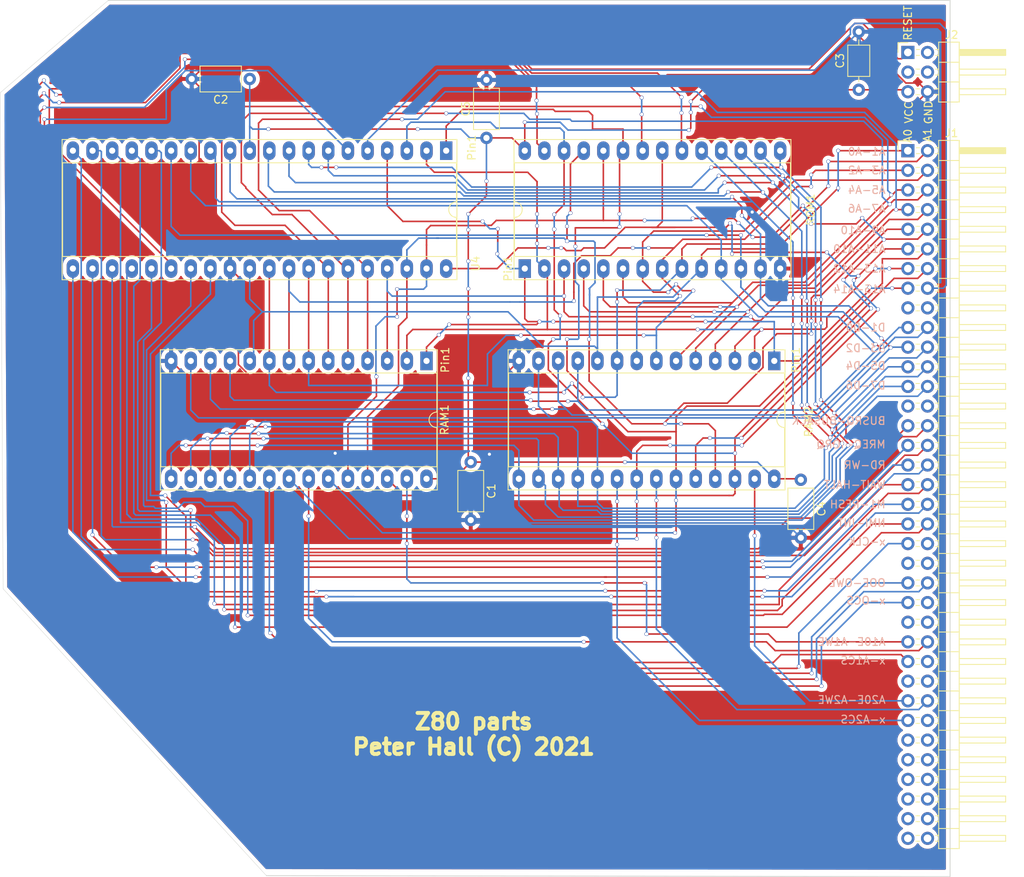
<source format=kicad_pcb>
(kicad_pcb (version 20171130) (host pcbnew "(5.1.8)-1")
  (layers (0 F.Cu signal) (31 B.Cu signal) (34 B.Paste user) (35 F.Paste user) (36 B.SilkS user) (37 F.SilkS user) (38 B.Mask user) (39 F.Mask user) (44 Edge.Cuts user))
  (net 0 "")
  (net 1 /A13)
  (net 2 /A8)
  (net 3 /A9)
  (net 4 /A0)
  (net 5 /A11)
  (net 6 /A1)
  (net 7 /A2)
  (net 8 /A10)
  (net 9 /A3)
  (net 10 /A4)
  (net 11 /A5)
  (net 12 /A6)
  (net 13 /A7)
  (net 14 /A12)
  (net 15 /A14)
  (net 16 /A15)
  (net 17 "Net-(J1-Pad28)")
  (net 18 "Net-(J1-Pad18)")
  (net 19 /D7)
  (net 20 /D6)
  (net 21 /D5)
  (net 22 /D4)
  (net 23 /D3)
  (net 24 /D2)
  (net 25 /D1)
  (net 26 /D0)
  (net 27 "Net-(J1-Pad27)")
  (net 28 "Net-(J1-Pad17)")
  (net 29 "Net-(J1-Pad72)")
  (net 30 "Net-(J1-Pad71)")
  (net 31 "Net-(J1-Pad70)")
  (net 32 "Net-(J1-Pad69)")
  (net 33 "Net-(J1-Pad68)")
  (net 34 "Net-(J1-Pad67)")
  (net 35 "Net-(J1-Pad66)")
  (net 36 "Net-(J1-Pad65)")
  (net 37 "Net-(J1-Pad64)")
  (net 38 "Net-(J1-Pad63)")
  (net 39 "Net-(J1-Pad62)")
  (net 40 "Net-(J1-Pad61)")
  (net 41 "Net-(J1-Pad60)")
  (net 42 "Net-(J1-Pad56)")
  (net 43 "Net-(J1-Pad55)")
  (net 44 "Net-(J1-Pad54)")
  (net 45 /A2CS)
  (net 46 /A2OE)
  (net 47 /A2WE)
  (net 48 "Net-(J1-Pad49)")
  (net 49 /A1CS)
  (net 50 /A1OE)
  (net 51 /A1WE)
  (net 52 /OCS)
  (net 53 /OOE)
  (net 54 /OWE)
  (net 55 /CLK)
  (net 56 /NMI)
  (net 57 /INT)
  (net 58 /M1)
  (net 59 /RFSH)
  (net 60 /WAIT)
  (net 61 /HALT)
  (net 62 /RD)
  (net 63 /WR)
  (net 64 /MREQ)
  (net 65 /IORQ)
  (net 66 /BUSRQ)
  (net 67 /BUSACK)
  (net 68 /RESET)
  (net 69 /GND)
  (net 70 /VCC)
  (net 71 "Net-(J2-Pad4)")
  (net 72 "Net-(J2-Pad3)")
  (net 73 "Net-(J2-Pad2)")
  (net 74 "Net-(J1-Pad48)")
  (net 75 "Net-(J1-Pad42)")
  (net 76 "Net-(J1-Pad43)")
  (net 77 "Net-(J1-Pad44)")
  (net 78 "Net-(J1-Pad50)")
  (module Capacitor_THT:C_Axial_L5.1mm_D3.1mm_P7.50mm_Horizontal (layer F.Cu) (at 179.451 38.1 90)
    (fp_text reference C5 (at 3.75 -2.67 90) (layer F.SilkS))
    (fp_text value 0.1uF)
    (pad 2 thru_hole oval (at 7.5 0 90) (size 1.6 1.6) (drill 0.8) (layers *.Cu *.Mask) (net 69 /GND))
    (pad 1 thru_hole circle (at 0 0 90) (size 1.6 1.6) (drill 0.8) (layers *.Cu *.Mask) (net 70 /VCC))
  )
  (module Capacitor_THT:C_Axial_L5.1mm_D3.1mm_P7.50mm_Horizontal (layer F.Cu) (at 220.091 82.296 270)
    (fp_text reference C4 (at 3.75 -2.67 90) (layer F.SilkS))
    (fp_text value 0.1uF)
    (pad 2 thru_hole oval (at 7.5 0 270) (size 1.6 1.6) (drill 0.8) (layers *.Cu *.Mask) (net 69 /GND))
    (pad 1 thru_hole circle (at 0 0 270) (size 1.6 1.6) (drill 0.8) (layers *.Cu *.Mask) (net 70 /VCC))
  )
  (module Capacitor_THT:C_Axial_L3.8mm_D2.6mm_P7.50mm_Horizontal (layer F.Cu) (at 227.584 31.877 90)
    (fp_text reference C3 (at 3.75 -2.42 90) (layer F.SilkS))
    (fp_text value 1.0uF)
    (pad 2 thru_hole oval (at 7.5 0 90) (size 1.6 1.6) (drill 0.8) (layers *.Cu *.Mask) (net 69 /GND))
    (pad 1 thru_hole circle (at 0 0 90) (size 1.6 1.6) (drill 0.8) (layers *.Cu *.Mask) (net 70 /VCC))
  )
  (module Capacitor_THT:C_Axial_L5.1mm_D3.1mm_P7.50mm_Horizontal (layer F.Cu) (at 148.844 30.48 180)
    (fp_text reference C2 (at 3.75 -2.67) (layer F.SilkS))
    (fp_text value 0.1uF)
    (pad 2 thru_hole oval (at 7.5 0 180) (size 1.6 1.6) (drill 0.8) (layers *.Cu *.Mask) (net 69 /GND))
    (pad 1 thru_hole circle (at 0 0 180) (size 1.6 1.6) (drill 0.8) (layers *.Cu *.Mask) (net 70 /VCC))
  )
  (module Capacitor_THT:C_Axial_L5.1mm_D3.1mm_P7.50mm_Horizontal (layer F.Cu) (at 177.419 80.01 270)
    (fp_text reference C1 (at 3.75 -2.67 90) (layer F.SilkS))
    (fp_text value 0.1uF)
    (pad 2 thru_hole oval (at 7.5 0 270) (size 1.6 1.6) (drill 0.8) (layers *.Cu *.Mask) (net 69 /GND))
    (pad 1 thru_hole circle (at 0 0 270) (size 1.6 1.6) (drill 0.8) (layers *.Cu *.Mask) (net 70 /VCC))
  )
  (module Connector_PinHeader_2.54mm:PinHeader_2x03_P2.54mm_Horizontal (layer F.Cu) (at 233.934 27.051)
    (fp_text reference J2 (at 5.655 -2.27) (layer F.SilkS))
    (fp_text value Conn_02x03_Top_Bottom)
    (pad 6 thru_hole oval (at 2.54 5.08) (size 1.7 1.7) (drill 1) (layers *.Cu *.Mask) (net 69 /GND))
    (pad 5 thru_hole oval (at 0 5.08) (size 1.7 1.7) (drill 1) (layers *.Cu *.Mask) (net 70 /VCC))
    (pad 4 thru_hole oval (at 2.54 2.54) (size 1.7 1.7) (drill 1) (layers *.Cu *.Mask) (net 71 "Net-(J2-Pad4)"))
    (pad 3 thru_hole oval (at 0 2.54) (size 1.7 1.7) (drill 1) (layers *.Cu *.Mask) (net 72 "Net-(J2-Pad3)"))
    (pad 2 thru_hole oval (at 2.54 0) (size 1.7 1.7) (drill 1) (layers *.Cu *.Mask) (net 73 "Net-(J2-Pad2)"))
    (pad 1 thru_hole rect (at 0 0) (size 1.7 1.7) (drill 1) (layers *.Cu *.Mask) (net 68 /RESET))
  )
  (module Connector_PinHeader_2.54mm:PinHeader_2x36_P2.54mm_Horizontal (layer F.Cu) (at 233.934 39.751)
    (fp_text reference J1 (at 5.655 -2.27) (layer F.SilkS))
    (fp_text value Conn_02x20_Top_Bottom)
    (pad 72 thru_hole oval (at 2.54 88.9) (size 1.7 1.7) (drill 1) (layers *.Cu *.Mask) (net 29 "Net-(J1-Pad72)"))
    (pad 71 thru_hole oval (at 0 88.9) (size 1.7 1.7) (drill 1) (layers *.Cu *.Mask) (net 30 "Net-(J1-Pad71)"))
    (pad 70 thru_hole oval (at 2.54 86.36) (size 1.7 1.7) (drill 1) (layers *.Cu *.Mask) (net 31 "Net-(J1-Pad70)"))
    (pad 69 thru_hole oval (at 0 86.36) (size 1.7 1.7) (drill 1) (layers *.Cu *.Mask) (net 32 "Net-(J1-Pad69)"))
    (pad 68 thru_hole oval (at 2.54 83.82) (size 1.7 1.7) (drill 1) (layers *.Cu *.Mask) (net 33 "Net-(J1-Pad68)"))
    (pad 67 thru_hole oval (at 0 83.82) (size 1.7 1.7) (drill 1) (layers *.Cu *.Mask) (net 34 "Net-(J1-Pad67)"))
    (pad 66 thru_hole oval (at 2.54 81.28) (size 1.7 1.7) (drill 1) (layers *.Cu *.Mask) (net 35 "Net-(J1-Pad66)"))
    (pad 65 thru_hole oval (at 0 81.28) (size 1.7 1.7) (drill 1) (layers *.Cu *.Mask) (net 36 "Net-(J1-Pad65)"))
    (pad 64 thru_hole oval (at 2.54 78.74) (size 1.7 1.7) (drill 1) (layers *.Cu *.Mask) (net 37 "Net-(J1-Pad64)"))
    (pad 63 thru_hole oval (at 0 78.74) (size 1.7 1.7) (drill 1) (layers *.Cu *.Mask) (net 38 "Net-(J1-Pad63)"))
    (pad 62 thru_hole oval (at 2.54 76.2) (size 1.7 1.7) (drill 1) (layers *.Cu *.Mask) (net 39 "Net-(J1-Pad62)"))
    (pad 61 thru_hole oval (at 0 76.2) (size 1.7 1.7) (drill 1) (layers *.Cu *.Mask) (net 40 "Net-(J1-Pad61)"))
    (pad 60 thru_hole oval (at 2.54 73.66) (size 1.7 1.7) (drill 1) (layers *.Cu *.Mask) (net 41 "Net-(J1-Pad60)"))
    (pad 59 thru_hole oval (at 0 73.66) (size 1.7 1.7) (drill 1) (layers *.Cu *.Mask) (net 45 /A2CS))
    (pad 58 thru_hole oval (at 2.54 71.12) (size 1.7 1.7) (drill 1) (layers *.Cu *.Mask) (net 46 /A2OE))
    (pad 57 thru_hole oval (at 0 71.12) (size 1.7 1.7) (drill 1) (layers *.Cu *.Mask) (net 47 /A2WE))
    (pad 56 thru_hole oval (at 2.54 68.58) (size 1.7 1.7) (drill 1) (layers *.Cu *.Mask) (net 42 "Net-(J1-Pad56)"))
    (pad 55 thru_hole oval (at 0 68.58) (size 1.7 1.7) (drill 1) (layers *.Cu *.Mask) (net 43 "Net-(J1-Pad55)"))
    (pad 54 thru_hole oval (at 2.54 66.04) (size 1.7 1.7) (drill 1) (layers *.Cu *.Mask) (net 44 "Net-(J1-Pad54)"))
    (pad 53 thru_hole oval (at 0 66.04) (size 1.7 1.7) (drill 1) (layers *.Cu *.Mask) (net 49 /A1CS))
    (pad 52 thru_hole oval (at 2.54 63.5) (size 1.7 1.7) (drill 1) (layers *.Cu *.Mask) (net 50 /A1OE))
    (pad 51 thru_hole oval (at 0 63.5) (size 1.7 1.7) (drill 1) (layers *.Cu *.Mask) (net 51 /A1WE))
    (pad 50 thru_hole oval (at 2.54 60.96) (size 1.7 1.7) (drill 1) (layers *.Cu *.Mask) (net 78 "Net-(J1-Pad50)"))
    (pad 49 thru_hole oval (at 0 60.96) (size 1.7 1.7) (drill 1) (layers *.Cu *.Mask) (net 48 "Net-(J1-Pad49)"))
    (pad 48 thru_hole oval (at 2.54 58.42) (size 1.7 1.7) (drill 1) (layers *.Cu *.Mask) (net 74 "Net-(J1-Pad48)"))
    (pad 47 thru_hole oval (at 0 58.42) (size 1.7 1.7) (drill 1) (layers *.Cu *.Mask) (net 52 /OCS))
    (pad 46 thru_hole oval (at 2.54 55.88) (size 1.7 1.7) (drill 1) (layers *.Cu *.Mask) (net 53 /OOE))
    (pad 45 thru_hole oval (at 0 55.88) (size 1.7 1.7) (drill 1) (layers *.Cu *.Mask) (net 54 /OWE))
    (pad 44 thru_hole oval (at 2.54 53.34) (size 1.7 1.7) (drill 1) (layers *.Cu *.Mask) (net 77 "Net-(J1-Pad44)"))
    (pad 43 thru_hole oval (at 0 53.34) (size 1.7 1.7) (drill 1) (layers *.Cu *.Mask) (net 76 "Net-(J1-Pad43)"))
    (pad 42 thru_hole oval (at 2.54 50.8) (size 1.7 1.7) (drill 1) (layers *.Cu *.Mask) (net 75 "Net-(J1-Pad42)"))
    (pad 41 thru_hole oval (at 0 50.8) (size 1.7 1.7) (drill 1) (layers *.Cu *.Mask) (net 55 /CLK))
    (pad 40 thru_hole oval (at 2.54 48.26) (size 1.7 1.7) (drill 1) (layers *.Cu *.Mask) (net 56 /NMI))
    (pad 39 thru_hole oval (at 0 48.26) (size 1.7 1.7) (drill 1) (layers *.Cu *.Mask) (net 57 /INT))
    (pad 38 thru_hole oval (at 2.54 45.72) (size 1.7 1.7) (drill 1) (layers *.Cu *.Mask) (net 58 /M1))
    (pad 37 thru_hole oval (at 0 45.72) (size 1.7 1.7) (drill 1) (layers *.Cu *.Mask) (net 59 /RFSH))
    (pad 36 thru_hole oval (at 2.54 43.18) (size 1.7 1.7) (drill 1) (layers *.Cu *.Mask) (net 60 /WAIT))
    (pad 35 thru_hole oval (at 0 43.18) (size 1.7 1.7) (drill 1) (layers *.Cu *.Mask) (net 61 /HALT))
    (pad 34 thru_hole oval (at 2.54 40.64) (size 1.7 1.7) (drill 1) (layers *.Cu *.Mask) (net 62 /RD))
    (pad 33 thru_hole oval (at 0 40.64) (size 1.7 1.7) (drill 1) (layers *.Cu *.Mask) (net 63 /WR))
    (pad 32 thru_hole oval (at 2.54 38.1) (size 1.7 1.7) (drill 1) (layers *.Cu *.Mask) (net 64 /MREQ))
    (pad 31 thru_hole oval (at 0 38.1) (size 1.7 1.7) (drill 1) (layers *.Cu *.Mask) (net 65 /IORQ))
    (pad 30 thru_hole oval (at 2.54 35.56) (size 1.7 1.7) (drill 1) (layers *.Cu *.Mask) (net 66 /BUSRQ))
    (pad 29 thru_hole oval (at 0 35.56) (size 1.7 1.7) (drill 1) (layers *.Cu *.Mask) (net 67 /BUSACK))
    (pad 28 thru_hole oval (at 2.54 33.02) (size 1.7 1.7) (drill 1) (layers *.Cu *.Mask) (net 17 "Net-(J1-Pad28)"))
    (pad 27 thru_hole oval (at 0 33.02) (size 1.7 1.7) (drill 1) (layers *.Cu *.Mask) (net 27 "Net-(J1-Pad27)"))
    (pad 26 thru_hole oval (at 2.54 30.48) (size 1.7 1.7) (drill 1) (layers *.Cu *.Mask) (net 19 /D7))
    (pad 25 thru_hole oval (at 0 30.48) (size 1.7 1.7) (drill 1) (layers *.Cu *.Mask) (net 20 /D6))
    (pad 24 thru_hole oval (at 2.54 27.94) (size 1.7 1.7) (drill 1) (layers *.Cu *.Mask) (net 21 /D5))
    (pad 23 thru_hole oval (at 0 27.94) (size 1.7 1.7) (drill 1) (layers *.Cu *.Mask) (net 22 /D4))
    (pad 22 thru_hole oval (at 2.54 25.4) (size 1.7 1.7) (drill 1) (layers *.Cu *.Mask) (net 23 /D3))
    (pad 21 thru_hole oval (at 0 25.4) (size 1.7 1.7) (drill 1) (layers *.Cu *.Mask) (net 24 /D2))
    (pad 20 thru_hole oval (at 2.54 22.86) (size 1.7 1.7) (drill 1) (layers *.Cu *.Mask) (net 25 /D1))
    (pad 19 thru_hole oval (at 0 22.86) (size 1.7 1.7) (drill 1) (layers *.Cu *.Mask) (net 26 /D0))
    (pad 18 thru_hole oval (at 2.54 20.32) (size 1.7 1.7) (drill 1) (layers *.Cu *.Mask) (net 18 "Net-(J1-Pad18)"))
    (pad 17 thru_hole oval (at 0 20.32) (size 1.7 1.7) (drill 1) (layers *.Cu *.Mask) (net 28 "Net-(J1-Pad17)"))
    (pad 16 thru_hole oval (at 2.54 17.78) (size 1.7 1.7) (drill 1) (layers *.Cu *.Mask) (net 16 /A15))
    (pad 15 thru_hole oval (at 0 17.78) (size 1.7 1.7) (drill 1) (layers *.Cu *.Mask) (net 15 /A14))
    (pad 14 thru_hole oval (at 2.54 15.24) (size 1.7 1.7) (drill 1) (layers *.Cu *.Mask) (net 1 /A13))
    (pad 13 thru_hole oval (at 0 15.24) (size 1.7 1.7) (drill 1) (layers *.Cu *.Mask) (net 14 /A12))
    (pad 12 thru_hole oval (at 2.54 12.7) (size 1.7 1.7) (drill 1) (layers *.Cu *.Mask) (net 5 /A11))
    (pad 11 thru_hole oval (at 0 12.7) (size 1.7 1.7) (drill 1) (layers *.Cu *.Mask) (net 8 /A10))
    (pad 10 thru_hole oval (at 2.54 10.16) (size 1.7 1.7) (drill 1) (layers *.Cu *.Mask) (net 3 /A9))
    (pad 9 thru_hole oval (at 0 10.16) (size 1.7 1.7) (drill 1) (layers *.Cu *.Mask) (net 2 /A8))
    (pad 8 thru_hole oval (at 2.54 7.62) (size 1.7 1.7) (drill 1) (layers *.Cu *.Mask) (net 13 /A7))
    (pad 7 thru_hole oval (at 0 7.62) (size 1.7 1.7) (drill 1) (layers *.Cu *.Mask) (net 12 /A6))
    (pad 6 thru_hole oval (at 2.54 5.08) (size 1.7 1.7) (drill 1) (layers *.Cu *.Mask) (net 11 /A5))
    (pad 5 thru_hole oval (at 0 5.08) (size 1.7 1.7) (drill 1) (layers *.Cu *.Mask) (net 10 /A4))
    (pad 4 thru_hole oval (at 2.54 2.54) (size 1.7 1.7) (drill 1) (layers *.Cu *.Mask) (net 9 /A3))
    (pad 3 thru_hole oval (at 0 2.54) (size 1.7 1.7) (drill 1) (layers *.Cu *.Mask) (net 7 /A2))
    (pad 2 thru_hole oval (at 2.54 0) (size 1.7 1.7) (drill 1) (layers *.Cu *.Mask) (net 6 /A1))
    (pad 1 thru_hole rect (at 0 0) (size 1.7 1.7) (drill 1) (layers *.Cu *.Mask) (net 4 /A0))
  )
  (module Package_DIP:DIP-28_W15.24mm_Socket_LongPads (layer F.Cu) (at 216.662 66.929 270)
    (fp_text reference RAM2 (at 7.874 -4.445 90) (layer F.SilkS))
    (fp_text value AS6C62256)
    (pad 28 thru_hole oval (at 15.24 0 270) (size 2.4 1.6) (drill 0.8) (layers *.Cu *.Mask) (net 70 /VCC))
    (pad 14 thru_hole oval (at 0 33.02 270) (size 2.4 1.6) (drill 0.8) (layers *.Cu *.Mask) (net 69 /GND))
    (pad 27 thru_hole oval (at 15.24 2.54 270) (size 2.4 1.6) (drill 0.8) (layers *.Cu *.Mask) (net 47 /A2WE))
    (pad 13 thru_hole oval (at 0 30.48 270) (size 2.4 1.6) (drill 0.8) (layers *.Cu *.Mask) (net 24 /D2))
    (pad 26 thru_hole oval (at 15.24 5.08 270) (size 2.4 1.6) (drill 0.8) (layers *.Cu *.Mask) (net 1 /A13))
    (pad 12 thru_hole oval (at 0 27.94 270) (size 2.4 1.6) (drill 0.8) (layers *.Cu *.Mask) (net 25 /D1))
    (pad 25 thru_hole oval (at 15.24 7.62 270) (size 2.4 1.6) (drill 0.8) (layers *.Cu *.Mask) (net 2 /A8))
    (pad 11 thru_hole oval (at 0 25.4 270) (size 2.4 1.6) (drill 0.8) (layers *.Cu *.Mask) (net 26 /D0))
    (pad 24 thru_hole oval (at 15.24 10.16 270) (size 2.4 1.6) (drill 0.8) (layers *.Cu *.Mask) (net 3 /A9))
    (pad 10 thru_hole oval (at 0 22.86 270) (size 2.4 1.6) (drill 0.8) (layers *.Cu *.Mask) (net 4 /A0))
    (pad 23 thru_hole oval (at 15.24 12.7 270) (size 2.4 1.6) (drill 0.8) (layers *.Cu *.Mask) (net 5 /A11))
    (pad 9 thru_hole oval (at 0 20.32 270) (size 2.4 1.6) (drill 0.8) (layers *.Cu *.Mask) (net 6 /A1))
    (pad 22 thru_hole oval (at 15.24 15.24 270) (size 2.4 1.6) (drill 0.8) (layers *.Cu *.Mask) (net 46 /A2OE))
    (pad 8 thru_hole oval (at 0 17.78 270) (size 2.4 1.6) (drill 0.8) (layers *.Cu *.Mask) (net 7 /A2))
    (pad 21 thru_hole oval (at 15.24 17.78 270) (size 2.4 1.6) (drill 0.8) (layers *.Cu *.Mask) (net 8 /A10))
    (pad 7 thru_hole oval (at 0 15.24 270) (size 2.4 1.6) (drill 0.8) (layers *.Cu *.Mask) (net 9 /A3))
    (pad 20 thru_hole oval (at 15.24 20.32 270) (size 2.4 1.6) (drill 0.8) (layers *.Cu *.Mask) (net 45 /A2CS))
    (pad 6 thru_hole oval (at 0 12.7 270) (size 2.4 1.6) (drill 0.8) (layers *.Cu *.Mask) (net 10 /A4))
    (pad 19 thru_hole oval (at 15.24 22.86 270) (size 2.4 1.6) (drill 0.8) (layers *.Cu *.Mask) (net 19 /D7))
    (pad 5 thru_hole oval (at 0 10.16 270) (size 2.4 1.6) (drill 0.8) (layers *.Cu *.Mask) (net 11 /A5))
    (pad 18 thru_hole oval (at 15.24 25.4 270) (size 2.4 1.6) (drill 0.8) (layers *.Cu *.Mask) (net 20 /D6))
    (pad 4 thru_hole oval (at 0 7.62 270) (size 2.4 1.6) (drill 0.8) (layers *.Cu *.Mask) (net 12 /A6))
    (pad 17 thru_hole oval (at 15.24 27.94 270) (size 2.4 1.6) (drill 0.8) (layers *.Cu *.Mask) (net 21 /D5))
    (pad 3 thru_hole oval (at 0 5.08 270) (size 2.4 1.6) (drill 0.8) (layers *.Cu *.Mask) (net 13 /A7))
    (pad 16 thru_hole oval (at 15.24 30.48 270) (size 2.4 1.6) (drill 0.8) (layers *.Cu *.Mask) (net 22 /D4))
    (pad 2 thru_hole oval (at 0 2.54 270) (size 2.4 1.6) (drill 0.8) (layers *.Cu *.Mask) (net 14 /A12))
    (pad 15 thru_hole oval (at 15.24 33.02 270) (size 2.4 1.6) (drill 0.8) (layers *.Cu *.Mask) (net 23 /D3))
    (pad 1 thru_hole rect (at 0 0 270) (size 2.4 1.6) (drill 0.8) (layers *.Cu *.Mask) (net 15 /A14))
  )
  (module Package_DIP:DIP-40_W15.24mm_Socket_LongPads (layer F.Cu) (at 174.244 39.751 270)
    (fp_text reference U4 (at 14.605 -3.81 90) (layer F.SilkS))
    (fp_text value Z80CPU)
    (pad 40 thru_hole oval (at 15.24 0 270) (size 2.4 1.6) (drill 0.8) (layers *.Cu *.Mask) (net 8 /A10))
    (pad 20 thru_hole oval (at 0 48.26 270) (size 2.4 1.6) (drill 0.8) (layers *.Cu *.Mask) (net 65 /IORQ))
    (pad 39 thru_hole oval (at 15.24 2.54 270) (size 2.4 1.6) (drill 0.8) (layers *.Cu *.Mask) (net 3 /A9))
    (pad 19 thru_hole oval (at 0 45.72 270) (size 2.4 1.6) (drill 0.8) (layers *.Cu *.Mask) (net 64 /MREQ))
    (pad 38 thru_hole oval (at 15.24 5.08 270) (size 2.4 1.6) (drill 0.8) (layers *.Cu *.Mask) (net 2 /A8))
    (pad 18 thru_hole oval (at 0 43.18 270) (size 2.4 1.6) (drill 0.8) (layers *.Cu *.Mask) (net 61 /HALT))
    (pad 37 thru_hole oval (at 15.24 7.62 270) (size 2.4 1.6) (drill 0.8) (layers *.Cu *.Mask) (net 13 /A7))
    (pad 17 thru_hole oval (at 0 40.64 270) (size 2.4 1.6) (drill 0.8) (layers *.Cu *.Mask) (net 56 /NMI))
    (pad 36 thru_hole oval (at 15.24 10.16 270) (size 2.4 1.6) (drill 0.8) (layers *.Cu *.Mask) (net 12 /A6))
    (pad 16 thru_hole oval (at 0 38.1 270) (size 2.4 1.6) (drill 0.8) (layers *.Cu *.Mask) (net 57 /INT))
    (pad 35 thru_hole oval (at 15.24 12.7 270) (size 2.4 1.6) (drill 0.8) (layers *.Cu *.Mask) (net 11 /A5))
    (pad 15 thru_hole oval (at 0 35.56 270) (size 2.4 1.6) (drill 0.8) (layers *.Cu *.Mask) (net 25 /D1))
    (pad 34 thru_hole oval (at 15.24 15.24 270) (size 2.4 1.6) (drill 0.8) (layers *.Cu *.Mask) (net 10 /A4))
    (pad 14 thru_hole oval (at 0 33.02 270) (size 2.4 1.6) (drill 0.8) (layers *.Cu *.Mask) (net 26 /D0))
    (pad 33 thru_hole oval (at 15.24 17.78 270) (size 2.4 1.6) (drill 0.8) (layers *.Cu *.Mask) (net 9 /A3))
    (pad 13 thru_hole oval (at 0 30.48 270) (size 2.4 1.6) (drill 0.8) (layers *.Cu *.Mask) (net 19 /D7))
    (pad 32 thru_hole oval (at 15.24 20.32 270) (size 2.4 1.6) (drill 0.8) (layers *.Cu *.Mask) (net 7 /A2))
    (pad 12 thru_hole oval (at 0 27.94 270) (size 2.4 1.6) (drill 0.8) (layers *.Cu *.Mask) (net 24 /D2))
    (pad 31 thru_hole oval (at 15.24 22.86 270) (size 2.4 1.6) (drill 0.8) (layers *.Cu *.Mask) (net 6 /A1))
    (pad 11 thru_hole oval (at 0 25.4 270) (size 2.4 1.6) (drill 0.8) (layers *.Cu *.Mask) (net 70 /VCC))
    (pad 30 thru_hole oval (at 15.24 25.4 270) (size 2.4 1.6) (drill 0.8) (layers *.Cu *.Mask) (net 4 /A0))
    (pad 10 thru_hole oval (at 0 22.86 270) (size 2.4 1.6) (drill 0.8) (layers *.Cu *.Mask) (net 20 /D6))
    (pad 29 thru_hole oval (at 15.24 27.94 270) (size 2.4 1.6) (drill 0.8) (layers *.Cu *.Mask) (net 69 /GND))
    (pad 9 thru_hole oval (at 0 20.32 270) (size 2.4 1.6) (drill 0.8) (layers *.Cu *.Mask) (net 21 /D5))
    (pad 28 thru_hole oval (at 15.24 30.48 270) (size 2.4 1.6) (drill 0.8) (layers *.Cu *.Mask) (net 59 /RFSH))
    (pad 8 thru_hole oval (at 0 17.78 270) (size 2.4 1.6) (drill 0.8) (layers *.Cu *.Mask) (net 23 /D3))
    (pad 27 thru_hole oval (at 15.24 33.02 270) (size 2.4 1.6) (drill 0.8) (layers *.Cu *.Mask) (net 58 /M1))
    (pad 7 thru_hole oval (at 0 15.24 270) (size 2.4 1.6) (drill 0.8) (layers *.Cu *.Mask) (net 22 /D4))
    (pad 26 thru_hole oval (at 15.24 35.56 270) (size 2.4 1.6) (drill 0.8) (layers *.Cu *.Mask) (net 68 /RESET))
    (pad 6 thru_hole oval (at 0 12.7 270) (size 2.4 1.6) (drill 0.8) (layers *.Cu *.Mask) (net 55 /CLK))
    (pad 25 thru_hole oval (at 15.24 38.1 270) (size 2.4 1.6) (drill 0.8) (layers *.Cu *.Mask) (net 66 /BUSRQ))
    (pad 5 thru_hole oval (at 0 10.16 270) (size 2.4 1.6) (drill 0.8) (layers *.Cu *.Mask) (net 16 /A15))
    (pad 24 thru_hole oval (at 15.24 40.64 270) (size 2.4 1.6) (drill 0.8) (layers *.Cu *.Mask) (net 60 /WAIT))
    (pad 4 thru_hole oval (at 0 7.62 270) (size 2.4 1.6) (drill 0.8) (layers *.Cu *.Mask) (net 15 /A14))
    (pad 23 thru_hole oval (at 15.24 43.18 270) (size 2.4 1.6) (drill 0.8) (layers *.Cu *.Mask) (net 67 /BUSACK))
    (pad 3 thru_hole oval (at 0 5.08 270) (size 2.4 1.6) (drill 0.8) (layers *.Cu *.Mask) (net 1 /A13))
    (pad 22 thru_hole oval (at 15.24 45.72 270) (size 2.4 1.6) (drill 0.8) (layers *.Cu *.Mask) (net 63 /WR))
    (pad 2 thru_hole oval (at 0 2.54 270) (size 2.4 1.6) (drill 0.8) (layers *.Cu *.Mask) (net 14 /A12))
    (pad 21 thru_hole oval (at 15.24 48.26 270) (size 2.4 1.6) (drill 0.8) (layers *.Cu *.Mask) (net 62 /RD))
    (pad 1 thru_hole rect (at 0 0 270) (size 2.4 1.6) (drill 0.8) (layers *.Cu *.Mask) (net 5 /A11))
  )
  (module Package_DIP:DIP-28_W15.24mm_Socket_LongPads (layer F.Cu) (at 184.404 54.991 90)
    (fp_text reference ROM1 (at 7.62 36.957 90) (layer F.SilkS))
    (fp_text value AT28C64B)
    (pad 28 thru_hole oval (at 15.24 0 90) (size 2.4 1.6) (drill 0.8) (layers *.Cu *.Mask) (net 70 /VCC))
    (pad 14 thru_hole oval (at 0 33.02 90) (size 2.4 1.6) (drill 0.8) (layers *.Cu *.Mask) (net 69 /GND))
    (pad 27 thru_hole oval (at 15.24 2.54 90) (size 2.4 1.6) (drill 0.8) (layers *.Cu *.Mask) (net 54 /OWE))
    (pad 13 thru_hole oval (at 0 30.48 90) (size 2.4 1.6) (drill 0.8) (layers *.Cu *.Mask) (net 24 /D2))
    (pad 26 thru_hole oval (at 15.24 5.08 90) (size 2.4 1.6) (drill 0.8) (layers *.Cu *.Mask) (net 1 /A13))
    (pad 12 thru_hole oval (at 0 27.94 90) (size 2.4 1.6) (drill 0.8) (layers *.Cu *.Mask) (net 25 /D1))
    (pad 25 thru_hole oval (at 15.24 7.62 90) (size 2.4 1.6) (drill 0.8) (layers *.Cu *.Mask) (net 2 /A8))
    (pad 11 thru_hole oval (at 0 25.4 90) (size 2.4 1.6) (drill 0.8) (layers *.Cu *.Mask) (net 26 /D0))
    (pad 24 thru_hole oval (at 15.24 10.16 90) (size 2.4 1.6) (drill 0.8) (layers *.Cu *.Mask) (net 3 /A9))
    (pad 10 thru_hole oval (at 0 22.86 90) (size 2.4 1.6) (drill 0.8) (layers *.Cu *.Mask) (net 4 /A0))
    (pad 23 thru_hole oval (at 15.24 12.7 90) (size 2.4 1.6) (drill 0.8) (layers *.Cu *.Mask) (net 5 /A11))
    (pad 9 thru_hole oval (at 0 20.32 90) (size 2.4 1.6) (drill 0.8) (layers *.Cu *.Mask) (net 6 /A1))
    (pad 22 thru_hole oval (at 15.24 15.24 90) (size 2.4 1.6) (drill 0.8) (layers *.Cu *.Mask) (net 53 /OOE))
    (pad 8 thru_hole oval (at 0 17.78 90) (size 2.4 1.6) (drill 0.8) (layers *.Cu *.Mask) (net 7 /A2))
    (pad 21 thru_hole oval (at 15.24 17.78 90) (size 2.4 1.6) (drill 0.8) (layers *.Cu *.Mask) (net 8 /A10))
    (pad 7 thru_hole oval (at 0 15.24 90) (size 2.4 1.6) (drill 0.8) (layers *.Cu *.Mask) (net 9 /A3))
    (pad 20 thru_hole oval (at 15.24 20.32 90) (size 2.4 1.6) (drill 0.8) (layers *.Cu *.Mask) (net 52 /OCS))
    (pad 6 thru_hole oval (at 0 12.7 90) (size 2.4 1.6) (drill 0.8) (layers *.Cu *.Mask) (net 10 /A4))
    (pad 19 thru_hole oval (at 15.24 22.86 90) (size 2.4 1.6) (drill 0.8) (layers *.Cu *.Mask) (net 19 /D7))
    (pad 5 thru_hole oval (at 0 10.16 90) (size 2.4 1.6) (drill 0.8) (layers *.Cu *.Mask) (net 11 /A5))
    (pad 18 thru_hole oval (at 15.24 25.4 90) (size 2.4 1.6) (drill 0.8) (layers *.Cu *.Mask) (net 20 /D6))
    (pad 4 thru_hole oval (at 0 7.62 90) (size 2.4 1.6) (drill 0.8) (layers *.Cu *.Mask) (net 12 /A6))
    (pad 17 thru_hole oval (at 15.24 27.94 90) (size 2.4 1.6) (drill 0.8) (layers *.Cu *.Mask) (net 21 /D5))
    (pad 3 thru_hole oval (at 0 5.08 90) (size 2.4 1.6) (drill 0.8) (layers *.Cu *.Mask) (net 13 /A7))
    (pad 16 thru_hole oval (at 15.24 30.48 90) (size 2.4 1.6) (drill 0.8) (layers *.Cu *.Mask) (net 22 /D4))
    (pad 2 thru_hole oval (at 0 2.54 90) (size 2.4 1.6) (drill 0.8) (layers *.Cu *.Mask) (net 14 /A12))
    (pad 15 thru_hole oval (at 15.24 33.02 90) (size 2.4 1.6) (drill 0.8) (layers *.Cu *.Mask) (net 23 /D3))
    (pad 1 thru_hole rect (at 0 0 90) (size 2.4 1.6) (drill 0.8) (layers *.Cu *.Mask) (net 15 /A14))
  )
  (module Package_DIP:DIP-28_W15.24mm_Socket_LongPads (layer F.Cu) (at 171.704 66.929 270)
    (fp_text reference RAM1 (at 7.62 -2.33 90) (layer F.SilkS))
    (fp_text value AS6C62256)
    (pad 28 thru_hole oval (at 15.24 0 270) (size 2.4 1.6) (drill 0.8) (layers *.Cu *.Mask) (net 70 /VCC))
    (pad 14 thru_hole oval (at 0 33.02 270) (size 2.4 1.6) (drill 0.8) (layers *.Cu *.Mask) (net 69 /GND))
    (pad 27 thru_hole oval (at 15.24 2.54 270) (size 2.4 1.6) (drill 0.8) (layers *.Cu *.Mask) (net 51 /A1WE))
    (pad 13 thru_hole oval (at 0 30.48 270) (size 2.4 1.6) (drill 0.8) (layers *.Cu *.Mask) (net 24 /D2))
    (pad 26 thru_hole oval (at 15.24 5.08 270) (size 2.4 1.6) (drill 0.8) (layers *.Cu *.Mask) (net 1 /A13))
    (pad 12 thru_hole oval (at 0 27.94 270) (size 2.4 1.6) (drill 0.8) (layers *.Cu *.Mask) (net 25 /D1))
    (pad 25 thru_hole oval (at 15.24 7.62 270) (size 2.4 1.6) (drill 0.8) (layers *.Cu *.Mask) (net 2 /A8))
    (pad 11 thru_hole oval (at 0 25.4 270) (size 2.4 1.6) (drill 0.8) (layers *.Cu *.Mask) (net 26 /D0))
    (pad 24 thru_hole oval (at 15.24 10.16 270) (size 2.4 1.6) (drill 0.8) (layers *.Cu *.Mask) (net 3 /A9))
    (pad 10 thru_hole oval (at 0 22.86 270) (size 2.4 1.6) (drill 0.8) (layers *.Cu *.Mask) (net 4 /A0))
    (pad 23 thru_hole oval (at 15.24 12.7 270) (size 2.4 1.6) (drill 0.8) (layers *.Cu *.Mask) (net 5 /A11))
    (pad 9 thru_hole oval (at 0 20.32 270) (size 2.4 1.6) (drill 0.8) (layers *.Cu *.Mask) (net 6 /A1))
    (pad 22 thru_hole oval (at 15.24 15.24 270) (size 2.4 1.6) (drill 0.8) (layers *.Cu *.Mask) (net 50 /A1OE))
    (pad 8 thru_hole oval (at 0 17.78 270) (size 2.4 1.6) (drill 0.8) (layers *.Cu *.Mask) (net 7 /A2))
    (pad 21 thru_hole oval (at 15.24 17.78 270) (size 2.4 1.6) (drill 0.8) (layers *.Cu *.Mask) (net 8 /A10))
    (pad 7 thru_hole oval (at 0 15.24 270) (size 2.4 1.6) (drill 0.8) (layers *.Cu *.Mask) (net 9 /A3))
    (pad 20 thru_hole oval (at 15.24 20.32 270) (size 2.4 1.6) (drill 0.8) (layers *.Cu *.Mask) (net 49 /A1CS))
    (pad 6 thru_hole oval (at 0 12.7 270) (size 2.4 1.6) (drill 0.8) (layers *.Cu *.Mask) (net 10 /A4))
    (pad 19 thru_hole oval (at 15.24 22.86 270) (size 2.4 1.6) (drill 0.8) (layers *.Cu *.Mask) (net 19 /D7))
    (pad 5 thru_hole oval (at 0 10.16 270) (size 2.4 1.6) (drill 0.8) (layers *.Cu *.Mask) (net 11 /A5))
    (pad 18 thru_hole oval (at 15.24 25.4 270) (size 2.4 1.6) (drill 0.8) (layers *.Cu *.Mask) (net 20 /D6))
    (pad 4 thru_hole oval (at 0 7.62 270) (size 2.4 1.6) (drill 0.8) (layers *.Cu *.Mask) (net 12 /A6))
    (pad 17 thru_hole oval (at 15.24 27.94 270) (size 2.4 1.6) (drill 0.8) (layers *.Cu *.Mask) (net 21 /D5))
    (pad 3 thru_hole oval (at 0 5.08 270) (size 2.4 1.6) (drill 0.8) (layers *.Cu *.Mask) (net 13 /A7))
    (pad 16 thru_hole oval (at 15.24 30.48 270) (size 2.4 1.6) (drill 0.8) (layers *.Cu *.Mask) (net 22 /D4))
    (pad 2 thru_hole oval (at 0 2.54 270) (size 2.4 1.6) (drill 0.8) (layers *.Cu *.Mask) (net 14 /A12))
    (pad 15 thru_hole oval (at 15.24 33.02 270) (size 2.4 1.6) (drill 0.8) (layers *.Cu *.Mask) (net 23 /D3))
    (pad 1 thru_hole rect (at 0 0 270) (size 2.4 1.6) (drill 0.8) (layers *.Cu *.Mask) (net 15 /A14))
  )
  (gr_text A1-A0 (at 231.14 39.878) (layer B.SilkS) (effects (font (size 1 1)) (justify left mirror)))
  (gr_text x-A2CS (at 231.14 113.284) (layer B.SilkS) (effects (font (size 1 1)) (justify left mirror)))
  (gr_text A20E-A2WE (at 231.14 110.744) (layer B.SilkS) (effects (font (size 1 1)) (justify left mirror)))
  (gr_text x-A1CS (at 231.14 105.664) (layer B.SilkS) (effects (font (size 1 1)) (justify left mirror)))
  (gr_text A10E-A1WE (at 231.14 103.251) (layer B.SilkS) (effects (font (size 1 1)) (justify left mirror)))
  (gr_text x-OCS (at 231.14 97.917) (layer B.SilkS) (effects (font (size 1 1)) (justify left mirror)))
  (gr_text OOE-OWE (at 231.14 95.631) (layer B.SilkS) (effects (font (size 1 1)) (justify left mirror)))
  (gr_text x-CLK (at 231.14 90.297) (layer B.SilkS) (effects (font (size 1 1)) (justify left mirror)))
  (gr_text NMI-INT (at 231.14 87.884) (layer B.SilkS) (effects (font (size 1 1)) (justify left mirror)))
  (gr_text M1-RFSH (at 231.14 85.471) (layer B.SilkS) (effects (font (size 1 1)) (justify left mirror)))
  (gr_text WAIT-HALT (at 231.14 82.931) (layer B.SilkS) (effects (font (size 1 1)) (justify left mirror)))
  (gr_text RD-WR (at 231.14 80.391) (layer B.SilkS) (effects (font (size 1 1)) (justify left mirror)))
  (gr_text MREQ-IORQ (at 231.14 77.724) (layer B.SilkS) (effects (font (size 1 1)) (justify left mirror)))
  (gr_text BUSRQ-BUSACK (at 231.14 74.676) (layer B.SilkS) (effects (font (size 1 1)) (justify left mirror)))
  (gr_text D7-D6 (at 231.14 70.104) (layer B.SilkS) (effects (font (size 1 1)) (justify left mirror)))
  (gr_text D5-D4 (at 231.14 67.564) (layer B.SilkS) (effects (font (size 1 1)) (justify left mirror)))
  (gr_text D3-D2 (at 231.14 65.278) (layer B.SilkS) (effects (font (size 1 1)) (justify left mirror)))
  (gr_text D1-D0 (at 231.14 62.611) (layer B.SilkS) (effects (font (size 1 1)) (justify left mirror)))
  (gr_text A15-A14 (at 231.14 57.658) (layer B.SilkS) (effects (font (size 1 1)) (justify left mirror)))
  (gr_text A13-A12 (at 231.14 54.991) (layer B.SilkS) (effects (font (size 1 1)) (justify left mirror)))
  (gr_text A11-A10 (at 231.14 52.451) (layer B.SilkS) (effects (font (size 1 1)) (justify left mirror)))
  (gr_text A9-A10 (at 231.14 50.038) (layer B.SilkS) (effects (font (size 1 1)) (justify left mirror)))
  (gr_text A7-A6 (at 231.14 47.244) (layer B.SilkS) (effects (font (size 1 1)) (justify left mirror)))
  (gr_text A5-A4 (at 231.14 44.831) (layer B.SilkS) (effects (font (size 1 1)) (justify left mirror)))
  (gr_text A3-A2 (at 231.14 42.291) (layer B.SilkS) (effects (font (size 1 1)) (justify left mirror)))
  (gr_text A1 (at 236.474 37.719 90) (layer F.SilkS) (effects (font (size 1 1))))
  (gr_text A0 (at 233.934 37.846 90) (layer F.SilkS) (effects (font (size 1 1))))
  (gr_text GND (at 236.601 34.798 90) (layer F.SilkS) (effects (font (size 1 1))))
  (gr_text VCC (at 234.061 34.798 90) (layer F.SilkS) (effects (font (size 1 1))))
  (gr_text RESET (at 233.934 23.241 90) (layer F.SilkS) (effects (font (size 1 1))))
  (gr_text Pin1 (at 174.117 66.802 90) (layer F.SilkS) (effects (font (size 1 1))))
  (gr_text Pin1 (at 219.456 66.802 90) (layer F.SilkS) (effects (font (size 1 1))))
  (gr_text Pin1 (at 182.245 54.991 90) (layer F.SilkS) (effects (font (size 1 1))))
  (gr_text Pin1 (at 177.546 39.37 90) (layer F.SilkS) (effects (font (size 1 1))))
  (gr_line (start 151.003 133.477) (end 151.003 133.477) (layer Edge.Cuts) (width 0.05))
  (gr_line (start 116.967 96.393) (end 151.003 133.477) (layer Edge.Cuts) (width 0.05))
  (gr_line (start 116.586 32.258) (end 116.967 96.393) (layer Edge.Cuts) (width 0.05))
  (gr_line (start 130.556 20.32) (end 116.586 32.258) (layer Edge.Cuts) (width 0.05))
  (gr_text "Z80 parts\nPeter Hall (C) 2021" (at 177.8 115.189) (layer F.SilkS) (effects (font (size 2.032 2.032) (thickness 0.508))))
  (gr_line (start 130.556 20.32) (end 239.395 20.32) (layer Edge.Cuts) (width 0.1))
  (gr_line (start 239.395 133.604) (end 151.003 133.477) (layer Edge.Cuts) (width 0.1))
  (gr_line (start 239.395 20.32) (end 239.395 133.604) (layer Edge.Cuts) (width 0.1))
  (segment (start 236.474 54.991) (end 235.204 56.261) (width 0.2032) (layer F.Cu) (net 1))
  (segment (start 235.204 56.261) (end 232.156 56.261) (width 0.2032) (layer F.Cu) (net 1))
  (segment (start 211.582 76.835) (end 211.582 78.867) (width 0.2032) (layer F.Cu) (net 1))
  (segment (start 232.156 56.261) (end 211.582 76.835) (width 0.2032) (layer F.Cu) (net 1))
  (segment (start 211.582 78.867) (end 211.582 82.169) (width 0.2032) (layer F.Cu) (net 1))
  (via (at 211.582 78.867) (size 0.508) (drill 0.4064) (layers F.Cu B.Cu) (net 1))
  (segment (start 211.582 78.867) (end 198.247 78.867) (width 0.2032) (layer B.Cu) (net 1))
  (segment (start 198.247 78.867) (end 194.437 75.057) (width 0.2032) (layer B.Cu) (net 1))
  (segment (start 194.437 75.057) (end 194.437 75.057) (width 0.2032) (layer B.Cu) (net 1))
  (via (at 194.437 75.057) (size 0.508) (drill 0.4064) (layers F.Cu B.Cu) (net 1))
  (segment (start 189.484 39.751) (end 189.484 46.736) (width 0.2032) (layer F.Cu) (net 1))
  (segment (start 189.484 46.736) (end 188.214 48.006) (width 0.2032) (layer F.Cu) (net 1))
  (segment (start 188.214 48.006) (end 188.214 48.006) (width 0.2032) (layer F.Cu) (net 1))
  (via (at 188.214 48.006) (size 0.508) (drill 0.4064) (layers F.Cu B.Cu) (net 1))
  (segment (start 188.214 48.006) (end 188.214 49.911) (width 0.2032) (layer B.Cu) (net 1))
  (segment (start 188.214 49.911) (end 188.214 49.911) (width 0.2032) (layer B.Cu) (net 1))
  (via (at 188.214 49.911) (size 0.508) (drill 0.4064) (layers F.Cu B.Cu) (net 1))
  (segment (start 188.214 49.911) (end 188.214 49.911) (width 0.2032) (layer B.Cu) (net 1))
  (via (at 188.214 49.911) (size 0.508) (drill 0.4064) (layers F.Cu B.Cu) (net 1))
  (segment (start 188.214 49.911) (end 188.214 49.911) (width 0.2032) (layer B.Cu) (net 1))
  (via (at 188.214 49.911) (size 0.508) (drill 0.4064) (layers F.Cu B.Cu) (net 1))
  (segment (start 188.214 49.911) (end 188.214 49.911) (width 0.2032) (layer B.Cu) (net 1))
  (via (at 188.214 49.911) (size 0.508) (drill 0.4064) (layers F.Cu B.Cu) (net 1))
  (segment (start 188.214 49.911) (end 188.214 60.325) (width 0.2032) (layer F.Cu) (net 1))
  (segment (start 188.214 60.325) (end 188.976 61.087) (width 0.2032) (layer F.Cu) (net 1))
  (segment (start 188.976 61.087) (end 188.976 61.087) (width 0.2032) (layer F.Cu) (net 1))
  (via (at 188.976 61.087) (size 0.508) (drill 0.4064) (layers F.Cu B.Cu) (net 1))
  (segment (start 188.976 61.087) (end 188.976 63.373) (width 0.2032) (layer B.Cu) (net 1))
  (via (at 188.087 64.135) (size 0.508) (drill 0.4064) (layers F.Cu B.Cu) (net 1))
  (segment (start 211.328 84.328) (end 211.582 84.074) (width 0.2032) (layer F.Cu) (net 1))
  (segment (start 210.82 84.328) (end 211.328 84.328) (width 0.2032) (layer F.Cu) (net 1))
  (segment (start 211.582 82.169) (end 211.582 84.074) (width 0.2032) (layer F.Cu) (net 1))
  (segment (start 167.894 83.439) (end 166.624 82.169) (width 0.2032) (layer F.Cu) (net 1))
  (segment (start 167.894 84.328) (end 167.894 83.439) (width 0.2032) (layer F.Cu) (net 1))
  (segment (start 210.82 84.328) (end 167.894 84.328) (width 0.2032) (layer F.Cu) (net 1))
  (segment (start 189.484 39.751) (end 189.484 37.338) (width 0.2032) (layer B.Cu) (net 1))
  (segment (start 169.164 36.576) (end 169.164 39.751) (width 0.2032) (layer B.Cu) (net 1))
  (segment (start 169.672 36.068) (end 169.164 36.576) (width 0.2032) (layer B.Cu) (net 1))
  (segment (start 188.087 64.135) (end 188.976 64.135) (width 0.2032) (layer B.Cu) (net 1))
  (segment (start 188.976 64.135) (end 188.976 63.373) (width 0.2032) (layer B.Cu) (net 1))
  (segment (start 188.595 69.215) (end 194.437 75.057) (width 0.2032) (layer F.Cu) (net 1))
  (segment (start 187.452 64.77) (end 187.452 68.072) (width 0.2032) (layer F.Cu) (net 1))
  (segment (start 187.452 68.072) (end 188.595 69.215) (width 0.2032) (layer F.Cu) (net 1))
  (segment (start 188.087 64.135) (end 187.452 64.77) (width 0.2032) (layer F.Cu) (net 1))
  (segment (start 180.721 36.83) (end 179.959 36.068) (width 0.2032) (layer B.Cu) (net 1))
  (segment (start 188.976 36.83) (end 180.721 36.83) (width 0.2032) (layer B.Cu) (net 1))
  (segment (start 179.959 36.068) (end 169.672 36.068) (width 0.2032) (layer B.Cu) (net 1))
  (segment (start 189.484 37.338) (end 188.976 36.83) (width 0.2032) (layer B.Cu) (net 1))
  (segment (start 233.934 49.911) (end 231.267 49.911) (width 0.2032) (layer F.Cu) (net 2))
  (segment (start 221.449901 58.811665) (end 221.449901 61.633099) (width 0.2032) (layer F.Cu) (net 2))
  (segment (start 221.803467 58.458099) (end 221.449901 58.811665) (width 0.2032) (layer F.Cu) (net 2))
  (segment (start 222.719901 58.458099) (end 221.803467 58.458099) (width 0.2032) (layer F.Cu) (net 2))
  (segment (start 231.267 49.911) (end 222.719901 58.458099) (width 0.2032) (layer F.Cu) (net 2))
  (segment (start 221.449901 61.633099) (end 221.361 61.722) (width 0.2032) (layer F.Cu) (net 2))
  (segment (start 221.449901 61.633099) (end 221.449901 61.760099) (width 0.2032) (layer F.Cu) (net 2))
  (via (at 221.449901 61.760099) (size 0.508) (drill 0.4064) (layers F.Cu B.Cu) (net 2))
  (segment (start 221.449901 61.760099) (end 221.449901 63.411099) (width 0.2032) (layer B.Cu) (net 2))
  (segment (start 221.449901 63.411099) (end 221.449901 63.461901) (width 0.2032) (layer B.Cu) (net 2))
  (via (at 221.449901 63.411099) (size 0.508) (drill 0.4064) (layers F.Cu B.Cu) (net 2))
  (segment (start 221.449901 63.411099) (end 217.004901 63.411099) (width 0.2032) (layer F.Cu) (net 2))
  (segment (start 215.20141 67.776106) (end 210.587526 72.38999) (width 0.2032) (layer F.Cu) (net 2))
  (segment (start 215.20141 65.21459) (end 215.20141 67.776106) (width 0.2032) (layer F.Cu) (net 2))
  (segment (start 217.004901 63.411099) (end 215.20141 65.21459) (width 0.2032) (layer F.Cu) (net 2))
  (segment (start 204.97801 72.38999) (end 202.565 74.803) (width 0.2032) (layer F.Cu) (net 2))
  (segment (start 202.565 74.803) (end 202.565 75.057) (width 0.2032) (layer F.Cu) (net 2))
  (segment (start 202.565 75.057) (end 202.565 75.057) (width 0.2032) (layer F.Cu) (net 2))
  (via (at 202.565 75.057) (size 0.508) (drill 0.4064) (layers F.Cu B.Cu) (net 2))
  (via (at 202.565 75.057) (size 0.508) (drill 0.4064) (layers F.Cu B.Cu) (net 2))
  (segment (start 202.565 75.057) (end 204.597 75.057) (width 0.2032) (layer B.Cu) (net 2))
  (segment (start 204.597 75.057) (end 204.724 75.184) (width 0.2032) (layer B.Cu) (net 2))
  (segment (start 204.597 75.057) (end 204.597 75.057) (width 0.2032) (layer B.Cu) (net 2))
  (via (at 204.597 75.057) (size 0.508) (drill 0.4064) (layers F.Cu B.Cu) (net 2))
  (segment (start 209.042 82.169) (end 209.042 75.946) (width 0.2032) (layer F.Cu) (net 2))
  (segment (start 208.153 75.057) (end 204.597 75.057) (width 0.2032) (layer F.Cu) (net 2))
  (segment (start 209.042 75.946) (end 208.153 75.057) (width 0.2032) (layer F.Cu) (net 2))
  (segment (start 210.587526 72.38999) (end 205.23199 72.38999) (width 0.2032) (layer F.Cu) (net 2))
  (segment (start 205.23199 72.38999) (end 204.97801 72.38999) (width 0.2032) (layer F.Cu) (net 2))
  (segment (start 192.72259 64.135) (end 192.72259 64.135) (width 0.2032) (layer F.Cu) (net 2))
  (via (at 192.72259 64.135) (size 0.508) (drill 0.4064) (layers F.Cu B.Cu) (net 2))
  (segment (start 189.865 51.435) (end 189.865 51.435) (width 0.2032) (layer B.Cu) (net 2))
  (via (at 189.865 51.435) (size 0.508) (drill 0.4064) (layers F.Cu B.Cu) (net 2))
  (segment (start 189.865 51.435) (end 189.865 51.435) (width 0.2032) (layer B.Cu) (net 2))
  (via (at 189.865 51.435) (size 0.508) (drill 0.4064) (layers F.Cu B.Cu) (net 2))
  (via (at 189.865 51.435) (size 0.508) (drill 0.4064) (layers F.Cu B.Cu) (net 2))
  (segment (start 189.865 51.435) (end 189.865 49.53) (width 0.2032) (layer F.Cu) (net 2))
  (segment (start 189.865 49.53) (end 189.865 49.53) (width 0.2032) (layer F.Cu) (net 2))
  (via (at 189.865 49.53) (size 0.508) (drill 0.4064) (layers F.Cu B.Cu) (net 2))
  (segment (start 189.865 49.53) (end 189.865 48.26) (width 0.2032) (layer B.Cu) (net 2))
  (segment (start 189.865 48.26) (end 190.3095 47.8155) (width 0.2032) (layer B.Cu) (net 2))
  (segment (start 190.3095 47.8155) (end 190.373 47.752) (width 0.2032) (layer B.Cu) (net 2))
  (via (at 190.3095 47.8155) (size 0.508) (drill 0.4064) (layers F.Cu B.Cu) (net 2))
  (segment (start 190.3095 41.4655) (end 192.024 39.751) (width 0.2032) (layer F.Cu) (net 2))
  (segment (start 190.3095 47.8155) (end 190.3095 41.4655) (width 0.2032) (layer F.Cu) (net 2))
  (segment (start 169.164 52.578) (end 169.164 54.991) (width 0.2032) (layer B.Cu) (net 2))
  (segment (start 170.18 51.562) (end 169.164 52.578) (width 0.2032) (layer B.Cu) (net 2))
  (segment (start 189.484 51.054) (end 189.865 51.435) (width 0.2032) (layer B.Cu) (net 2))
  (segment (start 170.688 51.054) (end 170.18 51.562) (width 0.2032) (layer B.Cu) (net 2))
  (segment (start 173.228 51.054) (end 170.688 51.054) (width 0.2032) (layer B.Cu) (net 2))
  (segment (start 172.974 51.054) (end 173.228 51.054) (width 0.2032) (layer B.Cu) (net 2))
  (segment (start 173.228 51.054) (end 189.484 51.054) (width 0.2032) (layer B.Cu) (net 2))
  (segment (start 202.565 75.057) (end 198.247 75.057) (width 0.2032) (layer F.Cu) (net 2))
  (segment (start 192.72259 69.53259) (end 192.72259 64.135) (width 0.2032) (layer F.Cu) (net 2))
  (segment (start 198.247 75.057) (end 192.72259 69.53259) (width 0.2032) (layer F.Cu) (net 2))
  (segment (start 193.294 51.435) (end 189.865 51.435) (width 0.2032) (layer B.Cu) (net 2))
  (segment (start 193.48459 56.83241) (end 193.48459 51.62559) (width 0.2032) (layer B.Cu) (net 2))
  (segment (start 192.786 57.65782) (end 192.72259 57.59441) (width 0.2032) (layer B.Cu) (net 2))
  (segment (start 192.786 58.42) (end 192.786 57.65782) (width 0.2032) (layer B.Cu) (net 2))
  (segment (start 192.72259 57.59441) (end 193.48459 56.83241) (width 0.2032) (layer B.Cu) (net 2))
  (segment (start 192.786 64.135) (end 192.786 58.42) (width 0.2032) (layer B.Cu) (net 2))
  (segment (start 193.48459 51.62559) (end 193.294 51.435) (width 0.2032) (layer B.Cu) (net 2))
  (segment (start 192.786 58.42) (end 192.786 58.293) (width 0.2032) (layer B.Cu) (net 2))
  (segment (start 169.164 54.991) (end 169.164 61.341) (width 0.2032) (layer F.Cu) (net 2))
  (segment (start 168.08459 62.42041) (end 168.08459 70.16741) (width 0.2032) (layer F.Cu) (net 2))
  (segment (start 169.164 61.341) (end 168.08459 62.42041) (width 0.2032) (layer F.Cu) (net 2))
  (segment (start 164.084 74.168) (end 164.084 82.169) (width 0.2032) (layer F.Cu) (net 2))
  (segment (start 168.08459 70.16741) (end 164.084 74.168) (width 0.2032) (layer F.Cu) (net 2))
  (segment (start 236.474 49.911) (end 235.204 51.181) (width 0.2032) (layer F.Cu) (net 3))
  (segment (start 235.204 51.181) (end 230.886 51.181) (width 0.2032) (layer F.Cu) (net 3))
  (segment (start 230.886 51.181) (end 230.8225 51.2445) (width 0.2032) (layer F.Cu) (net 3))
  (segment (start 225.6155 56.4515) (end 225.552 56.515) (width 0.2032) (layer F.Cu) (net 3))
  (segment (start 225.679 56.642) (end 229.1715 60.1345) (width 0.2032) (layer B.Cu) (net 3))
  (via (at 225.6155 56.4515) (size 0.508) (drill 0.4064) (layers F.Cu B.Cu) (net 3))
  (segment (start 229.1715 60.1345) (end 229.1715 60.1345) (width 0.2032) (layer B.Cu) (net 3))
  (via (at 229.1715 60.1345) (size 0.508) (drill 0.4064) (layers F.Cu B.Cu) (net 3))
  (segment (start 229.1715 60.1345) (end 212.4075 76.8985) (width 0.2032) (layer F.Cu) (net 3))
  (via (at 212.4075 76.8985) (size 0.508) (drill 0.4064) (layers F.Cu B.Cu) (net 3))
  (segment (start 212.4075 76.8985) (end 208.3435 76.8985) (width 0.2032) (layer B.Cu) (net 3))
  (segment (start 208.3435 76.8985) (end 208.28 76.835) (width 0.2032) (layer B.Cu) (net 3))
  (segment (start 208.3435 76.8985) (end 208.3435 76.8985) (width 0.2032) (layer B.Cu) (net 3))
  (via (at 208.3435 76.8985) (size 0.508) (drill 0.4064) (layers F.Cu B.Cu) (net 3))
  (segment (start 208.3435 76.8985) (end 207.4545 76.8985) (width 0.2032) (layer F.Cu) (net 3))
  (segment (start 206.502 77.851) (end 206.502 82.169) (width 0.2032) (layer F.Cu) (net 3))
  (segment (start 207.4545 76.8985) (end 206.502 77.851) (width 0.2032) (layer F.Cu) (net 3))
  (segment (start 194.564 47.244) (end 194.564 48.768) (width 0.2032) (layer F.Cu) (net 3))
  (segment (start 194.564 39.751) (end 194.564 47.244) (width 0.2032) (layer F.Cu) (net 3))
  (segment (start 194.564 47.244) (end 194.564 47.371) (width 0.2032) (layer F.Cu) (net 3))
  (via (at 199.898 48.768) (size 0.508) (drill 0.4064) (layers F.Cu B.Cu) (net 3))
  (segment (start 205.994 48.768) (end 206.121 48.641) (width 0.2032) (layer B.Cu) (net 3))
  (segment (start 206.121 48.641) (end 206.121 48.514) (width 0.2032) (layer B.Cu) (net 3))
  (segment (start 206.121 48.514) (end 206.121 48.514) (width 0.2032) (layer B.Cu) (net 3))
  (via (at 206.121 48.514) (size 0.508) (drill 0.4064) (layers F.Cu B.Cu) (net 3))
  (segment (start 212.0265 49.0855) (end 212.09 49.149) (width 0.2032) (layer F.Cu) (net 3))
  (via (at 212.0265 49.0855) (size 0.508) (drill 0.4064) (layers F.Cu B.Cu) (net 3))
  (segment (start 212.0265 49.0855) (end 213.868 50.927) (width 0.2032) (layer B.Cu) (net 3))
  (segment (start 213.868 50.927) (end 213.995 50.927) (width 0.2032) (layer B.Cu) (net 3))
  (segment (start 213.868 50.927) (end 213.868 50.927) (width 0.2032) (layer B.Cu) (net 3))
  (via (at 213.868 50.927) (size 0.508) (drill 0.4064) (layers F.Cu B.Cu) (net 3))
  (segment (start 220.345 46.863) (end 220.472 46.736) (width 0.2032) (layer F.Cu) (net 3))
  (via (at 220.345 46.863) (size 0.508) (drill 0.4064) (layers F.Cu B.Cu) (net 3))
  (segment (start 220.345 46.863) (end 221.488 48.006) (width 0.2032) (layer B.Cu) (net 3))
  (segment (start 221.488 48.006) (end 221.488 48.768) (width 0.2032) (layer B.Cu) (net 3))
  (segment (start 221.488 48.768) (end 221.488 49.149) (width 0.2032) (layer B.Cu) (net 3))
  (segment (start 221.488 49.149) (end 221.4245 49.2125) (width 0.2032) (layer B.Cu) (net 3))
  (via (at 221.4245 49.2125) (size 0.508) (drill 0.4064) (layers F.Cu B.Cu) (net 3))
  (segment (start 230.8225 51.2445) (end 225.6155 56.4515) (width 0.2032) (layer F.Cu) (net 3))
  (via (at 230.8225 51.2445) (size 0.508) (drill 0.4064) (layers F.Cu B.Cu) (net 3))
  (segment (start 230.8225 51.2445) (end 228.0285 48.4505) (width 0.2032) (layer B.Cu) (net 3))
  (segment (start 227.965 48.387) (end 227.838 48.387) (width 0.2032) (layer B.Cu) (net 3))
  (segment (start 228.0285 48.4505) (end 227.965 48.387) (width 0.2032) (layer B.Cu) (net 3))
  (via (at 228.0285 48.4505) (size 0.508) (drill 0.4064) (layers F.Cu B.Cu) (net 3))
  (segment (start 227.2665 49.2125) (end 228.0285 48.4505) (width 0.2032) (layer F.Cu) (net 3))
  (segment (start 221.4245 49.2125) (end 227.2665 49.2125) (width 0.2032) (layer F.Cu) (net 3))
  (segment (start 216.789 50.419) (end 220.345 46.863) (width 0.2032) (layer F.Cu) (net 3))
  (segment (start 216.281 50.927) (end 216.789 50.419) (width 0.2032) (layer F.Cu) (net 3))
  (segment (start 213.868 50.927) (end 216.281 50.927) (width 0.2032) (layer F.Cu) (net 3))
  (segment (start 207.137 48.514) (end 206.121 48.514) (width 0.2032) (layer F.Cu) (net 3))
  (segment (start 211.455 48.514) (end 207.137 48.514) (width 0.2032) (layer F.Cu) (net 3))
  (segment (start 212.0265 49.0855) (end 211.455 48.514) (width 0.2032) (layer F.Cu) (net 3))
  (segment (start 171.704 54.991) (end 171.704 57.277) (width 0.2032) (layer B.Cu) (net 3))
  (segment (start 171.704 57.277) (end 171.323 57.658) (width 0.2032) (layer B.Cu) (net 3))
  (segment (start 171.323 57.658) (end 167.894 57.658) (width 0.2032) (layer B.Cu) (net 3))
  (segment (start 167.894 57.658) (end 167.767 57.658) (width 0.2032) (layer B.Cu) (net 3))
  (via (at 167.894 57.658) (size 0.508) (drill 0.4064) (layers F.Cu B.Cu) (net 3))
  (segment (start 167.894 57.658) (end 167.894 61.214) (width 0.2032) (layer F.Cu) (net 3))
  (segment (start 167.894 61.214) (end 167.894 61.214) (width 0.2032) (layer F.Cu) (net 3))
  (via (at 167.894 61.214) (size 0.508) (drill 0.4064) (layers F.Cu B.Cu) (net 3))
  (segment (start 167.894 61.214) (end 166.37 61.214) (width 0.2032) (layer B.Cu) (net 3))
  (segment (start 165.16341 62.42059) (end 165.16341 68.89741) (width 0.2032) (layer B.Cu) (net 3))
  (segment (start 166.37 61.214) (end 165.16341 62.42059) (width 0.2032) (layer B.Cu) (net 3))
  (segment (start 165.16341 68.89741) (end 165.227 68.961) (width 0.2032) (layer B.Cu) (net 3))
  (segment (start 165.227 68.961) (end 165.227 68.961) (width 0.2032) (layer B.Cu) (net 3))
  (via (at 165.227 68.961) (size 0.508) (drill 0.4064) (layers F.Cu B.Cu) (net 3))
  (segment (start 165.227 68.961) (end 165.227 71.501) (width 0.2032) (layer F.Cu) (net 3))
  (segment (start 161.544 75.184) (end 161.544 82.169) (width 0.2032) (layer F.Cu) (net 3))
  (segment (start 165.227 71.501) (end 161.544 75.184) (width 0.2032) (layer F.Cu) (net 3))
  (segment (start 194.564 48.768) (end 180.721 48.768) (width 0.2032) (layer F.Cu) (net 3))
  (segment (start 171.704 51.943) (end 171.704 54.991) (width 0.2032) (layer F.Cu) (net 3))
  (segment (start 179.199033 49.428401) (end 172.237401 49.428401) (width 0.2032) (layer F.Cu) (net 3))
  (segment (start 179.224434 49.403) (end 179.199033 49.428401) (width 0.2032) (layer F.Cu) (net 3))
  (segment (start 180.086 49.403) (end 179.224434 49.403) (width 0.2032) (layer F.Cu) (net 3))
  (segment (start 180.086 49.403) (end 180.721 48.768) (width 0.2032) (layer F.Cu) (net 3))
  (segment (start 171.704 49.961802) (end 171.704 51.943) (width 0.2032) (layer F.Cu) (net 3))
  (segment (start 172.237401 49.428401) (end 171.704 49.961802) (width 0.2032) (layer F.Cu) (net 3))
  (segment (start 202.184 48.768) (end 199.898 48.768) (width 0.2032) (layer B.Cu) (net 3))
  (segment (start 202.184 48.768) (end 205.994 48.768) (width 0.2032) (layer B.Cu) (net 3))
  (segment (start 197.485 48.768) (end 199.898 48.768) (width 0.2032) (layer F.Cu) (net 3))
  (segment (start 194.564 48.768) (end 197.485 48.768) (width 0.2032) (layer F.Cu) (net 3))
  (segment (start 233.934 39.751) (end 224.917 39.751) (width 0.2032) (layer F.Cu) (net 4))
  (segment (start 224.917 39.751) (end 224.79 39.751) (width 0.2032) (layer F.Cu) (net 4))
  (via (at 224.917 39.751) (size 0.508) (drill 0.4064) (layers F.Cu B.Cu) (net 4))
  (segment (start 224.917 39.751) (end 224.917 44.069) (width 0.2032) (layer B.Cu) (net 4))
  (segment (start 224.917 44.069) (end 224.917 44.577) (width 0.2032) (layer B.Cu) (net 4))
  (segment (start 224.917 44.577) (end 224.917 44.958) (width 0.2032) (layer B.Cu) (net 4))
  (via (at 224.917 44.577) (size 0.508) (drill 0.4064) (layers F.Cu B.Cu) (net 4))
  (segment (start 224.917 44.577) (end 217.043 52.451) (width 0.2032) (layer F.Cu) (net 4))
  (segment (start 207.264 53.213) (end 208.026 52.451) (width 0.2032) (layer F.Cu) (net 4))
  (segment (start 207.264 54.991) (end 207.264 53.213) (width 0.2032) (layer F.Cu) (net 4))
  (segment (start 217.043 52.451) (end 208.026 52.451) (width 0.2032) (layer F.Cu) (net 4))
  (segment (start 203.581 58.674) (end 207.264 54.991) (width 0.2032) (layer B.Cu) (net 4))
  (segment (start 193.802 58.674) (end 203.581 58.674) (width 0.2032) (layer B.Cu) (net 4))
  (segment (start 193.802 65.278) (end 193.675 65.278) (width 0.2032) (layer B.Cu) (net 4))
  (segment (start 193.802 66.929) (end 193.802 65.278) (width 0.2032) (layer B.Cu) (net 4))
  (segment (start 193.802 65.278) (end 193.802 58.674) (width 0.2032) (layer B.Cu) (net 4))
  (segment (start 193.675 65.278) (end 193.421 65.024) (width 0.2032) (layer B.Cu) (net 4))
  (segment (start 193.421 65.024) (end 186.69 65.024) (width 0.2032) (layer B.Cu) (net 4))
  (segment (start 186.69 65.024) (end 182.245 60.579) (width 0.2032) (layer B.Cu) (net 4))
  (segment (start 182.245 60.579) (end 150.495 60.579) (width 0.2032) (layer B.Cu) (net 4))
  (segment (start 150.495 60.579) (end 149.352 61.722) (width 0.2032) (layer B.Cu) (net 4))
  (segment (start 149.352 66.421) (end 148.844 66.929) (width 0.2032) (layer B.Cu) (net 4))
  (segment (start 149.352 61.722) (end 149.352 66.421) (width 0.2032) (layer B.Cu) (net 4))
  (segment (start 148.844 58.928) (end 150.495 60.579) (width 0.2032) (layer B.Cu) (net 4))
  (segment (start 148.844 54.991) (end 148.844 58.928) (width 0.2032) (layer B.Cu) (net 4))
  (segment (start 205.359 72.771) (end 203.962 74.168) (width 0.2032) (layer F.Cu) (net 5))
  (segment (start 230.632 56.896) (end 214.757 72.771) (width 0.2032) (layer F.Cu) (net 5))
  (segment (start 214.757 72.771) (end 205.359 72.771) (width 0.2032) (layer F.Cu) (net 5))
  (segment (start 230.632 53.721) (end 230.632 56.896) (width 0.2032) (layer F.Cu) (net 5))
  (segment (start 235.204 53.721) (end 230.632 53.721) (width 0.2032) (layer F.Cu) (net 5))
  (segment (start 236.474 52.451) (end 235.204 53.721) (width 0.2032) (layer F.Cu) (net 5))
  (segment (start 203.962 76.073) (end 197.739 76.073) (width 0.2032) (layer F.Cu) (net 5))
  (segment (start 203.962 74.168) (end 203.962 76.073) (width 0.2032) (layer F.Cu) (net 5))
  (segment (start 203.962 76.073) (end 203.962 82.169) (width 0.2032) (layer F.Cu) (net 5))
  (segment (start 197.739 76.073) (end 189.865 68.199) (width 0.2032) (layer F.Cu) (net 5))
  (segment (start 189.865 68.199) (end 189.865 64.008) (width 0.2032) (layer F.Cu) (net 5))
  (via (at 189.865 64.135) (size 0.508) (drill 0.4064) (layers F.Cu B.Cu) (net 5))
  (segment (start 190.94459 56.70541) (end 190.94459 52.13359) (width 0.2032) (layer B.Cu) (net 5))
  (segment (start 190.94459 52.13359) (end 191.008 52.07018) (width 0.2032) (layer B.Cu) (net 5))
  (segment (start 190.94459 52.13359) (end 190.94459 52.13359) (width 0.2032) (layer B.Cu) (net 5))
  (via (at 190.94459 52.13359) (size 0.508) (drill 0.4064) (layers F.Cu B.Cu) (net 5))
  (segment (start 190.94459 49.72059) (end 196.53241 49.72059) (width 0.2032) (layer F.Cu) (net 5))
  (segment (start 190.94459 52.13359) (end 190.94459 49.72059) (width 0.2032) (layer F.Cu) (net 5))
  (segment (start 196.53241 49.72059) (end 196.6595 49.5935) (width 0.2032) (layer F.Cu) (net 5))
  (segment (start 196.6595 49.5935) (end 196.723 49.53) (width 0.2032) (layer F.Cu) (net 5))
  (via (at 196.6595 49.5935) (size 0.508) (drill 0.4064) (layers F.Cu B.Cu) (net 5))
  (segment (start 196.6595 49.5935) (end 196.6595 48.4505) (width 0.2032) (layer B.Cu) (net 5))
  (segment (start 196.6595 48.4505) (end 196.6595 47.9425) (width 0.2032) (layer B.Cu) (net 5))
  (segment (start 196.6595 47.9425) (end 196.6595 47.9425) (width 0.2032) (layer B.Cu) (net 5))
  (via (at 196.6595 47.9425) (size 0.508) (drill 0.4064) (layers F.Cu B.Cu) (net 5))
  (segment (start 196.6595 40.1955) (end 197.104 39.751) (width 0.2032) (layer F.Cu) (net 5))
  (segment (start 196.6595 47.9425) (end 196.6595 40.1955) (width 0.2032) (layer F.Cu) (net 5))
  (segment (start 203.962 82.169) (end 203.962 84.963) (width 0.2032) (layer B.Cu) (net 5))
  (segment (start 203.962 84.963) (end 203.962 85.471) (width 0.2032) (layer B.Cu) (net 5))
  (via (at 203.962 84.963) (size 0.508) (drill 0.4064) (layers F.Cu B.Cu) (net 5))
  (segment (start 203.962 84.963) (end 203.962 89.027) (width 0.2032) (layer F.Cu) (net 5))
  (segment (start 203.962 89.027) (end 203.835 89.154) (width 0.2032) (layer F.Cu) (net 5))
  (segment (start 203.835 89.154) (end 203.835 89.154) (width 0.2032) (layer F.Cu) (net 5))
  (via (at 203.835 89.154) (size 0.508) (drill 0.4064) (layers F.Cu B.Cu) (net 5))
  (segment (start 165.989 89.154) (end 159.004 82.169) (width 0.2032) (layer B.Cu) (net 5))
  (segment (start 203.835 89.154) (end 165.989 89.154) (width 0.2032) (layer B.Cu) (net 5))
  (segment (start 191.389 57.14982) (end 190.94459 56.70541) (width 0.2032) (layer B.Cu) (net 5))
  (segment (start 191.389 64.008) (end 191.389 57.912) (width 0.2032) (layer B.Cu) (net 5))
  (segment (start 191.389 57.912) (end 191.389 57.14982) (width 0.2032) (layer B.Cu) (net 5))
  (segment (start 191.389 57.912) (end 191.389 57.785) (width 0.2032) (layer B.Cu) (net 5))
  (segment (start 191.262 64.135) (end 191.389 64.008) (width 0.2032) (layer B.Cu) (net 5))
  (segment (start 189.865 64.135) (end 191.262 64.135) (width 0.2032) (layer B.Cu) (net 5))
  (segment (start 188.341 34.671) (end 188.087 34.417) (width 0.2032) (layer F.Cu) (net 5))
  (segment (start 174.244 36.576) (end 174.244 39.751) (width 0.2032) (layer F.Cu) (net 5))
  (segment (start 176.403 34.417) (end 174.244 36.576) (width 0.2032) (layer F.Cu) (net 5))
  (segment (start 192.659 34.671) (end 188.341 34.671) (width 0.2032) (layer F.Cu) (net 5))
  (segment (start 193.167 35.179) (end 192.659 34.671) (width 0.2032) (layer F.Cu) (net 5))
  (segment (start 188.087 34.417) (end 176.403 34.417) (width 0.2032) (layer F.Cu) (net 5))
  (segment (start 193.167 36.957) (end 193.167 35.179) (width 0.2032) (layer F.Cu) (net 5))
  (segment (start 197.104 36.957) (end 193.167 36.957) (width 0.2032) (layer F.Cu) (net 5))
  (segment (start 197.104 39.751) (end 197.104 36.957) (width 0.2032) (layer F.Cu) (net 5))
  (segment (start 236.474 39.751) (end 235.077 41.148) (width 0.2032) (layer F.Cu) (net 6))
  (segment (start 235.077 41.148) (end 223.647 41.148) (width 0.2032) (layer F.Cu) (net 6))
  (segment (start 223.647 41.148) (end 223.647 41.148) (width 0.2032) (layer F.Cu) (net 6))
  (via (at 223.647 41.148) (size 0.508) (drill 0.4064) (layers F.Cu B.Cu) (net 6))
  (segment (start 223.647 41.148) (end 223.647 44.323) (width 0.2032) (layer B.Cu) (net 6))
  (segment (start 223.647 44.323) (end 223.647 44.45) (width 0.2032) (layer B.Cu) (net 6))
  (via (at 223.647 44.323) (size 0.508) (drill 0.4064) (layers F.Cu B.Cu) (net 6))
  (segment (start 223.647 44.323) (end 216.154 51.816) (width 0.2032) (layer F.Cu) (net 6))
  (segment (start 216.154 51.816) (end 205.359 51.816) (width 0.2032) (layer F.Cu) (net 6))
  (segment (start 204.724 52.451) (end 204.724 54.991) (width 0.2032) (layer F.Cu) (net 6))
  (segment (start 205.359 51.816) (end 204.724 52.451) (width 0.2032) (layer F.Cu) (net 6))
  (segment (start 196.342 59.563) (end 196.342 59.309) (width 0.2032) (layer B.Cu) (net 6))
  (segment (start 196.342 66.929) (end 196.342 64.643) (width 0.2032) (layer B.Cu) (net 6))
  (segment (start 196.342 59.563) (end 196.342 59.436) (width 0.2032) (layer B.Cu) (net 6))
  (segment (start 196.342 59.309) (end 196.342 59.309) (width 0.2032) (layer B.Cu) (net 6))
  (via (at 196.342 59.309) (size 0.508) (drill 0.4064) (layers F.Cu B.Cu) (net 6))
  (segment (start 196.342 59.309) (end 196.342 58.166) (width 0.2032) (layer F.Cu) (net 6))
  (segment (start 196.342 58.166) (end 196.342 57.785) (width 0.2032) (layer F.Cu) (net 6))
  (segment (start 196.342 57.785) (end 196.342 57.785) (width 0.2032) (layer F.Cu) (net 6))
  (via (at 196.342 57.785) (size 0.508) (drill 0.4064) (layers F.Cu B.Cu) (net 6))
  (segment (start 197.866 57.785) (end 197.866 57.785) (width 0.2032) (layer B.Cu) (net 6))
  (segment (start 201.93 57.785) (end 204.724 54.991) (width 0.2032) (layer B.Cu) (net 6))
  (segment (start 196.342 57.785) (end 201.93 57.785) (width 0.2032) (layer B.Cu) (net 6))
  (segment (start 196.342 64.643) (end 196.342 59.563) (width 0.2032) (layer B.Cu) (net 6))
  (segment (start 196.342 66.929) (end 196.342 71.374) (width 0.2032) (layer B.Cu) (net 6))
  (segment (start 196.342 71.374) (end 196.088 71.628) (width 0.2032) (layer B.Cu) (net 6))
  (segment (start 196.088 71.628) (end 192.024 71.628) (width 0.2032) (layer B.Cu) (net 6))
  (segment (start 192.024 71.628) (end 191.897 71.628) (width 0.2032) (layer B.Cu) (net 6))
  (segment (start 189.484 70.993) (end 189.484 70.993) (width 0.2032) (layer B.Cu) (net 6))
  (via (at 189.484 70.993) (size 0.508) (drill 0.4064) (layers F.Cu B.Cu) (net 6))
  (segment (start 189.484 70.993) (end 185.039 70.993) (width 0.2032) (layer F.Cu) (net 6))
  (segment (start 185.039 70.993) (end 184.912 71.12) (width 0.2032) (layer F.Cu) (net 6))
  (segment (start 185.039 70.993) (end 185.039 70.993) (width 0.2032) (layer F.Cu) (net 6))
  (via (at 185.039 70.993) (size 0.508) (drill 0.4064) (layers F.Cu B.Cu) (net 6))
  (segment (start 185.039 70.993) (end 152.273 70.993) (width 0.2032) (layer B.Cu) (net 6))
  (segment (start 151.384 70.104) (end 151.384 66.929) (width 0.2032) (layer B.Cu) (net 6))
  (segment (start 152.273 70.993) (end 151.384 70.104) (width 0.2032) (layer B.Cu) (net 6))
  (segment (start 151.384 66.929) (end 151.384 54.991) (width 0.2032) (layer F.Cu) (net 6))
  (segment (start 191.897 71.628) (end 191.897 71.628) (width 0.2032) (layer B.Cu) (net 6))
  (via (at 191.897 71.628) (size 0.508) (drill 0.4064) (layers F.Cu B.Cu) (net 6))
  (via (at 190.5 69.85) (size 0.508) (drill 0.4064) (layers F.Cu B.Cu) (net 6))
  (segment (start 191.897 71.247) (end 190.5 69.85) (width 0.2032) (layer F.Cu) (net 6))
  (segment (start 191.897 71.628) (end 191.897 71.247) (width 0.2032) (layer F.Cu) (net 6))
  (segment (start 189.484 70.866) (end 190.5 69.85) (width 0.2032) (layer B.Cu) (net 6))
  (segment (start 189.484 70.993) (end 189.484 70.866) (width 0.2032) (layer B.Cu) (net 6))
  (segment (start 233.934 42.291) (end 222.885 42.291) (width 0.2032) (layer F.Cu) (net 7))
  (segment (start 222.885 42.291) (end 222.504 42.291) (width 0.2032) (layer F.Cu) (net 7))
  (segment (start 222.504 42.291) (end 221.996 42.291) (width 0.2032) (layer F.Cu) (net 7))
  (segment (start 221.996 42.291) (end 221.4245 42.8625) (width 0.2032) (layer F.Cu) (net 7))
  (segment (start 221.4245 42.8625) (end 221.361 42.926) (width 0.2032) (layer F.Cu) (net 7))
  (via (at 221.4245 42.8625) (size 0.508) (drill 0.4064) (layers F.Cu B.Cu) (net 7))
  (segment (start 221.4245 43.3705) (end 221.4245 44.0055) (width 0.2032) (layer B.Cu) (net 7))
  (segment (start 221.4245 42.8625) (end 221.4245 43.3705) (width 0.2032) (layer B.Cu) (net 7))
  (segment (start 221.4245 44.0055) (end 221.4245 44.3865) (width 0.2032) (layer B.Cu) (net 7))
  (segment (start 221.4245 44.3865) (end 221.361 44.45) (width 0.2032) (layer B.Cu) (net 7))
  (segment (start 221.4245 44.3865) (end 221.4245 44.3865) (width 0.2032) (layer B.Cu) (net 7))
  (via (at 221.4245 44.3865) (size 0.508) (drill 0.4064) (layers F.Cu B.Cu) (net 7))
  (segment (start 219.7735 44.3865) (end 219.6465 44.3865) (width 0.2032) (layer F.Cu) (net 7))
  (segment (start 221.4245 44.3865) (end 219.7735 44.3865) (width 0.2032) (layer F.Cu) (net 7))
  (segment (start 212.826599 51.206401) (end 204.825599 51.206401) (width 0.2032) (layer F.Cu) (net 7))
  (segment (start 219.6465 44.3865) (end 212.826599 51.206401) (width 0.2032) (layer F.Cu) (net 7))
  (segment (start 202.184 53.848) (end 202.184 54.991) (width 0.2032) (layer F.Cu) (net 7))
  (segment (start 202.184 54.991) (end 202.184 56.261) (width 0.2032) (layer F.Cu) (net 7))
  (segment (start 202.184 56.261) (end 204.47 58.547) (width 0.2032) (layer F.Cu) (net 7))
  (segment (start 198.882 66.929) (end 198.882 60.071) (width 0.2032) (layer B.Cu) (net 7))
  (segment (start 198.882 60.071) (end 199.771 59.182) (width 0.2032) (layer B.Cu) (net 7))
  (segment (start 204.47 58.547) (end 204.47 58.547) (width 0.2032) (layer F.Cu) (net 7))
  (via (at 204.47 58.547) (size 0.508) (drill 0.4064) (layers F.Cu B.Cu) (net 7))
  (segment (start 203.835 59.182) (end 204.47 58.547) (width 0.2032) (layer B.Cu) (net 7))
  (segment (start 203.708 59.182) (end 203.835 59.182) (width 0.2032) (layer B.Cu) (net 7))
  (segment (start 199.771 59.182) (end 203.708 59.182) (width 0.2032) (layer B.Cu) (net 7))
  (segment (start 153.924 66.929) (end 153.924 54.991) (width 0.2032) (layer F.Cu) (net 7))
  (segment (start 203.708 52.324) (end 200.406 52.324) (width 0.2032) (layer F.Cu) (net 7))
  (segment (start 204.825599 51.206401) (end 203.708 52.324) (width 0.2032) (layer F.Cu) (net 7))
  (segment (start 203.708 52.324) (end 202.184 53.848) (width 0.2032) (layer F.Cu) (net 7))
  (segment (start 200.406 52.324) (end 200.279 52.324) (width 0.2032) (layer F.Cu) (net 7))
  (via (at 200.406 52.324) (size 0.508) (drill 0.4064) (layers F.Cu B.Cu) (net 7))
  (segment (start 200.406 52.324) (end 198.374 52.324) (width 0.2032) (layer B.Cu) (net 7))
  (segment (start 198.374 52.324) (end 198.374 52.324) (width 0.2032) (layer B.Cu) (net 7))
  (via (at 198.374 52.324) (size 0.508) (drill 0.4064) (layers F.Cu B.Cu) (net 7))
  (segment (start 198.374 52.324) (end 196.469 52.324) (width 0.2032) (layer F.Cu) (net 7))
  (segment (start 196.469 52.324) (end 195.453 53.34) (width 0.2032) (layer F.Cu) (net 7))
  (segment (start 191.748484 53.34) (end 190.754 54.334484) (width 0.2032) (layer F.Cu) (net 7))
  (segment (start 195.453 53.34) (end 191.748484 53.34) (width 0.2032) (layer F.Cu) (net 7))
  (segment (start 190.754 54.334484) (end 190.754 58.039) (width 0.2032) (layer F.Cu) (net 7))
  (segment (start 190.754 58.039) (end 190.754 58.039) (width 0.2032) (layer F.Cu) (net 7))
  (via (at 190.754 59.182) (size 0.508) (drill 0.4064) (layers F.Cu B.Cu) (net 7))
  (segment (start 190.754 59.309) (end 183.769 59.309) (width 0.2032) (layer B.Cu) (net 7))
  (segment (start 182.499 59.309) (end 155.321 59.309) (width 0.2032) (layer B.Cu) (net 7))
  (segment (start 153.924 57.912) (end 153.924 54.991) (width 0.2032) (layer B.Cu) (net 7))
  (segment (start 155.321 59.309) (end 153.924 57.912) (width 0.2032) (layer B.Cu) (net 7))
  (segment (start 190.754 58.039) (end 190.754 59.182) (width 0.2032) (layer F.Cu) (net 7))
  (segment (start 183.769 59.309) (end 182.499 59.309) (width 0.2032) (layer B.Cu) (net 7))
  (segment (start 233.934 52.451) (end 231.013 52.451) (width 0.2032) (layer F.Cu) (net 8))
  (segment (start 231.013 52.451) (end 227.5205 55.9435) (width 0.2032) (layer F.Cu) (net 8))
  (segment (start 226.949 56.515) (end 226.949 56.515) (width 0.2032) (layer F.Cu) (net 8))
  (via (at 226.949 56.515) (size 0.508) (drill 0.4064) (layers F.Cu B.Cu) (net 8))
  (segment (start 226.949 56.515) (end 226.949 57.15) (width 0.2032) (layer B.Cu) (net 8))
  (segment (start 226.949 57.15) (end 230.0605 60.2615) (width 0.2032) (layer B.Cu) (net 8))
  (segment (start 230.0605 60.2615) (end 230.124 60.325) (width 0.2032) (layer B.Cu) (net 8))
  (via (at 230.0605 60.2615) (size 0.508) (drill 0.4064) (layers F.Cu B.Cu) (net 8))
  (segment (start 230.0605 60.2615) (end 212.471 77.851) (width 0.2032) (layer F.Cu) (net 8))
  (segment (start 212.471 77.851) (end 212.471 77.978) (width 0.2032) (layer F.Cu) (net 8))
  (segment (start 212.471 77.851) (end 212.471 77.851) (width 0.2032) (layer F.Cu) (net 8))
  (via (at 212.471 77.851) (size 0.508) (drill 0.4064) (layers F.Cu B.Cu) (net 8))
  (segment (start 212.471 77.851) (end 203.2 77.851) (width 0.2032) (layer B.Cu) (net 8))
  (segment (start 203.2 77.851) (end 203.073 77.851) (width 0.2032) (layer B.Cu) (net 8))
  (via (at 203.2 77.851) (size 0.508) (drill 0.4064) (layers F.Cu B.Cu) (net 8))
  (segment (start 203.2 77.851) (end 199.644 77.851) (width 0.2032) (layer F.Cu) (net 8))
  (segment (start 198.882 78.613) (end 198.882 82.169) (width 0.2032) (layer F.Cu) (net 8))
  (segment (start 199.644 77.851) (end 198.882 78.613) (width 0.2032) (layer F.Cu) (net 8))
  (segment (start 227.5205 55.9435) (end 226.949 56.515) (width 0.2032) (layer F.Cu) (net 8))
  (via (at 227.5205 55.9435) (size 0.508) (drill 0.4064) (layers F.Cu B.Cu) (net 8))
  (segment (start 227.5205 55.9435) (end 226.5045 55.9435) (width 0.2032) (layer B.Cu) (net 8))
  (segment (start 226.5045 55.9435) (end 223.4565 52.8955) (width 0.2032) (layer B.Cu) (net 8))
  (segment (start 223.4565 52.8955) (end 223.393 52.832) (width 0.2032) (layer B.Cu) (net 8))
  (via (at 223.4565 52.8955) (size 0.508) (drill 0.4064) (layers F.Cu B.Cu) (net 8))
  (segment (start 211.39149 52.8955) (end 211.39149 52.89551) (width 0.2032) (layer F.Cu) (net 8))
  (segment (start 211.39149 52.89551) (end 211.201 53.086) (width 0.2032) (layer F.Cu) (net 8))
  (segment (start 211.201 53.086) (end 211.201 53.086) (width 0.2032) (layer F.Cu) (net 8))
  (via (at 210.947 49.149) (size 0.508) (drill 0.4064) (layers F.Cu B.Cu) (net 8))
  (segment (start 198.882 82.169) (end 198.882 85.09) (width 0.2032) (layer B.Cu) (net 8))
  (segment (start 198.882 85.09) (end 198.882 85.09) (width 0.2032) (layer B.Cu) (net 8))
  (via (at 198.882 85.09) (size 0.508) (drill 0.4064) (layers F.Cu B.Cu) (net 8))
  (segment (start 198.882 85.09) (end 198.882 89.916) (width 0.2032) (layer F.Cu) (net 8))
  (segment (start 198.882 89.916) (end 198.882 89.916) (width 0.2032) (layer F.Cu) (net 8))
  (via (at 198.882 89.916) (size 0.508) (drill 0.4064) (layers F.Cu B.Cu) (net 8))
  (segment (start 161.671 89.916) (end 153.924 82.169) (width 0.2032) (layer B.Cu) (net 8))
  (segment (start 198.882 89.916) (end 161.671 89.916) (width 0.2032) (layer B.Cu) (net 8))
  (segment (start 189.103 52.324) (end 189.103 52.324) (width 0.2032) (layer F.Cu) (net 8))
  (via (at 189.103 52.324) (size 0.508) (drill 0.4064) (layers F.Cu B.Cu) (net 8))
  (segment (start 189.103 52.324) (end 187.452 52.324) (width 0.2032) (layer B.Cu) (net 8))
  (segment (start 187.452 52.324) (end 187.325 52.197) (width 0.2032) (layer B.Cu) (net 8))
  (segment (start 187.452 52.324) (end 187.452 52.324) (width 0.2032) (layer B.Cu) (net 8))
  (via (at 187.452 52.324) (size 0.508) (drill 0.4064) (layers F.Cu B.Cu) (net 8))
  (segment (start 180.848 54.991) (end 183.515 52.324) (width 0.2032) (layer F.Cu) (net 8))
  (segment (start 174.244 54.991) (end 180.848 54.991) (width 0.2032) (layer F.Cu) (net 8))
  (segment (start 187.452 52.324) (end 183.515 52.324) (width 0.2032) (layer F.Cu) (net 8))
  (via (at 211.201 53.086) (size 0.508) (drill 0.4064) (layers F.Cu B.Cu) (net 8))
  (segment (start 211.201 50.01621) (end 211.201 49.657) (width 0.2032) (layer B.Cu) (net 8))
  (segment (start 211.201 53.086) (end 211.200999 50.546001) (width 0.2032) (layer B.Cu) (net 8))
  (segment (start 192.024 52.324) (end 191.681009 52.666991) (width 0.2032) (layer F.Cu) (net 8))
  (segment (start 194.718434 52.324) (end 192.024 52.324) (width 0.2032) (layer F.Cu) (net 8))
  (segment (start 189.433018 52.324) (end 189.103 52.324) (width 0.2032) (layer F.Cu) (net 8))
  (segment (start 191.681009 52.666991) (end 189.776009 52.666991) (width 0.2032) (layer F.Cu) (net 8))
  (segment (start 189.776009 52.666991) (end 189.433018 52.324) (width 0.2032) (layer F.Cu) (net 8))
  (segment (start 197.385434 49.657) (end 197.244717 49.797717) (width 0.2032) (layer F.Cu) (net 8))
  (segment (start 197.244717 49.797717) (end 194.718434 52.324) (width 0.2032) (layer F.Cu) (net 8))
  (segment (start 203.835 49.657) (end 201.576434 49.657) (width 0.2032) (layer F.Cu) (net 8))
  (segment (start 203.835 49.657) (end 201.676 49.657) (width 0.2032) (layer F.Cu) (net 8))
  (segment (start 201.576434 49.657) (end 200.787 49.657) (width 0.2032) (layer F.Cu) (net 8))
  (segment (start 200.787 49.657) (end 197.385434 49.657) (width 0.2032) (layer F.Cu) (net 8))
  (segment (start 201.452829 49.657) (end 202.184 48.925829) (width 0.2032) (layer F.Cu) (net 8))
  (segment (start 200.914 49.657) (end 201.452829 49.657) (width 0.2032) (layer F.Cu) (net 8))
  (segment (start 201.676 49.657) (end 200.914 49.657) (width 0.2032) (layer F.Cu) (net 8))
  (segment (start 202.184 48.925829) (end 202.184 39.751) (width 0.2032) (layer F.Cu) (net 8))
  (segment (start 200.914 49.657) (end 200.787 49.657) (width 0.2032) (layer F.Cu) (net 8))
  (segment (start 217.6145 52.8955) (end 219.9005 52.8955) (width 0.2032) (layer F.Cu) (net 8))
  (segment (start 223.4565 52.8955) (end 217.6145 52.8955) (width 0.2032) (layer F.Cu) (net 8))
  (segment (start 217.6145 52.8955) (end 211.39149 52.8955) (width 0.2032) (layer F.Cu) (net 8))
  (segment (start 210.439 49.657) (end 210.947 49.149) (width 0.2032) (layer F.Cu) (net 8))
  (segment (start 209.169 49.657) (end 210.439 49.657) (width 0.2032) (layer F.Cu) (net 8))
  (segment (start 209.169 49.657) (end 203.835 49.657) (width 0.2032) (layer F.Cu) (net 8))
  (segment (start 211.200999 49.402999) (end 210.947 49.149) (width 0.2032) (layer B.Cu) (net 8))
  (segment (start 211.200999 50.291999) (end 211.200999 49.402999) (width 0.2032) (layer B.Cu) (net 8))
  (segment (start 211.200999 50.546001) (end 211.200999 50.291999) (width 0.2032) (layer B.Cu) (net 8))
  (segment (start 211.200999 50.291999) (end 211.201 50.01621) (width 0.2032) (layer B.Cu) (net 8))
  (segment (start 201.422 62.611) (end 206.1845 57.8485) (width 0.2032) (layer B.Cu) (net 9))
  (segment (start 206.1845 57.8485) (end 206.248 57.785) (width 0.2032) (layer B.Cu) (net 9))
  (via (at 206.1845 57.8485) (size 0.508) (drill 0.4064) (layers F.Cu B.Cu) (net 9))
  (segment (start 206.1845 57.8485) (end 204.7875 57.8485) (width 0.2032) (layer F.Cu) (net 9))
  (segment (start 204.7875 57.8485) (end 203.962 57.023) (width 0.2032) (layer F.Cu) (net 9))
  (segment (start 203.962 57.023) (end 203.962 57.023) (width 0.2032) (layer F.Cu) (net 9))
  (via (at 203.962 57.023) (size 0.508) (drill 0.4064) (layers F.Cu B.Cu) (net 9))
  (segment (start 203.962 57.023) (end 202.946 58.039) (width 0.2032) (layer B.Cu) (net 9))
  (segment (start 202.946 58.039) (end 202.819 58.166) (width 0.2032) (layer B.Cu) (net 9))
  (via (at 202.946 58.039) (size 0.508) (drill 0.4064) (layers F.Cu B.Cu) (net 9))
  (segment (start 202.946 58.039) (end 201.041 58.039) (width 0.2032) (layer F.Cu) (net 9))
  (segment (start 199.644 56.642) (end 199.644 54.991) (width 0.2032) (layer F.Cu) (net 9))
  (segment (start 201.041 58.039) (end 199.644 56.642) (width 0.2032) (layer F.Cu) (net 9))
  (segment (start 201.422 63.627) (end 199.771 63.627) (width 0.2032) (layer B.Cu) (net 9))
  (segment (start 201.422 66.929) (end 201.422 63.627) (width 0.2032) (layer B.Cu) (net 9))
  (segment (start 201.422 63.627) (end 201.422 62.611) (width 0.2032) (layer B.Cu) (net 9))
  (segment (start 199.771 63.627) (end 199.771 63.627) (width 0.2032) (layer B.Cu) (net 9))
  (segment (start 156.464 66.929) (end 156.464 70.104) (width 0.2032) (layer B.Cu) (net 9))
  (segment (start 156.464 70.104) (end 179.578 70.104) (width 0.2032) (layer B.Cu) (net 9))
  (segment (start 179.578 70.104) (end 179.578 66.04) (width 0.2032) (layer B.Cu) (net 9))
  (segment (start 179.578 66.04) (end 181.991 63.627) (width 0.2032) (layer B.Cu) (net 9))
  (segment (start 181.991 63.627) (end 183.896 63.627) (width 0.2032) (layer B.Cu) (net 9))
  (segment (start 183.896 63.627) (end 183.896 63.627) (width 0.2032) (layer B.Cu) (net 9))
  (via (at 183.896 63.627) (size 0.508) (drill 0.4064) (layers F.Cu B.Cu) (net 9))
  (segment (start 199.771 63.627) (end 199.771 63.627) (width 0.2032) (layer B.Cu) (net 9))
  (via (at 199.771 63.627) (size 0.508) (drill 0.4064) (layers F.Cu B.Cu) (net 9))
  (segment (start 183.921401 63.601599) (end 183.896 63.627) (width 0.2032) (layer F.Cu) (net 9))
  (segment (start 199.745599 63.601599) (end 183.921401 63.601599) (width 0.2032) (layer F.Cu) (net 9))
  (segment (start 199.771 63.627) (end 199.745599 63.601599) (width 0.2032) (layer F.Cu) (net 9))
  (segment (start 156.464 66.929) (end 156.464 54.991) (width 0.2032) (layer F.Cu) (net 9))
  (segment (start 199.644 51.562) (end 199.644 54.991) (width 0.2032) (layer F.Cu) (net 9))
  (segment (start 201.066401 50.139599) (end 199.644 51.562) (width 0.2032) (layer F.Cu) (net 9))
  (segment (start 212.750401 50.139599) (end 201.066401 50.139599) (width 0.2032) (layer F.Cu) (net 9))
  (segment (start 235.204 43.561) (end 219.329 43.561) (width 0.2032) (layer F.Cu) (net 9))
  (segment (start 219.329 43.561) (end 212.750401 50.139599) (width 0.2032) (layer F.Cu) (net 9))
  (segment (start 236.474 42.291) (end 235.204 43.561) (width 0.2032) (layer F.Cu) (net 9))
  (segment (start 233.934 44.831) (end 232.537 44.831) (width 0.2032) (layer F.Cu) (net 10))
  (segment (start 232.537 44.831) (end 220.59902 56.76898) (width 0.2032) (layer F.Cu) (net 10))
  (segment (start 220.59902 56.76898) (end 213.86802 56.76898) (width 0.2032) (layer F.Cu) (net 10))
  (segment (start 203.962 66.675) (end 203.962 66.929) (width 0.2032) (layer F.Cu) (net 10))
  (segment (start 213.86802 56.76898) (end 211.201 59.436) (width 0.2032) (layer F.Cu) (net 10))
  (segment (start 211.201 59.436) (end 203.962 66.675) (width 0.2032) (layer F.Cu) (net 10))
  (segment (start 197.104 58.674) (end 197.104 54.991) (width 0.2032) (layer F.Cu) (net 10))
  (segment (start 197.840599 59.410599) (end 197.104 58.674) (width 0.2032) (layer F.Cu) (net 10))
  (segment (start 211.175599 59.410599) (end 197.840599 59.410599) (width 0.2032) (layer F.Cu) (net 10))
  (segment (start 211.201 59.436) (end 211.175599 59.410599) (width 0.2032) (layer F.Cu) (net 10))
  (segment (start 159.004 66.929) (end 159.004 54.991) (width 0.2032) (layer F.Cu) (net 10))
  (segment (start 159.004 54.991) (end 153.416 49.403) (width 0.2032) (layer F.Cu) (net 10))
  (segment (start 153.416 49.403) (end 146.939 49.403) (width 0.2032) (layer F.Cu) (net 10))
  (segment (start 145.22459 47.68859) (end 145.22459 37.02059) (width 0.2032) (layer F.Cu) (net 10))
  (segment (start 146.939 49.403) (end 145.22459 47.68859) (width 0.2032) (layer F.Cu) (net 10))
  (segment (start 148.20919 34.03599) (end 207.13701 34.03599) (width 0.2032) (layer F.Cu) (net 10))
  (segment (start 145.22459 37.02059) (end 148.20919 34.03599) (width 0.2032) (layer F.Cu) (net 10))
  (segment (start 231.3305 44.8945) (end 231.775 45.339) (width 0.2032) (layer B.Cu) (net 10))
  (segment (start 231.775 45.339) (end 231.775 45.466) (width 0.2032) (layer B.Cu) (net 10))
  (segment (start 231.775 45.466) (end 231.775 45.466) (width 0.2032) (layer B.Cu) (net 10))
  (via (at 231.775 45.466) (size 0.508) (drill 0.4064) (layers F.Cu B.Cu) (net 10))
  (via (at 207.13701 34.03599) (size 0.508) (drill 0.4064) (layers F.Cu B.Cu) (net 10))
  (segment (start 231.3305 38.4175) (end 228.346 35.433) (width 0.2032) (layer B.Cu) (net 10))
  (segment (start 231.3305 38.4175) (end 231.3305 44.8945) (width 0.2032) (layer B.Cu) (net 10))
  (segment (start 208.53402 35.433) (end 207.13701 34.03599) (width 0.2032) (layer B.Cu) (net 10))
  (segment (start 228.346 35.433) (end 208.53402 35.433) (width 0.2032) (layer B.Cu) (net 10))
  (segment (start 214.63001 57.14999) (end 211.836 59.944) (width 0.2032) (layer F.Cu) (net 11))
  (segment (start 221.10701 57.14999) (end 214.63001 57.14999) (width 0.2032) (layer F.Cu) (net 11))
  (segment (start 232.156 46.101) (end 231.5845 46.6725) (width 0.2032) (layer F.Cu) (net 11))
  (segment (start 206.502 65.278) (end 206.502 66.929) (width 0.2032) (layer F.Cu) (net 11))
  (segment (start 235.204 46.101) (end 232.156 46.101) (width 0.2032) (layer F.Cu) (net 11))
  (segment (start 236.474 44.831) (end 235.204 46.101) (width 0.2032) (layer F.Cu) (net 11))
  (segment (start 211.836 59.944) (end 206.502 65.278) (width 0.2032) (layer F.Cu) (net 11))
  (via (at 211.836 59.944) (size 0.508) (drill 0.4064) (layers F.Cu B.Cu) (net 11))
  (segment (start 211.836 59.944) (end 209.677 59.944) (width 0.2032) (layer B.Cu) (net 11))
  (segment (start 209.677 59.944) (end 209.677 59.944) (width 0.2032) (layer B.Cu) (net 11))
  (via (at 209.677 59.944) (size 0.508) (drill 0.4064) (layers F.Cu B.Cu) (net 11))
  (segment (start 209.677 59.944) (end 195.453 59.944) (width 0.2032) (layer F.Cu) (net 11))
  (segment (start 194.564 59.055) (end 194.564 54.991) (width 0.2032) (layer F.Cu) (net 11))
  (segment (start 195.453 59.944) (end 194.564 59.055) (width 0.2032) (layer F.Cu) (net 11))
  (segment (start 161.544 66.929) (end 161.544 54.991) (width 0.2032) (layer F.Cu) (net 11))
  (segment (start 161.544 54.991) (end 161.29 54.991) (width 0.2032) (layer F.Cu) (net 11))
  (segment (start 161.29 54.991) (end 154.305 48.006) (width 0.2032) (layer F.Cu) (net 11))
  (segment (start 151.765 48.006) (end 148.336 44.577) (width 0.2032) (layer F.Cu) (net 11))
  (segment (start 154.305 48.006) (end 151.765 48.006) (width 0.2032) (layer F.Cu) (net 11))
  (segment (start 148.336 44.577) (end 148.336 44.45) (width 0.2032) (layer F.Cu) (net 11))
  (segment (start 147.76459 43.87859) (end 147.76459 36.00459) (width 0.2032) (layer F.Cu) (net 11))
  (segment (start 148.336 44.45) (end 147.76459 43.87859) (width 0.2032) (layer F.Cu) (net 11))
  (segment (start 147.76459 36.00459) (end 148.84418 34.925) (width 0.2032) (layer F.Cu) (net 11))
  (segment (start 174.244 34.925) (end 174.244 34.925) (width 0.2032) (layer F.Cu) (net 11))
  (via (at 174.244 34.925) (size 0.508) (drill 0.4064) (layers F.Cu B.Cu) (net 11))
  (segment (start 231.5845 46.6725) (end 221.10701 57.14999) (width 0.2032) (layer F.Cu) (net 11))
  (via (at 231.5845 46.6725) (size 0.508) (drill 0.4064) (layers F.Cu B.Cu) (net 11))
  (segment (start 148.84418 34.925) (end 171.831 34.925) (width 0.2032) (layer F.Cu) (net 11))
  (segment (start 171.831 34.925) (end 174.244 34.925) (width 0.2032) (layer F.Cu) (net 11))
  (segment (start 185.03899 35.68699) (end 184.277 34.925) (width 0.2032) (layer B.Cu) (net 11))
  (segment (start 190.24599 35.68699) (end 185.03899 35.68699) (width 0.2032) (layer B.Cu) (net 11))
  (segment (start 228.219 35.941) (end 190.5 35.941) (width 0.2032) (layer B.Cu) (net 11))
  (segment (start 230.632 38.354) (end 228.219 35.941) (width 0.2032) (layer B.Cu) (net 11))
  (segment (start 184.277 34.925) (end 174.244 34.925) (width 0.2032) (layer B.Cu) (net 11))
  (segment (start 230.632 45.72) (end 230.632 38.354) (width 0.2032) (layer B.Cu) (net 11))
  (segment (start 190.5 35.941) (end 190.24599 35.68699) (width 0.2032) (layer B.Cu) (net 11))
  (segment (start 231.521 46.609) (end 230.632 45.72) (width 0.2032) (layer B.Cu) (net 11))
  (segment (start 209.042 64.77) (end 209.042 66.929) (width 0.2032) (layer F.Cu) (net 12))
  (segment (start 221.869 57.531) (end 216.281 57.531) (width 0.2032) (layer F.Cu) (net 12))
  (segment (start 216.281 57.531) (end 213.233 60.579) (width 0.2032) (layer F.Cu) (net 12))
  (segment (start 232.029 47.371) (end 221.869 57.531) (width 0.2032) (layer F.Cu) (net 12))
  (segment (start 233.934 47.371) (end 232.41 47.371) (width 0.2032) (layer F.Cu) (net 12))
  (segment (start 213.233 60.579) (end 209.042 64.77) (width 0.2032) (layer F.Cu) (net 12))
  (via (at 213.233 60.579) (size 0.508) (drill 0.4064) (layers F.Cu B.Cu) (net 12))
  (segment (start 213.233 60.579) (end 208.915 60.579) (width 0.2032) (layer B.Cu) (net 12))
  (segment (start 208.915 60.579) (end 208.915 60.579) (width 0.2032) (layer B.Cu) (net 12))
  (via (at 208.915 60.579) (size 0.508) (drill 0.4064) (layers F.Cu B.Cu) (net 12))
  (segment (start 208.915 60.579) (end 192.786 60.579) (width 0.2032) (layer F.Cu) (net 12))
  (segment (start 192.024 59.817) (end 192.024 54.991) (width 0.2032) (layer F.Cu) (net 12))
  (segment (start 192.786 60.579) (end 192.024 59.817) (width 0.2032) (layer F.Cu) (net 12))
  (segment (start 164.084 66.929) (end 164.084 54.991) (width 0.2032) (layer F.Cu) (net 12))
  (segment (start 164.084 54.991) (end 156.591 47.498) (width 0.2032) (layer F.Cu) (net 12))
  (segment (start 156.591 47.498) (end 152.654 47.498) (width 0.2032) (layer F.Cu) (net 12))
  (segment (start 152.654 47.498) (end 149.987 44.831) (width 0.2032) (layer F.Cu) (net 12))
  (segment (start 149.987 44.831) (end 149.987 36.195) (width 0.2032) (layer F.Cu) (net 12))
  (segment (start 149.987 36.195) (end 150.495 35.687) (width 0.2032) (layer F.Cu) (net 12))
  (segment (start 150.495 35.687) (end 168.529 35.687) (width 0.2032) (layer F.Cu) (net 12))
  (segment (start 168.529 35.687) (end 168.529 35.687) (width 0.2032) (layer F.Cu) (net 12))
  (segment (start 232.41 47.371) (end 232.029 47.371) (width 0.2032) (layer F.Cu) (net 12))
  (via (at 232.41 47.371) (size 0.508) (drill 0.4064) (layers F.Cu B.Cu) (net 12))
  (via (at 168.529 35.687) (size 0.508) (drill 0.4064) (layers F.Cu B.Cu) (net 12))
  (segment (start 170.561 35.687) (end 168.529 35.687) (width 0.2032) (layer B.Cu) (net 12))
  (segment (start 174.117 32.131) (end 170.561 35.687) (width 0.2032) (layer B.Cu) (net 12))
  (segment (start 232.41 47.244) (end 232.41 38.862) (width 0.2032) (layer B.Cu) (net 12))
  (segment (start 228.346 34.798) (end 232.41 38.862) (width 0.2032) (layer B.Cu) (net 12))
  (segment (start 209.296 34.798) (end 206.629 32.131) (width 0.2032) (layer B.Cu) (net 12))
  (segment (start 206.629 32.131) (end 174.117 32.131) (width 0.2032) (layer B.Cu) (net 12))
  (segment (start 209.55 34.798) (end 209.296 34.798) (width 0.2032) (layer B.Cu) (net 12))
  (segment (start 209.55 34.798) (end 228.346 34.798) (width 0.2032) (layer B.Cu) (net 12))
  (segment (start 235.204 48.641) (end 236.474 47.371) (width 0.2032) (layer F.Cu) (net 13))
  (segment (start 231.521 48.641) (end 235.204 48.641) (width 0.2032) (layer F.Cu) (net 13))
  (segment (start 222.123 58.039) (end 231.521 48.641) (width 0.2032) (layer F.Cu) (net 13))
  (segment (start 218.567 58.039) (end 222.123 58.039) (width 0.2032) (layer F.Cu) (net 13))
  (segment (start 211.582 66.929) (end 211.582 65.024) (width 0.2032) (layer F.Cu) (net 13))
  (segment (start 214.884 61.722) (end 214.122 61.722) (width 0.2032) (layer F.Cu) (net 13))
  (segment (start 211.582 65.024) (end 214.884 61.722) (width 0.2032) (layer F.Cu) (net 13))
  (segment (start 214.884 61.722) (end 218.567 58.039) (width 0.2032) (layer F.Cu) (net 13))
  (segment (start 214.122 61.722) (end 213.614 61.214) (width 0.2032) (layer F.Cu) (net 13))
  (segment (start 213.614 61.214) (end 213.614 61.214) (width 0.2032) (layer F.Cu) (net 13))
  (via (at 213.614 61.214) (size 0.508) (drill 0.4064) (layers F.Cu B.Cu) (net 13))
  (segment (start 213.614 61.214) (end 213.614 61.214) (width 0.2032) (layer F.Cu) (net 13))
  (via (at 213.614 61.214) (size 0.508) (drill 0.4064) (layers F.Cu B.Cu) (net 13))
  (segment (start 207.518 61.214) (end 207.518 61.214) (width 0.2032) (layer B.Cu) (net 13))
  (via (at 206.121 61.214) (size 0.508) (drill 0.4064) (layers F.Cu B.Cu) (net 13))
  (segment (start 189.484 60.579) (end 189.484 58.547) (width 0.2032) (layer F.Cu) (net 13))
  (segment (start 190.119 61.214) (end 189.484 60.579) (width 0.2032) (layer F.Cu) (net 13))
  (segment (start 166.624 66.929) (end 166.624 54.991) (width 0.2032) (layer F.Cu) (net 13))
  (segment (start 189.484 58.547) (end 189.484 54.991) (width 0.2032) (layer F.Cu) (net 13))
  (via (at 189.484 58.547) (size 0.508) (drill 0.4064) (layers F.Cu B.Cu) (net 13))
  (segment (start 189.484 58.547) (end 167.259 58.547) (width 0.2032) (layer B.Cu) (net 13))
  (segment (start 166.624 57.912) (end 166.624 54.991) (width 0.2032) (layer B.Cu) (net 13))
  (segment (start 167.259 58.547) (end 166.624 57.912) (width 0.2032) (layer B.Cu) (net 13))
  (segment (start 207.645 61.214) (end 206.121 61.214) (width 0.2032) (layer B.Cu) (net 13))
  (segment (start 213.614 61.214) (end 207.645 61.214) (width 0.2032) (layer B.Cu) (net 13))
  (segment (start 207.645 61.214) (end 207.518 61.214) (width 0.2032) (layer B.Cu) (net 13))
  (segment (start 206.121 61.214) (end 203.073 61.214) (width 0.2032) (layer F.Cu) (net 13))
  (segment (start 203.073 61.214) (end 190.119 61.214) (width 0.2032) (layer F.Cu) (net 13))
  (segment (start 233.934 54.991) (end 231.521 54.991) (width 0.2032) (layer F.Cu) (net 14))
  (segment (start 231.521 54.991) (end 231.521 54.991) (width 0.2032) (layer F.Cu) (net 14))
  (via (at 231.521 54.991) (size 0.508) (drill 0.4064) (layers F.Cu B.Cu) (net 14))
  (segment (start 231.521 54.991) (end 229.743 54.991) (width 0.2032) (layer B.Cu) (net 14))
  (segment (start 229.743 54.991) (end 229.743 54.991) (width 0.2032) (layer B.Cu) (net 14))
  (via (at 229.743 54.991) (size 0.508) (drill 0.4064) (layers F.Cu B.Cu) (net 14))
  (segment (start 214.122 63.754) (end 214.122 66.929) (width 0.2032) (layer F.Cu) (net 14))
  (segment (start 215.049099 62.826901) (end 215.011 62.865) (width 0.2032) (layer F.Cu) (net 14))
  (segment (start 223.177099 62.826901) (end 215.049099 62.826901) (width 0.2032) (layer F.Cu) (net 14))
  (segment (start 223.4565 62.5475) (end 223.177099 62.826901) (width 0.2032) (layer F.Cu) (net 14))
  (segment (start 223.4565 61.2775) (end 223.4565 62.5475) (width 0.2032) (layer F.Cu) (net 14))
  (segment (start 229.743 54.991) (end 223.4565 61.2775) (width 0.2032) (layer F.Cu) (net 14))
  (segment (start 215.011 62.865) (end 214.122 63.754) (width 0.2032) (layer F.Cu) (net 14))
  (via (at 215.011 62.865) (size 0.508) (drill 0.4064) (layers F.Cu B.Cu) (net 14))
  (segment (start 215.011 62.865) (end 206.756 62.865) (width 0.2032) (layer B.Cu) (net 14))
  (segment (start 206.756 62.865) (end 206.756 62.865) (width 0.2032) (layer B.Cu) (net 14))
  (via (at 206.756 62.865) (size 0.508) (drill 0.4064) (layers F.Cu B.Cu) (net 14))
  (segment (start 206.756 62.865) (end 187.325 62.865) (width 0.2032) (layer F.Cu) (net 14))
  (segment (start 187.325 55.372) (end 186.944 54.991) (width 0.2032) (layer F.Cu) (net 14))
  (segment (start 187.325 62.865) (end 187.325 55.372) (width 0.2032) (layer F.Cu) (net 14))
  (segment (start 187.325 62.865) (end 169.926 62.865) (width 0.2032) (layer F.Cu) (net 14))
  (segment (start 169.164 63.627) (end 169.164 66.929) (width 0.2032) (layer F.Cu) (net 14))
  (segment (start 169.926 62.865) (end 169.164 63.627) (width 0.2032) (layer F.Cu) (net 14))
  (segment (start 171.704 39.751) (end 171.704 41.529) (width 0.2032) (layer F.Cu) (net 14))
  (segment (start 185.9915 47.9425) (end 186.055 48.006) (width 0.2032) (layer F.Cu) (net 14))
  (via (at 185.9915 47.9425) (size 0.508) (drill 0.4064) (layers F.Cu B.Cu) (net 14))
  (segment (start 185.9915 47.9425) (end 185.9915 49.4665) (width 0.2032) (layer B.Cu) (net 14))
  (segment (start 185.9915 49.4665) (end 185.928 49.53) (width 0.2032) (layer B.Cu) (net 14))
  (segment (start 185.9915 49.4665) (end 185.9915 49.4665) (width 0.2032) (layer B.Cu) (net 14))
  (via (at 185.9915 49.4665) (size 0.508) (drill 0.4064) (layers F.Cu B.Cu) (net 14))
  (segment (start 185.9915 49.4665) (end 185.9915 51.4985) (width 0.2032) (layer F.Cu) (net 14))
  (segment (start 185.9915 51.4985) (end 185.9915 51.7525) (width 0.2032) (layer F.Cu) (net 14))
  (segment (start 185.9915 51.7525) (end 185.928 51.816) (width 0.2032) (layer F.Cu) (net 14))
  (segment (start 185.9915 51.7525) (end 185.9915 51.7525) (width 0.2032) (layer F.Cu) (net 14))
  (via (at 185.9915 51.7525) (size 0.508) (drill 0.4064) (layers F.Cu B.Cu) (net 14))
  (segment (start 185.9915 54.0385) (end 186.944 54.991) (width 0.2032) (layer B.Cu) (net 14))
  (segment (start 185.9915 51.7525) (end 185.9915 54.0385) (width 0.2032) (layer B.Cu) (net 14))
  (segment (start 172.72 42.545) (end 184.785 42.545) (width 0.2032) (layer F.Cu) (net 14))
  (segment (start 171.704 41.529) (end 172.72 42.545) (width 0.2032) (layer F.Cu) (net 14))
  (segment (start 185.9915 43.7515) (end 185.9915 47.9425) (width 0.2032) (layer F.Cu) (net 14))
  (segment (start 184.785 42.545) (end 185.9915 43.7515) (width 0.2032) (layer F.Cu) (net 14))
  (segment (start 233.934 57.531) (end 231.902 57.531) (width 0.2032) (layer F.Cu) (net 15))
  (segment (start 231.902 57.531) (end 231.902 57.531) (width 0.2032) (layer F.Cu) (net 15))
  (via (at 231.902 57.531) (size 0.508) (drill 0.4064) (layers F.Cu B.Cu) (net 15))
  (segment (start 231.902 57.531) (end 229.108 57.531) (width 0.2032) (layer B.Cu) (net 15))
  (segment (start 229.108 57.531) (end 228.981 57.404) (width 0.2032) (layer B.Cu) (net 15))
  (segment (start 228.981 57.404) (end 228.981 57.404) (width 0.2032) (layer B.Cu) (net 15))
  (via (at 228.981 57.404) (size 0.508) (drill 0.4064) (layers F.Cu B.Cu) (net 15))
  (segment (start 219.81521 66.929) (end 216.662 66.929) (width 0.2032) (layer F.Cu) (net 15))
  (segment (start 228.981 57.76321) (end 219.81521 66.929) (width 0.2032) (layer F.Cu) (net 15))
  (segment (start 228.981 57.404) (end 228.981 57.76321) (width 0.2032) (layer F.Cu) (net 15))
  (segment (start 216.662 66.929) (end 216.662 61.849) (width 0.2032) (layer B.Cu) (net 15))
  (segment (start 216.662 61.849) (end 207.772 61.849) (width 0.2032) (layer B.Cu) (net 15))
  (via (at 207.772 61.849) (size 0.508) (drill 0.4064) (layers F.Cu B.Cu) (net 15))
  (segment (start 188.087 61.849) (end 186.309 61.849) (width 0.2032) (layer B.Cu) (net 15))
  (via (at 188.087 61.849) (size 0.508) (drill 0.4064) (layers F.Cu B.Cu) (net 15))
  (via (at 186.309 61.849) (size 0.508) (drill 0.4064) (layers F.Cu B.Cu) (net 15))
  (segment (start 207.772 61.849) (end 188.087 61.849) (width 0.2032) (layer F.Cu) (net 15))
  (segment (start 174.625 62.23) (end 173.2915 63.5635) (width 0.2032) (layer B.Cu) (net 15))
  (via (at 173.2915 63.5635) (size 0.508) (drill 0.4064) (layers F.Cu B.Cu) (net 15))
  (via (at 174.625 62.23) (size 0.508) (drill 0.4064) (layers F.Cu B.Cu) (net 15))
  (segment (start 171.704 65.151) (end 173.2915 63.5635) (width 0.2032) (layer F.Cu) (net 15))
  (segment (start 171.704 66.929) (end 171.704 65.151) (width 0.2032) (layer F.Cu) (net 15))
  (segment (start 186.309 61.849) (end 184.785 61.849) (width 0.2032) (layer F.Cu) (net 15))
  (segment (start 184.404 61.468) (end 184.404 54.991) (width 0.2032) (layer F.Cu) (net 15))
  (segment (start 184.785 61.849) (end 184.404 61.468) (width 0.2032) (layer F.Cu) (net 15))
  (via (at 178.943 48.895) (size 0.508) (drill 0.4064) (layers F.Cu B.Cu) (net 15))
  (segment (start 180.9115 49.8475) (end 180.975 49.911) (width 0.2032) (layer B.Cu) (net 15))
  (via (at 180.9115 49.8475) (size 0.508) (drill 0.4064) (layers F.Cu B.Cu) (net 15))
  (segment (start 180.9115 49.8475) (end 180.9115 51.6255) (width 0.2032) (layer F.Cu) (net 15))
  (segment (start 180.9115 51.6255) (end 180.9115 51.6255) (width 0.2032) (layer F.Cu) (net 15))
  (via (at 180.848 53.086) (size 0.508) (drill 0.4064) (layers F.Cu B.Cu) (net 15))
  (segment (start 180.9115 51.6255) (end 180.9115 53.4035) (width 0.2032) (layer B.Cu) (net 15))
  (segment (start 182.499 54.991) (end 184.404 54.991) (width 0.2032) (layer B.Cu) (net 15))
  (segment (start 180.9115 53.4035) (end 182.499 54.991) (width 0.2032) (layer B.Cu) (net 15))
  (segment (start 179.8955 49.8475) (end 178.943 48.895) (width 0.2032) (layer B.Cu) (net 15))
  (segment (start 180.9115 49.8475) (end 179.8955 49.8475) (width 0.2032) (layer B.Cu) (net 15))
  (segment (start 178.943 48.895) (end 168.656 48.895) (width 0.2032) (layer F.Cu) (net 15))
  (segment (start 166.624 46.863) (end 166.624 39.751) (width 0.2032) (layer F.Cu) (net 15))
  (segment (start 168.656 48.895) (end 166.624 46.863) (width 0.2032) (layer F.Cu) (net 15))
  (segment (start 180.9115 53.0225) (end 180.848 53.086) (width 0.2032) (layer F.Cu) (net 15))
  (segment (start 180.9115 49.8475) (end 180.9115 53.0225) (width 0.2032) (layer F.Cu) (net 15))
  (segment (start 185.928 62.23) (end 186.309 61.849) (width 0.2032) (layer F.Cu) (net 15))
  (segment (start 174.625 62.23) (end 185.928 62.23) (width 0.2032) (layer F.Cu) (net 15))
  (segment (start 238.887 57.15) (end 238.506 57.531) (width 0.2032) (layer B.Cu) (net 16))
  (segment (start 238.887 24.13) (end 238.887 57.15) (width 0.2032) (layer B.Cu) (net 16))
  (segment (start 238.054599 23.297599) (end 238.887 24.13) (width 0.2032) (layer B.Cu) (net 16))
  (segment (start 227.065887 23.297599) (end 238.054599 23.297599) (width 0.2032) (layer B.Cu) (net 16))
  (segment (start 226.504599 23.858887) (end 227.065887 23.297599) (width 0.2032) (layer B.Cu) (net 16))
  (segment (start 226.504599 24.701401) (end 226.504599 23.858887) (width 0.2032) (layer B.Cu) (net 16))
  (segment (start 173.0948 29.337) (end 221.869 29.337) (width 0.2032) (layer B.Cu) (net 16))
  (segment (start 164.084 38.3478) (end 173.0948 29.337) (width 0.2032) (layer B.Cu) (net 16))
  (segment (start 238.506 57.531) (end 236.474 57.531) (width 0.2032) (layer B.Cu) (net 16))
  (segment (start 221.869 29.337) (end 226.504599 24.701401) (width 0.2032) (layer B.Cu) (net 16))
  (segment (start 164.084 39.751) (end 164.084 38.3478) (width 0.2032) (layer B.Cu) (net 16))
  (segment (start 236.474 70.231) (end 235.204 71.501) (width 0.2032) (layer B.Cu) (net 19))
  (segment (start 235.204 71.501) (end 229.997 71.501) (width 0.2032) (layer B.Cu) (net 19))
  (segment (start 229.997 71.501) (end 223.3295 78.1685) (width 0.2032) (layer B.Cu) (net 19))
  (segment (start 223.139 78.359) (end 223.139 82.169) (width 0.2032) (layer B.Cu) (net 19))
  (segment (start 223.139 82.169) (end 219.329 85.979) (width 0.2032) (layer B.Cu) (net 19))
  (segment (start 219.329 85.979) (end 194.564 85.979) (width 0.2032) (layer B.Cu) (net 19))
  (segment (start 193.802 85.217) (end 193.802 82.169) (width 0.2032) (layer B.Cu) (net 19))
  (segment (start 194.564 85.979) (end 193.802 85.217) (width 0.2032) (layer B.Cu) (net 19))
  (segment (start 148.844 76.454) (end 148.844 82.169) (width 0.2032) (layer B.Cu) (net 19))
  (segment (start 150.495 74.803) (end 148.844 76.454) (width 0.2032) (layer B.Cu) (net 19))
  (segment (start 193.802 75.438) (end 193.167 74.803) (width 0.2032) (layer B.Cu) (net 19))
  (segment (start 193.167 74.803) (end 150.495 74.803) (width 0.2032) (layer B.Cu) (net 19))
  (segment (start 193.802 82.169) (end 193.802 75.438) (width 0.2032) (layer B.Cu) (net 19))
  (segment (start 223.3295 78.1685) (end 223.139 78.359) (width 0.2032) (layer B.Cu) (net 19))
  (via (at 223.3295 78.1685) (size 0.508) (drill 0.4064) (layers F.Cu B.Cu) (net 19))
  (segment (start 223.3295 78.1685) (end 219.075 73.914) (width 0.2032) (layer F.Cu) (net 19))
  (segment (start 219.075 73.914) (end 219.075 72.39) (width 0.2032) (layer F.Cu) (net 19))
  (segment (start 219.075 72.39) (end 219.075 72.39) (width 0.2032) (layer F.Cu) (net 19))
  (via (at 219.075 72.39) (size 0.508) (drill 0.4064) (layers F.Cu B.Cu) (net 19))
  (segment (start 219.075 72.39) (end 219.075 62.23) (width 0.2032) (layer B.Cu) (net 19))
  (segment (start 219.075 62.23) (end 219.075 62.23) (width 0.2032) (layer B.Cu) (net 19))
  (via (at 219.075 62.23) (size 0.508) (drill 0.4064) (layers F.Cu B.Cu) (net 19))
  (segment (start 219.075 62.23) (end 219.075 58.801) (width 0.2032) (layer F.Cu) (net 19))
  (segment (start 219.075 58.801) (end 219.075 58.801) (width 0.2032) (layer F.Cu) (net 19))
  (via (at 219.075 58.801) (size 0.508) (drill 0.4064) (layers F.Cu B.Cu) (net 19))
  (segment (start 219.075 58.801) (end 219.075 52.959) (width 0.2032) (layer B.Cu) (net 19))
  (segment (start 219.075 52.07) (end 219.075 51.562) (width 0.2032) (layer B.Cu) (net 19))
  (segment (start 219.075 52.07) (end 219.075 52.959) (width 0.2032) (layer B.Cu) (net 19))
  (segment (start 219.075 51.562) (end 214.503 46.99) (width 0.2032) (layer B.Cu) (net 19))
  (segment (start 214.503 46.99) (end 207.264 39.751) (width 0.2032) (layer B.Cu) (net 19))
  (segment (start 213.741 46.355) (end 145.288 46.355) (width 0.2032) (layer B.Cu) (net 19))
  (segment (start 144.907 46.355) (end 144.399 45.847) (width 0.2032) (layer B.Cu) (net 19))
  (segment (start 144.399 45.847) (end 144.399 40.386) (width 0.2032) (layer B.Cu) (net 19))
  (segment (start 144.399 40.386) (end 143.764 39.751) (width 0.2032) (layer B.Cu) (net 19))
  (segment (start 145.288 46.355) (end 144.907 46.355) (width 0.2032) (layer B.Cu) (net 19))
  (segment (start 233.934 70.231) (end 230.505 70.231) (width 0.2032) (layer B.Cu) (net 20))
  (segment (start 230.505 70.231) (end 223.901 76.835) (width 0.2032) (layer B.Cu) (net 20))
  (segment (start 223.901 76.835) (end 223.901 76.835) (width 0.2032) (layer B.Cu) (net 20))
  (via (at 223.901 76.835) (size 0.508) (drill 0.4064) (layers F.Cu B.Cu) (net 20))
  (segment (start 223.901 76.835) (end 223.901 77.216) (width 0.2032) (layer F.Cu) (net 20))
  (segment (start 223.901 77.216) (end 224.5995 77.9145) (width 0.2032) (layer F.Cu) (net 20))
  (segment (start 224.5995 77.9145) (end 224.663 77.978) (width 0.2032) (layer F.Cu) (net 20))
  (via (at 224.5995 77.9145) (size 0.508) (drill 0.4064) (layers F.Cu B.Cu) (net 20))
  (segment (start 191.262 82.169) (end 191.262 76.073) (width 0.2032) (layer B.Cu) (net 20))
  (segment (start 191.262 76.073) (end 190.627 75.438) (width 0.2032) (layer B.Cu) (net 20))
  (segment (start 190.627 75.438) (end 150.876 75.438) (width 0.2032) (layer B.Cu) (net 20))
  (via (at 150.876 75.438) (size 0.508) (drill 0.4064) (layers F.Cu B.Cu) (net 20))
  (segment (start 149.098 75.311) (end 149.098 75.311) (width 0.2032) (layer F.Cu) (net 20))
  (via (at 149.098 75.311) (size 0.508) (drill 0.4064) (layers F.Cu B.Cu) (net 20))
  (segment (start 149.098 75.311) (end 147.701 75.311) (width 0.2032) (layer B.Cu) (net 20))
  (segment (start 146.304 76.708) (end 146.304 82.169) (width 0.2032) (layer B.Cu) (net 20))
  (segment (start 147.701 75.311) (end 146.304 76.708) (width 0.2032) (layer B.Cu) (net 20))
  (segment (start 149.225 75.438) (end 149.098 75.311) (width 0.2032) (layer F.Cu) (net 20))
  (segment (start 150.876 75.438) (end 149.225 75.438) (width 0.2032) (layer F.Cu) (net 20))
  (segment (start 223.901 76.835) (end 220.218 73.152) (width 0.2032) (layer F.Cu) (net 20))
  (segment (start 220.218 73.152) (end 220.218 72.644) (width 0.2032) (layer F.Cu) (net 20))
  (segment (start 220.218 72.644) (end 220.218 72.644) (width 0.2032) (layer F.Cu) (net 20))
  (via (at 220.218 72.644) (size 0.508) (drill 0.4064) (layers F.Cu B.Cu) (net 20))
  (segment (start 220.218 72.644) (end 220.218 62.103) (width 0.2032) (layer B.Cu) (net 20))
  (segment (start 220.218 62.103) (end 220.218 62.103) (width 0.2032) (layer B.Cu) (net 20))
  (via (at 220.218 62.103) (size 0.508) (drill 0.4064) (layers F.Cu B.Cu) (net 20))
  (segment (start 220.218 62.103) (end 220.218 59.309) (width 0.2032) (layer F.Cu) (net 20))
  (segment (start 220.218 59.309) (end 220.218 58.674) (width 0.2032) (layer F.Cu) (net 20))
  (segment (start 220.218 58.674) (end 220.218 58.674) (width 0.2032) (layer F.Cu) (net 20))
  (via (at 220.218 58.674) (size 0.508) (drill 0.4064) (layers F.Cu B.Cu) (net 20))
  (segment (start 220.218 50.165) (end 215.2015 45.1485) (width 0.2032) (layer B.Cu) (net 20))
  (segment (start 220.218 58.674) (end 220.218 50.165) (width 0.2032) (layer B.Cu) (net 20))
  (segment (start 215.138 45.085) (end 209.804 39.751) (width 0.2032) (layer B.Cu) (net 20))
  (segment (start 215.2015 45.1485) (end 215.138 45.085) (width 0.2032) (layer B.Cu) (net 20))
  (via (at 215.2015 45.1485) (size 0.508) (drill 0.4064) (layers F.Cu B.Cu) (net 20))
  (segment (start 215.138 45.085) (end 210.693 45.085) (width 0.2032) (layer F.Cu) (net 20))
  (segment (start 210.693 45.085) (end 210.693 45.085) (width 0.2032) (layer F.Cu) (net 20))
  (via (at 210.693 45.085) (size 0.508) (drill 0.4064) (layers F.Cu B.Cu) (net 20))
  (segment (start 210.18501 45.59299) (end 210.693 45.085) (width 0.2032) (layer B.Cu) (net 20))
  (segment (start 176.022 45.085) (end 176.52999 45.59299) (width 0.2032) (layer B.Cu) (net 20))
  (segment (start 152.019 45.085) (end 176.022 45.085) (width 0.2032) (layer B.Cu) (net 20))
  (segment (start 151.257 44.323) (end 152.019 45.085) (width 0.2032) (layer B.Cu) (net 20))
  (segment (start 151.257 39.878) (end 151.257 44.323) (width 0.2032) (layer B.Cu) (net 20))
  (segment (start 176.52999 45.59299) (end 210.18501 45.59299) (width 0.2032) (layer B.Cu) (net 20))
  (segment (start 151.384 39.751) (end 151.257 39.878) (width 0.2032) (layer B.Cu) (net 20))
  (segment (start 223.774 78.74) (end 224.5995 77.9145) (width 0.2032) (layer B.Cu) (net 20))
  (segment (start 223.774 82.296) (end 223.774 78.74) (width 0.2032) (layer B.Cu) (net 20))
  (segment (start 219.70999 86.36001) (end 223.774 82.296) (width 0.2032) (layer B.Cu) (net 20))
  (segment (start 194.406181 86.36001) (end 219.70999 86.36001) (width 0.2032) (layer B.Cu) (net 20))
  (segment (start 193.771172 85.725) (end 194.406181 86.36001) (width 0.2032) (layer B.Cu) (net 20))
  (segment (start 191.262 85.725) (end 193.771172 85.725) (width 0.2032) (layer B.Cu) (net 20))
  (segment (start 191.262 82.169) (end 191.262 85.725) (width 0.2032) (layer B.Cu) (net 20))
  (segment (start 236.474 67.691) (end 235.204 68.961) (width 0.2032) (layer B.Cu) (net 21))
  (segment (start 235.204 68.961) (end 231.013 68.961) (width 0.2032) (layer B.Cu) (net 21))
  (segment (start 231.013 68.961) (end 224.155 75.819) (width 0.2032) (layer B.Cu) (net 21))
  (segment (start 224.155 75.819) (end 224.155 75.819) (width 0.2032) (layer B.Cu) (net 21))
  (via (at 224.155 75.819) (size 0.508) (drill 0.4064) (layers F.Cu B.Cu) (net 21))
  (segment (start 224.155 75.819) (end 224.155 76.327) (width 0.2032) (layer F.Cu) (net 21))
  (segment (start 224.155 76.327) (end 225.425 77.597) (width 0.2032) (layer F.Cu) (net 21))
  (segment (start 225.425 77.597) (end 225.425 77.597) (width 0.2032) (layer F.Cu) (net 21))
  (via (at 225.425 77.597) (size 0.508) (drill 0.4064) (layers F.Cu B.Cu) (net 21))
  (segment (start 225.425 77.597) (end 225.425 77.597) (width 0.2032) (layer F.Cu) (net 21))
  (via (at 225.425 77.597) (size 0.508) (drill 0.4064) (layers F.Cu B.Cu) (net 21))
  (segment (start 188.722 82.169) (end 188.722 76.835) (width 0.2032) (layer B.Cu) (net 21))
  (segment (start 188.722 76.835) (end 188.214 76.327) (width 0.2032) (layer B.Cu) (net 21))
  (segment (start 188.214 76.327) (end 149.987 76.327) (width 0.2032) (layer B.Cu) (net 21))
  (segment (start 149.987 76.327) (end 149.86 76.327) (width 0.2032) (layer B.Cu) (net 21))
  (via (at 149.987 76.327) (size 0.508) (drill 0.4064) (layers F.Cu B.Cu) (net 21))
  (segment (start 149.987 76.327) (end 145.923 76.327) (width 0.2032) (layer F.Cu) (net 21))
  (segment (start 145.923 76.327) (end 145.8595 76.2635) (width 0.2032) (layer F.Cu) (net 21))
  (segment (start 145.8595 76.2635) (end 145.796 76.2) (width 0.2032) (layer F.Cu) (net 21))
  (via (at 145.8595 76.2635) (size 0.508) (drill 0.4064) (layers F.Cu B.Cu) (net 21))
  (segment (start 145.8595 76.2635) (end 144.9705 76.2635) (width 0.2032) (layer B.Cu) (net 21))
  (segment (start 143.764 77.47) (end 143.764 82.169) (width 0.2032) (layer B.Cu) (net 21))
  (segment (start 144.9705 76.2635) (end 143.764 77.47) (width 0.2032) (layer B.Cu) (net 21))
  (segment (start 224.155 75.819) (end 220.9165 72.5805) (width 0.2032) (layer F.Cu) (net 21))
  (segment (start 220.9165 72.5805) (end 220.853 72.517) (width 0.2032) (layer F.Cu) (net 21))
  (via (at 220.9165 72.5805) (size 0.508) (drill 0.4064) (layers F.Cu B.Cu) (net 21))
  (segment (start 220.9165 72.5805) (end 220.9165 62.2935) (width 0.2032) (layer B.Cu) (net 21))
  (segment (start 220.9165 62.2935) (end 220.9165 62.2935) (width 0.2032) (layer B.Cu) (net 21))
  (via (at 220.9165 62.2935) (size 0.508) (drill 0.4064) (layers F.Cu B.Cu) (net 21))
  (segment (start 220.9165 62.2935) (end 220.9165 59.2455) (width 0.2032) (layer F.Cu) (net 21))
  (segment (start 220.9165 59.2455) (end 220.853 59.182) (width 0.2032) (layer F.Cu) (net 21))
  (segment (start 220.853 59.182) (end 220.853 59.182) (width 0.2032) (layer F.Cu) (net 21))
  (via (at 220.853 59.182) (size 0.508) (drill 0.4064) (layers F.Cu B.Cu) (net 21))
  (segment (start 220.853 59.182) (end 220.853 48.26) (width 0.2032) (layer B.Cu) (net 21))
  (via (at 216.4715 43.8785) (size 0.508) (drill 0.4064) (layers F.Cu B.Cu) (net 21))
  (segment (start 216.4715 43.8785) (end 210.2485 43.8785) (width 0.2032) (layer F.Cu) (net 21))
  (segment (start 210.2485 43.8785) (end 210.2485 43.8785) (width 0.2032) (layer F.Cu) (net 21))
  (via (at 210.2485 43.8785) (size 0.508) (drill 0.4064) (layers F.Cu B.Cu) (net 21))
  (segment (start 209.423 44.704) (end 210.2485 43.8785) (width 0.2032) (layer B.Cu) (net 21))
  (segment (start 209.423 45.21198) (end 209.423 44.704) (width 0.2032) (layer B.Cu) (net 21))
  (segment (start 176.78398 45.21198) (end 209.423 45.21198) (width 0.2032) (layer B.Cu) (net 21))
  (segment (start 175.4505 43.8785) (end 176.78398 45.21198) (width 0.2032) (layer B.Cu) (net 21))
  (segment (start 154.7495 43.8785) (end 175.4505 43.8785) (width 0.2032) (layer B.Cu) (net 21))
  (segment (start 153.924 43.053) (end 154.7495 43.8785) (width 0.2032) (layer B.Cu) (net 21))
  (segment (start 153.924 39.751) (end 153.924 43.053) (width 0.2032) (layer B.Cu) (net 21))
  (segment (start 225.425 77.95621) (end 225.425 77.597) (width 0.2032) (layer B.Cu) (net 21))
  (segment (start 224.15501 79.2262) (end 225.425 77.95621) (width 0.2032) (layer B.Cu) (net 21))
  (segment (start 224.15501 82.453819) (end 224.15501 79.2262) (width 0.2032) (layer B.Cu) (net 21))
  (segment (start 194.248362 86.74102) (end 219.86781 86.74102) (width 0.2032) (layer B.Cu) (net 21))
  (segment (start 219.86781 86.74102) (end 224.15501 82.453819) (width 0.2032) (layer B.Cu) (net 21))
  (segment (start 193.740344 86.233) (end 194.248362 86.74102) (width 0.2032) (layer B.Cu) (net 21))
  (segment (start 188.849 85.725) (end 189.357 86.233) (width 0.2032) (layer B.Cu) (net 21))
  (segment (start 188.849 82.296) (end 188.849 85.725) (width 0.2032) (layer B.Cu) (net 21))
  (segment (start 189.357 86.233) (end 193.740344 86.233) (width 0.2032) (layer B.Cu) (net 21))
  (segment (start 188.722 82.169) (end 188.849 82.296) (width 0.2032) (layer B.Cu) (net 21))
  (segment (start 216.4715 43.8785) (end 213.9315 41.3385) (width 0.2032) (layer B.Cu) (net 21))
  (segment (start 213.9315 41.3385) (end 212.344 39.751) (width 0.2032) (layer B.Cu) (net 21))
  (segment (start 219.811599 47.218599) (end 219.9005 47.3075) (width 0.2032) (layer B.Cu) (net 21))
  (segment (start 215.3285 41.3385) (end 219.811599 45.821599) (width 0.2032) (layer B.Cu) (net 21))
  (segment (start 213.9315 41.3385) (end 215.3285 41.3385) (width 0.2032) (layer B.Cu) (net 21))
  (segment (start 219.9005 47.3075) (end 216.4715 43.8785) (width 0.2032) (layer B.Cu) (net 21))
  (segment (start 219.811599 45.821599) (end 219.811599 47.218599) (width 0.2032) (layer B.Cu) (net 21))
  (segment (start 220.853 48.26) (end 219.9005 47.3075) (width 0.2032) (layer B.Cu) (net 21))
  (segment (start 233.934 67.691) (end 231.394 67.691) (width 0.2032) (layer B.Cu) (net 22))
  (segment (start 231.394 67.691) (end 224.282 74.803) (width 0.2032) (layer B.Cu) (net 22))
  (segment (start 224.282 74.803) (end 224.282 74.803) (width 0.2032) (layer B.Cu) (net 22))
  (via (at 224.282 74.803) (size 0.508) (drill 0.4064) (layers F.Cu B.Cu) (net 22))
  (segment (start 224.282 74.803) (end 224.688401 75.209401) (width 0.2032) (layer F.Cu) (net 22))
  (segment (start 225.681033 77.063599) (end 226.187 77.569566) (width 0.2032) (layer F.Cu) (net 22))
  (segment (start 226.187 77.569566) (end 226.187 77.851) (width 0.2032) (layer F.Cu) (net 22))
  (segment (start 225.681033 77.040231) (end 224.688401 76.047599) (width 0.2032) (layer F.Cu) (net 22))
  (segment (start 225.681033 77.063599) (end 225.681033 77.040231) (width 0.2032) (layer F.Cu) (net 22))
  (segment (start 224.688401 75.209401) (end 224.688401 76.047599) (width 0.2032) (layer F.Cu) (net 22))
  (segment (start 226.187 77.851) (end 226.187 77.851) (width 0.2032) (layer F.Cu) (net 22))
  (segment (start 226.187 77.851) (end 226.187 77.851) (width 0.2032) (layer F.Cu) (net 22))
  (via (at 226.187 77.851) (size 0.508) (drill 0.4064) (layers F.Cu B.Cu) (net 22))
  (segment (start 186.182 82.169) (end 186.182 77.47) (width 0.2032) (layer B.Cu) (net 22))
  (segment (start 186.182 77.47) (end 186.182 77.216) (width 0.2032) (layer B.Cu) (net 22))
  (segment (start 186.182 77.216) (end 185.928 76.962) (width 0.2032) (layer B.Cu) (net 22))
  (segment (start 185.928 76.962) (end 150.622 76.962) (width 0.2032) (layer B.Cu) (net 22))
  (segment (start 150.622 76.962) (end 150.622 76.962) (width 0.2032) (layer B.Cu) (net 22))
  (via (at 150.622 76.962) (size 0.508) (drill 0.4064) (layers F.Cu B.Cu) (net 22))
  (segment (start 150.622 76.962) (end 143.383 76.962) (width 0.2032) (layer F.Cu) (net 22))
  (segment (start 143.383 76.962) (end 143.256 76.962) (width 0.2032) (layer F.Cu) (net 22))
  (via (at 143.383 76.962) (size 0.508) (drill 0.4064) (layers F.Cu B.Cu) (net 22))
  (segment (start 143.383 76.962) (end 142.494 76.962) (width 0.2032) (layer B.Cu) (net 22))
  (segment (start 141.224 78.232) (end 141.224 82.169) (width 0.2032) (layer B.Cu) (net 22))
  (segment (start 142.494 76.962) (end 141.224 78.232) (width 0.2032) (layer B.Cu) (net 22))
  (segment (start 224.282 74.803) (end 221.996 72.517) (width 0.2032) (layer F.Cu) (net 22))
  (segment (start 221.996 72.517) (end 221.996 72.517) (width 0.2032) (layer F.Cu) (net 22))
  (via (at 221.996 72.517) (size 0.508) (drill 0.4064) (layers F.Cu B.Cu) (net 22))
  (segment (start 221.996 72.517) (end 221.996 62.23) (width 0.2032) (layer B.Cu) (net 22))
  (segment (start 221.996 62.23) (end 221.996 62.23) (width 0.2032) (layer B.Cu) (net 22))
  (via (at 221.996 62.23) (size 0.508) (drill 0.4064) (layers F.Cu B.Cu) (net 22))
  (segment (start 221.996 62.23) (end 221.996 59.055) (width 0.2032) (layer F.Cu) (net 22))
  (segment (start 221.996 59.055) (end 221.996 59.055) (width 0.2032) (layer F.Cu) (net 22))
  (via (at 221.996 59.055) (size 0.508) (drill 0.4064) (layers F.Cu B.Cu) (net 22))
  (segment (start 221.996 59.055) (end 221.996 47.244) (width 0.2032) (layer B.Cu) (net 22))
  (segment (start 214.884 40.132) (end 214.884 39.751) (width 0.2032) (layer B.Cu) (net 22))
  (segment (start 221.996 47.244) (end 217.7415 42.9895) (width 0.2032) (layer B.Cu) (net 22))
  (segment (start 217.7415 42.9895) (end 217.7415 42.9895) (width 0.2032) (layer B.Cu) (net 22))
  (via (at 217.7415 42.9895) (size 0.508) (drill 0.4064) (layers F.Cu B.Cu) (net 22))
  (segment (start 217.7415 42.9895) (end 214.884 40.132) (width 0.2032) (layer B.Cu) (net 22))
  (via (at 217.7415 42.9895) (size 0.508) (drill 0.4064) (layers F.Cu B.Cu) (net 22))
  (segment (start 217.7415 42.9895) (end 209.4865 42.9895) (width 0.2032) (layer F.Cu) (net 22))
  (segment (start 209.4865 42.9895) (end 209.4865 42.9895) (width 0.2032) (layer F.Cu) (net 22))
  (via (at 209.4865 42.9895) (size 0.508) (drill 0.4064) (layers F.Cu B.Cu) (net 22))
  (segment (start 207.64503 44.83097) (end 209.4865 42.9895) (width 0.2032) (layer B.Cu) (net 22))
  (segment (start 177.03797 44.83097) (end 207.64503 44.83097) (width 0.2032) (layer B.Cu) (net 22))
  (segment (start 175.1965 42.9895) (end 177.03797 44.83097) (width 0.2032) (layer B.Cu) (net 22))
  (segment (start 159.7025 42.9895) (end 175.1965 42.9895) (width 0.2032) (layer B.Cu) (net 22))
  (segment (start 159.004 42.291) (end 159.7025 42.9895) (width 0.2032) (layer B.Cu) (net 22))
  (segment (start 159.004 39.751) (end 159.004 42.291) (width 0.2032) (layer B.Cu) (net 22))
  (segment (start 226.187 77.978) (end 226.187 77.851) (width 0.2032) (layer B.Cu) (net 22))
  (segment (start 224.663 82.55) (end 224.663 79.502) (width 0.2032) (layer B.Cu) (net 22))
  (segment (start 220.09097 87.12203) (end 224.663 82.55) (width 0.2032) (layer B.Cu) (net 22))
  (segment (start 188.72203 87.12203) (end 220.09097 87.12203) (width 0.2032) (layer B.Cu) (net 22))
  (segment (start 187.071 85.471) (end 188.72203 87.12203) (width 0.2032) (layer B.Cu) (net 22))
  (segment (start 187.071 83.058) (end 187.071 85.471) (width 0.2032) (layer B.Cu) (net 22))
  (segment (start 224.663 79.502) (end 226.187 77.978) (width 0.2032) (layer B.Cu) (net 22))
  (segment (start 186.182 82.169) (end 187.071 83.058) (width 0.2032) (layer B.Cu) (net 22))
  (segment (start 236.474 65.151) (end 235.077 66.548) (width 0.2032) (layer B.Cu) (net 23))
  (segment (start 235.077 66.548) (end 231.521 66.548) (width 0.2032) (layer B.Cu) (net 23))
  (segment (start 231.521 66.548) (end 224.409 73.66) (width 0.2032) (layer B.Cu) (net 23))
  (segment (start 224.409 73.66) (end 224.409 73.66) (width 0.2032) (layer B.Cu) (net 23))
  (via (at 224.409 73.66) (size 0.508) (drill 0.4064) (layers F.Cu B.Cu) (net 23))
  (segment (start 224.409 73.66) (end 225.933 75.184) (width 0.2032) (layer F.Cu) (net 23))
  (segment (start 225.933 75.184) (end 225.933 76.581) (width 0.2032) (layer F.Cu) (net 23))
  (segment (start 225.933 76.581) (end 227.076 77.724) (width 0.2032) (layer F.Cu) (net 23))
  (segment (start 227.076 77.724) (end 227.076 77.724) (width 0.2032) (layer F.Cu) (net 23))
  (via (at 227.076 77.724) (size 0.508) (drill 0.4064) (layers F.Cu B.Cu) (net 23))
  (segment (start 183.642 82.169) (end 183.642 78.486) (width 0.2032) (layer B.Cu) (net 23))
  (segment (start 183.642 78.486) (end 183.007 77.851) (width 0.2032) (layer B.Cu) (net 23))
  (segment (start 183.007 77.851) (end 151.13 77.851) (width 0.2032) (layer B.Cu) (net 23))
  (segment (start 151.13 77.851) (end 149.86 77.851) (width 0.2032) (layer B.Cu) (net 23))
  (segment (start 149.86 77.851) (end 149.86 77.851) (width 0.2032) (layer B.Cu) (net 23))
  (via (at 149.86 77.851) (size 0.508) (drill 0.4064) (layers F.Cu B.Cu) (net 23))
  (segment (start 149.86 77.851) (end 140.589 77.851) (width 0.2032) (layer F.Cu) (net 23))
  (segment (start 140.589 77.851) (end 140.462 77.724) (width 0.2032) (layer F.Cu) (net 23))
  (segment (start 140.589 77.851) (end 140.589 77.851) (width 0.2032) (layer F.Cu) (net 23))
  (via (at 140.589 77.851) (size 0.508) (drill 0.4064) (layers F.Cu B.Cu) (net 23))
  (segment (start 140.589 77.851) (end 139.7 77.851) (width 0.2032) (layer B.Cu) (net 23))
  (segment (start 138.684 78.867) (end 138.684 82.169) (width 0.2032) (layer B.Cu) (net 23))
  (segment (start 139.7 77.851) (end 138.684 78.867) (width 0.2032) (layer B.Cu) (net 23))
  (segment (start 224.409 73.66) (end 222.6945 71.9455) (width 0.2032) (layer F.Cu) (net 23))
  (segment (start 222.6945 71.9455) (end 222.631 71.882) (width 0.2032) (layer F.Cu) (net 23))
  (via (at 222.6945 71.9455) (size 0.508) (drill 0.4064) (layers F.Cu B.Cu) (net 23))
  (segment (start 222.6945 71.9455) (end 222.6945 62.0395) (width 0.2032) (layer B.Cu) (net 23))
  (segment (start 222.6945 62.0395) (end 222.758 61.976) (width 0.2032) (layer B.Cu) (net 23))
  (segment (start 222.6945 62.0395) (end 222.6945 62.0395) (width 0.2032) (layer B.Cu) (net 23))
  (via (at 222.6945 62.0395) (size 0.508) (drill 0.4064) (layers F.Cu B.Cu) (net 23))
  (segment (start 222.6945 59.3725) (end 222.758 59.309) (width 0.2032) (layer F.Cu) (net 23))
  (segment (start 222.6945 59.4995) (end 222.6945 58.9915) (width 0.2032) (layer F.Cu) (net 23))
  (segment (start 222.6945 62.0395) (end 222.6945 59.4995) (width 0.2032) (layer F.Cu) (net 23))
  (segment (start 222.6945 59.4995) (end 222.6945 59.3725) (width 0.2032) (layer F.Cu) (net 23))
  (segment (start 222.6945 58.9915) (end 222.6945 58.8645) (width 0.2032) (layer F.Cu) (net 23))
  (via (at 222.6945 58.9915) (size 0.508) (drill 0.4064) (layers F.Cu B.Cu) (net 23))
  (segment (start 222.6945 58.9915) (end 222.6945 47.0535) (width 0.2032) (layer B.Cu) (net 23))
  (segment (start 217.424 41.783) (end 217.424 39.751) (width 0.2032) (layer B.Cu) (net 23))
  (segment (start 222.6945 47.0535) (end 217.551 41.91) (width 0.2032) (layer B.Cu) (net 23))
  (segment (start 217.551 41.91) (end 217.424 41.783) (width 0.2032) (layer B.Cu) (net 23))
  (via (at 217.551 41.91) (size 0.508) (drill 0.4064) (layers F.Cu B.Cu) (net 23))
  (via (at 208.534 41.91) (size 0.508) (drill 0.4064) (layers F.Cu B.Cu) (net 23))
  (segment (start 160.02 41.91) (end 160.02 41.91) (width 0.2032) (layer B.Cu) (net 23))
  (via (at 160.02 41.91) (size 0.508) (drill 0.4064) (layers F.Cu B.Cu) (net 23))
  (segment (start 160.02 41.91) (end 158.115 41.91) (width 0.2032) (layer F.Cu) (net 23))
  (via (at 158.115 41.91) (size 0.508) (drill 0.4064) (layers F.Cu B.Cu) (net 23))
  (segment (start 158.115 41.91) (end 156.845 41.91) (width 0.2032) (layer B.Cu) (net 23))
  (segment (start 156.464 41.529) (end 156.464 39.751) (width 0.2032) (layer B.Cu) (net 23))
  (segment (start 156.845 41.91) (end 156.464 41.529) (width 0.2032) (layer B.Cu) (net 23))
  (segment (start 205.99404 44.44996) (end 208.534 41.91) (width 0.2032) (layer B.Cu) (net 23))
  (segment (start 177.54596 44.44996) (end 205.99404 44.44996) (width 0.2032) (layer B.Cu) (net 23))
  (segment (start 175.006 41.91) (end 177.54596 44.44996) (width 0.2032) (layer B.Cu) (net 23))
  (segment (start 160.02 41.91) (end 175.006 41.91) (width 0.2032) (layer B.Cu) (net 23))
  (segment (start 225.171 79.629) (end 227.076 77.724) (width 0.2032) (layer B.Cu) (net 23))
  (segment (start 225.171 82.580829) (end 225.171 79.629) (width 0.2032) (layer B.Cu) (net 23))
  (segment (start 220.248789 87.50304) (end 225.171 82.580829) (width 0.2032) (layer B.Cu) (net 23))
  (segment (start 185.54704 87.50304) (end 220.248789 87.50304) (width 0.2032) (layer B.Cu) (net 23))
  (segment (start 183.642 85.598) (end 185.54704 87.50304) (width 0.2032) (layer B.Cu) (net 23))
  (segment (start 183.642 82.169) (end 183.642 85.598) (width 0.2032) (layer B.Cu) (net 23))
  (segment (start 208.534 41.91) (end 210.058 41.91) (width 0.2032) (layer F.Cu) (net 23))
  (segment (start 217.551 41.91) (end 210.058 41.91) (width 0.2032) (layer F.Cu) (net 23))
  (segment (start 233.934 65.151) (end 231.775 65.151) (width 0.2032) (layer B.Cu) (net 24))
  (segment (start 231.775 65.151) (end 231.7115 65.2145) (width 0.2032) (layer B.Cu) (net 24))
  (segment (start 186.182 72.771) (end 186.182 66.929) (width 0.2032) (layer B.Cu) (net 24))
  (segment (start 187.706 74.295) (end 186.182 72.771) (width 0.2032) (layer B.Cu) (net 24))
  (segment (start 187.833 74.295) (end 142.24 74.295) (width 0.2032) (layer B.Cu) (net 24))
  (segment (start 222.631 74.295) (end 187.833 74.295) (width 0.2032) (layer B.Cu) (net 24))
  (segment (start 187.833 74.295) (end 187.706 74.295) (width 0.2032) (layer B.Cu) (net 24))
  (segment (start 141.224 73.279) (end 141.224 66.929) (width 0.2032) (layer B.Cu) (net 24))
  (segment (start 142.24 74.295) (end 141.224 73.279) (width 0.2032) (layer B.Cu) (net 24))
  (segment (start 231.7115 65.2145) (end 222.631 74.295) (width 0.2032) (layer B.Cu) (net 24))
  (via (at 231.7115 65.2145) (size 0.508) (drill 0.4064) (layers F.Cu B.Cu) (net 24))
  (segment (start 231.7115 65.2145) (end 230.505 64.008) (width 0.2032) (layer F.Cu) (net 24))
  (segment (start 230.505 64.008) (end 230.505 64.008) (width 0.2032) (layer F.Cu) (net 24))
  (via (at 230.505 64.008) (size 0.508) (drill 0.4064) (layers F.Cu B.Cu) (net 24))
  (segment (start 214.884 58.801) (end 214.884 54.991) (width 0.2032) (layer B.Cu) (net 24))
  (segment (start 215.9 59.817) (end 214.884 58.801) (width 0.2032) (layer B.Cu) (net 24))
  (segment (start 226.314 59.817) (end 215.9 59.817) (width 0.2032) (layer B.Cu) (net 24))
  (segment (start 230.505 64.008) (end 226.314 59.817) (width 0.2032) (layer B.Cu) (net 24))
  (segment (start 214.884 54.991) (end 214.884 50.546) (width 0.2032) (layer B.Cu) (net 24))
  (segment (start 214.884 50.546) (end 212.471 48.133) (width 0.2032) (layer B.Cu) (net 24))
  (segment (start 212.471 48.133) (end 212.471 48.133) (width 0.2032) (layer B.Cu) (net 24))
  (via (at 212.471 48.133) (size 0.508) (drill 0.4064) (layers F.Cu B.Cu) (net 24))
  (via (at 211.201 45.72) (size 0.508) (drill 0.4064) (layers F.Cu B.Cu) (net 24))
  (segment (start 147.193 45.974) (end 146.304 45.085) (width 0.2032) (layer B.Cu) (net 24))
  (segment (start 146.304 45.085) (end 146.304 39.751) (width 0.2032) (layer B.Cu) (net 24))
  (segment (start 210.947001 45.973999) (end 211.201 45.72) (width 0.2032) (layer B.Cu) (net 24))
  (segment (start 210.439 45.974) (end 210.947001 45.973999) (width 0.2032) (layer B.Cu) (net 24))
  (segment (start 210.439 45.974) (end 147.193 45.974) (width 0.2032) (layer B.Cu) (net 24))
  (segment (start 212.471 46.99) (end 211.201 45.72) (width 0.2032) (layer F.Cu) (net 24))
  (segment (start 212.471 48.133) (end 212.471 46.99) (width 0.2032) (layer F.Cu) (net 24))
  (segment (start 188.722 72.136) (end 188.722 66.929) (width 0.2032) (layer B.Cu) (net 25))
  (segment (start 222.25 73.914) (end 190.5 73.914) (width 0.2032) (layer B.Cu) (net 25))
  (segment (start 232.283 63.881) (end 230.632 65.532) (width 0.2032) (layer B.Cu) (net 25))
  (segment (start 235.204 63.881) (end 232.283 63.881) (width 0.2032) (layer B.Cu) (net 25))
  (segment (start 236.474 62.611) (end 235.204 63.881) (width 0.2032) (layer B.Cu) (net 25))
  (segment (start 189.738 73.152) (end 187.96 73.152) (width 0.2032) (layer B.Cu) (net 25))
  (segment (start 190.5 73.914) (end 189.738 73.152) (width 0.2032) (layer B.Cu) (net 25))
  (segment (start 189.738 73.152) (end 188.722 72.136) (width 0.2032) (layer B.Cu) (net 25))
  (segment (start 187.96 73.152) (end 187.96 73.152) (width 0.2032) (layer B.Cu) (net 25))
  (via (at 187.96 73.152) (size 0.508) (drill 0.4064) (layers F.Cu B.Cu) (net 25))
  (segment (start 187.96 73.152) (end 185.547 73.152) (width 0.2032) (layer F.Cu) (net 25))
  (segment (start 185.547 73.152) (end 185.547 73.152) (width 0.2032) (layer F.Cu) (net 25))
  (via (at 185.547 73.152) (size 0.508) (drill 0.4064) (layers F.Cu B.Cu) (net 25))
  (segment (start 185.547 73.152) (end 145.796 73.152) (width 0.2032) (layer B.Cu) (net 25))
  (segment (start 145.161 73.152) (end 145.034 73.152) (width 0.2032) (layer B.Cu) (net 25))
  (segment (start 145.796 73.152) (end 145.161 73.152) (width 0.2032) (layer B.Cu) (net 25))
  (segment (start 143.764 71.882) (end 143.764 66.929) (width 0.2032) (layer B.Cu) (net 25))
  (segment (start 145.034 73.152) (end 143.764 71.882) (width 0.2032) (layer B.Cu) (net 25))
  (segment (start 230.632 65.532) (end 222.25 73.914) (width 0.2032) (layer B.Cu) (net 25))
  (via (at 230.632 65.532) (size 0.508) (drill 0.4064) (layers F.Cu B.Cu) (net 25))
  (segment (start 230.632 65.532) (end 229.87 64.77) (width 0.2032) (layer F.Cu) (net 25))
  (segment (start 229.87 64.77) (end 229.743 64.77) (width 0.2032) (layer F.Cu) (net 25))
  (segment (start 229.743 64.77) (end 229.743 64.77) (width 0.2032) (layer F.Cu) (net 25))
  (via (at 229.743 64.77) (size 0.508) (drill 0.4064) (layers F.Cu B.Cu) (net 25))
  (segment (start 212.344 57.404) (end 212.344 54.991) (width 0.2032) (layer B.Cu) (net 25))
  (segment (start 225.552 60.579) (end 215.519 60.579) (width 0.2032) (layer B.Cu) (net 25))
  (segment (start 215.519 60.579) (end 212.344 57.404) (width 0.2032) (layer B.Cu) (net 25))
  (segment (start 229.743 64.77) (end 225.552 60.579) (width 0.2032) (layer B.Cu) (net 25))
  (segment (start 212.344 54.991) (end 212.344 50.673) (width 0.2032) (layer B.Cu) (net 25))
  (segment (start 212.344 50.673) (end 212.344 50.673) (width 0.2032) (layer B.Cu) (net 25))
  (via (at 212.344 50.673) (size 0.508) (drill 0.4064) (layers F.Cu B.Cu) (net 25))
  (segment (start 212.344 50.673) (end 207.899 50.673) (width 0.2032) (layer F.Cu) (net 25))
  (segment (start 207.899 50.673) (end 207.899 50.673) (width 0.2032) (layer F.Cu) (net 25))
  (via (at 207.899 50.673) (size 0.508) (drill 0.4064) (layers F.Cu B.Cu) (net 25))
  (segment (start 207.899 50.673) (end 139.827 50.673) (width 0.2032) (layer B.Cu) (net 25))
  (segment (start 138.684 49.53) (end 138.684 39.751) (width 0.2032) (layer B.Cu) (net 25))
  (segment (start 139.827 50.673) (end 138.684 49.53) (width 0.2032) (layer B.Cu) (net 25))
  (segment (start 192.405 73.279) (end 191.262 72.136) (width 0.2032) (layer B.Cu) (net 26))
  (segment (start 191.262 72.136) (end 191.262 66.929) (width 0.2032) (layer B.Cu) (net 26))
  (segment (start 222.123 73.279) (end 192.405 73.279) (width 0.2032) (layer B.Cu) (net 26))
  (segment (start 233.934 62.611) (end 232.791 62.611) (width 0.2032) (layer B.Cu) (net 26))
  (segment (start 191.262 72.136) (end 189.992 72.136) (width 0.2032) (layer B.Cu) (net 26))
  (segment (start 189.992 72.136) (end 189.992 72.136) (width 0.2032) (layer B.Cu) (net 26))
  (via (at 189.992 72.136) (size 0.508) (drill 0.4064) (layers F.Cu B.Cu) (net 26))
  (segment (start 189.992 72.136) (end 185.293 72.136) (width 0.2032) (layer F.Cu) (net 26))
  (segment (start 185.293 72.136) (end 185.166 72.009) (width 0.2032) (layer F.Cu) (net 26))
  (segment (start 185.166 72.009) (end 185.166 72.009) (width 0.2032) (layer F.Cu) (net 26))
  (via (at 185.166 72.009) (size 0.508) (drill 0.4064) (layers F.Cu B.Cu) (net 26))
  (segment (start 146.304 71.501) (end 146.304 66.929) (width 0.2032) (layer B.Cu) (net 26))
  (segment (start 146.812 72.009) (end 146.304 71.501) (width 0.2032) (layer B.Cu) (net 26))
  (segment (start 185.166 72.009) (end 146.812 72.009) (width 0.2032) (layer B.Cu) (net 26))
  (segment (start 229.616 65.786) (end 229.489 65.786) (width 0.2032) (layer B.Cu) (net 26))
  (segment (start 232.791 62.611) (end 229.616 65.786) (width 0.2032) (layer B.Cu) (net 26))
  (segment (start 229.616 65.786) (end 222.123 73.279) (width 0.2032) (layer B.Cu) (net 26))
  (segment (start 229.489 65.786) (end 224.917 61.214) (width 0.2032) (layer B.Cu) (net 26))
  (segment (start 209.804 56.3942) (end 209.804 54.991) (width 0.2032) (layer B.Cu) (net 26))
  (segment (start 214.6238 61.214) (end 209.804 56.3942) (width 0.2032) (layer B.Cu) (net 26))
  (segment (start 224.917 61.214) (end 214.6238 61.214) (width 0.2032) (layer B.Cu) (net 26))
  (segment (start 205.359 46.863) (end 204.978 46.863) (width 0.2032) (layer B.Cu) (net 26))
  (segment (start 209.804 51.308) (end 205.359 46.863) (width 0.2032) (layer B.Cu) (net 26))
  (segment (start 209.804 54.991) (end 209.804 51.308) (width 0.2032) (layer B.Cu) (net 26))
  (segment (start 204.978 46.863) (end 205.232 46.863) (width 0.2032) (layer B.Cu) (net 26))
  (segment (start 143.129 46.863) (end 204.978 46.863) (width 0.2032) (layer B.Cu) (net 26))
  (segment (start 141.351 45.085) (end 141.605 45.339) (width 0.2032) (layer B.Cu) (net 26))
  (segment (start 141.605 45.339) (end 143.129 46.863) (width 0.2032) (layer B.Cu) (net 26))
  (segment (start 141.224 44.958) (end 143.129 46.863) (width 0.2032) (layer B.Cu) (net 26))
  (segment (start 141.224 44.323) (end 141.224 44.958) (width 0.2032) (layer B.Cu) (net 26))
  (segment (start 141.224 39.751) (end 141.224 44.323) (width 0.2032) (layer B.Cu) (net 26))
  (segment (start 141.224 44.323) (end 141.224 44.831) (width 0.2032) (layer B.Cu) (net 26))
  (segment (start 196.342 82.169) (end 196.342 85.09) (width 0.2032) (layer B.Cu) (net 45))
  (segment (start 196.342 85.09) (end 196.342 85.09) (width 0.2032) (layer B.Cu) (net 45))
  (via (at 196.342 85.09) (size 0.508) (drill 0.4064) (layers F.Cu B.Cu) (net 45))
  (segment (start 196.342 85.09) (end 196.342 90.678) (width 0.2032) (layer F.Cu) (net 45))
  (segment (start 196.342 90.678) (end 196.342 90.678) (width 0.2032) (layer F.Cu) (net 45))
  (via (at 196.342 90.678) (size 0.508) (drill 0.4064) (layers F.Cu B.Cu) (net 45))
  (segment (start 196.342 90.678) (end 196.342 102.743) (width 0.2032) (layer B.Cu) (net 45))
  (segment (start 207.01 113.411) (end 233.934 113.411) (width 0.2032) (layer B.Cu) (net 45))
  (segment (start 196.342 102.743) (end 207.01 113.411) (width 0.2032) (layer B.Cu) (net 45))
  (segment (start 201.422 82.169) (end 201.422 84.963) (width 0.2032) (layer B.Cu) (net 46))
  (segment (start 201.422 84.963) (end 201.422 84.963) (width 0.2032) (layer B.Cu) (net 46))
  (via (at 201.422 84.963) (size 0.508) (drill 0.4064) (layers F.Cu B.Cu) (net 46))
  (segment (start 201.422 84.963) (end 201.422 89.789) (width 0.2032) (layer F.Cu) (net 46))
  (segment (start 201.422 89.789) (end 201.422 89.789) (width 0.2032) (layer F.Cu) (net 46))
  (via (at 201.422 89.789) (size 0.508) (drill 0.4064) (layers F.Cu B.Cu) (net 46))
  (segment (start 201.422 89.789) (end 201.422 101.6) (width 0.2032) (layer B.Cu) (net 46))
  (segment (start 235.344599 112.000401) (end 236.474 110.871) (width 0.2032) (layer B.Cu) (net 46))
  (segment (start 211.822401 112.000401) (end 235.344599 112.000401) (width 0.2032) (layer B.Cu) (net 46))
  (segment (start 201.422 101.6) (end 211.822401 112.000401) (width 0.2032) (layer B.Cu) (net 46))
  (segment (start 214.122 82.169) (end 214.122 89.535) (width 0.2032) (layer F.Cu) (net 47))
  (segment (start 214.122 89.535) (end 214.122 89.535) (width 0.2032) (layer F.Cu) (net 47))
  (via (at 214.122 89.535) (size 0.508) (drill 0.4064) (layers F.Cu B.Cu) (net 47))
  (segment (start 214.122 89.535) (end 214.122 103.759) (width 0.2032) (layer B.Cu) (net 47))
  (segment (start 221.234 110.871) (end 233.934 110.871) (width 0.2032) (layer B.Cu) (net 47))
  (segment (start 214.122 103.759) (end 221.234 110.871) (width 0.2032) (layer B.Cu) (net 47))
  (via (at 151.511 102.108) (size 0.508) (drill 0.4064) (layers F.Cu B.Cu) (net 49))
  (segment (start 151.384 101.981) (end 151.511 102.108) (width 0.2032) (layer B.Cu) (net 49))
  (segment (start 151.384 82.169) (end 151.384 101.6) (width 0.2032) (layer B.Cu) (net 49))
  (segment (start 151.384 101.6) (end 151.384 101.981) (width 0.2032) (layer B.Cu) (net 49))
  (segment (start 155.321 105.918) (end 151.511 102.108) (width 0.2032) (layer F.Cu) (net 49))
  (segment (start 196.215 105.918) (end 155.321 105.918) (width 0.2032) (layer F.Cu) (net 49))
  (segment (start 195.326 105.918) (end 196.215 105.918) (width 0.2032) (layer F.Cu) (net 49))
  (segment (start 233.045 104.902) (end 233.934 105.791) (width 0.2032) (layer F.Cu) (net 49))
  (segment (start 217.551 104.902) (end 233.045 104.902) (width 0.2032) (layer F.Cu) (net 49))
  (segment (start 216.535 105.918) (end 217.551 104.902) (width 0.2032) (layer F.Cu) (net 49))
  (segment (start 196.215 105.918) (end 216.535 105.918) (width 0.2032) (layer F.Cu) (net 49))
  (segment (start 156.464 82.169) (end 156.464 86.995) (width 0.2032) (layer F.Cu) (net 50))
  (segment (start 156.464 86.995) (end 156.464 86.995) (width 0.2032) (layer F.Cu) (net 50))
  (via (at 156.464 86.995) (size 0.508) (drill 0.4064) (layers F.Cu B.Cu) (net 50))
  (segment (start 156.464 86.995) (end 156.464 100.203) (width 0.2032) (layer B.Cu) (net 50))
  (segment (start 156.464 100.203) (end 159.512 103.251) (width 0.2032) (layer B.Cu) (net 50))
  (segment (start 159.512 103.251) (end 192.024 103.251) (width 0.2032) (layer B.Cu) (net 50))
  (segment (start 192.024 103.251) (end 192.024 103.251) (width 0.2032) (layer B.Cu) (net 50))
  (via (at 192.024 103.251) (size 0.508) (drill 0.4064) (layers F.Cu B.Cu) (net 50))
  (segment (start 216.775401 104.380401) (end 235.344599 104.380401) (width 0.2032) (layer F.Cu) (net 50))
  (segment (start 235.344599 104.380401) (end 236.474 103.251) (width 0.2032) (layer F.Cu) (net 50))
  (segment (start 215.138 103.251) (end 215.646 103.251) (width 0.2032) (layer F.Cu) (net 50))
  (segment (start 192.024 103.251) (end 215.138 103.251) (width 0.2032) (layer F.Cu) (net 50))
  (segment (start 215.646 103.251) (end 216.027 103.632) (width 0.2032) (layer F.Cu) (net 50))
  (segment (start 216.027 103.632) (end 216.775401 104.380401) (width 0.2032) (layer F.Cu) (net 50))
  (segment (start 169.164 82.169) (end 169.164 86.995) (width 0.2032) (layer B.Cu) (net 51))
  (segment (start 169.164 86.995) (end 169.164 86.995) (width 0.2032) (layer B.Cu) (net 51))
  (via (at 169.164 86.995) (size 0.508) (drill 0.4064) (layers F.Cu B.Cu) (net 51))
  (segment (start 169.164 86.995) (end 169.164 90.551) (width 0.2032) (layer F.Cu) (net 51))
  (segment (start 169.164 90.551) (end 169.164 90.551) (width 0.2032) (layer F.Cu) (net 51))
  (via (at 169.164 90.551) (size 0.508) (drill 0.4064) (layers F.Cu B.Cu) (net 51))
  (segment (start 169.164 90.551) (end 169.164 95.123) (width 0.2032) (layer B.Cu) (net 51))
  (segment (start 169.164 95.123) (end 169.672 95.631) (width 0.2032) (layer B.Cu) (net 51))
  (segment (start 169.672 95.631) (end 194.437 95.631) (width 0.2032) (layer B.Cu) (net 51))
  (segment (start 233.934 103.251) (end 216.916 103.251) (width 0.2032) (layer F.Cu) (net 51))
  (segment (start 216.916 103.251) (end 215.9 102.235) (width 0.2032) (layer F.Cu) (net 51))
  (segment (start 215.9 102.235) (end 200.152 102.235) (width 0.2032) (layer F.Cu) (net 51))
  (segment (start 200.152 102.235) (end 200.152 102.235) (width 0.2032) (layer F.Cu) (net 51))
  (via (at 200.152 102.235) (size 0.508) (drill 0.4064) (layers F.Cu B.Cu) (net 51))
  (segment (start 194.437 95.631) (end 194.437 95.631) (width 0.2032) (layer B.Cu) (net 51))
  (via (at 194.437 95.631) (size 0.508) (drill 0.4064) (layers F.Cu B.Cu) (net 51))
  (segment (start 194.437 95.631) (end 199.898 95.631) (width 0.2032) (layer F.Cu) (net 51))
  (segment (start 199.898 95.631) (end 200.152 95.631) (width 0.2032) (layer F.Cu) (net 51))
  (via (at 199.898 95.631) (size 0.508) (drill 0.4064) (layers F.Cu B.Cu) (net 51))
  (segment (start 200.152 102.235) (end 200.152 102.235) (width 0.2032) (layer F.Cu) (net 51))
  (via (at 200.152 102.235) (size 0.508) (drill 0.4064) (layers F.Cu B.Cu) (net 51))
  (segment (start 200.151999 95.884999) (end 199.898 95.631) (width 0.2032) (layer B.Cu) (net 51))
  (segment (start 200.152 102.235) (end 200.151999 95.884999) (width 0.2032) (layer B.Cu) (net 51))
  (segment (start 233.934 98.171) (end 228.346 98.171) (width 0.2032) (layer B.Cu) (net 52))
  (segment (start 228.346 98.171) (end 222.758 103.759) (width 0.2032) (layer B.Cu) (net 52))
  (segment (start 222.758 103.759) (end 222.758 108.966) (width 0.2032) (layer B.Cu) (net 52))
  (segment (start 222.758 108.966) (end 222.758 108.966) (width 0.2032) (layer B.Cu) (net 52))
  (via (at 222.758 108.966) (size 0.508) (drill 0.4064) (layers F.Cu B.Cu) (net 52))
  (segment (start 222.758 108.966) (end 142.113 108.966) (width 0.2032) (layer F.Cu) (net 52))
  (segment (start 204.6605 32.8295) (end 204.724 32.893) (width 0.2032) (layer F.Cu) (net 52))
  (via (at 204.6605 32.8295) (size 0.508) (drill 0.4064) (layers F.Cu B.Cu) (net 52))
  (segment (start 204.6605 32.8295) (end 204.6605 34.8615) (width 0.2032) (layer B.Cu) (net 52))
  (segment (start 204.6605 34.8615) (end 204.6605 34.8615) (width 0.2032) (layer B.Cu) (net 52))
  (via (at 204.6605 34.8615) (size 0.508) (drill 0.4064) (layers F.Cu B.Cu) (net 52))
  (segment (start 204.6605 39.6875) (end 204.724 39.751) (width 0.2032) (layer F.Cu) (net 52))
  (segment (start 204.6605 34.8615) (end 204.6605 39.6875) (width 0.2032) (layer F.Cu) (net 52))
  (segment (start 201.549 29.718) (end 204.6605 32.8295) (width 0.2032) (layer F.Cu) (net 52))
  (segment (start 185.293 29.718) (end 201.549 29.718) (width 0.2032) (layer F.Cu) (net 52))
  (segment (start 182.372 26.797) (end 185.293 29.718) (width 0.2032) (layer F.Cu) (net 52))
  (via (at 122.2375 30.6705) (size 0.508) (drill 0.4064) (layers F.Cu B.Cu) (net 52))
  (segment (start 121.005579 87.858579) (end 122.3645 89.2175) (width 0.2032) (layer F.Cu) (net 52))
  (segment (start 121.005579 31.902421) (end 121.005579 87.858579) (width 0.2032) (layer F.Cu) (net 52))
  (segment (start 122.2375 30.6705) (end 121.005579 31.902421) (width 0.2032) (layer F.Cu) (net 52))
  (segment (start 142.113 108.966) (end 122.3645 89.2175) (width 0.2032) (layer F.Cu) (net 52))
  (segment (start 139.319 26.797) (end 139.319 28.702) (width 0.2032) (layer F.Cu) (net 52))
  (segment (start 139.319 26.797) (end 182.372 26.797) (width 0.2032) (layer F.Cu) (net 52))
  (segment (start 139.319 28.702) (end 135.509 32.512) (width 0.2032) (layer F.Cu) (net 52))
  (segment (start 135.509 32.512) (end 123.825 32.512) (width 0.2032) (layer F.Cu) (net 52))
  (segment (start 123.825 32.512) (end 123.825 32.512) (width 0.2032) (layer F.Cu) (net 52))
  (via (at 123.825 32.512) (size 0.508) (drill 0.4064) (layers F.Cu B.Cu) (net 52))
  (segment (start 122.2375 30.9245) (end 122.2375 30.6705) (width 0.2032) (layer B.Cu) (net 52))
  (segment (start 123.825 32.512) (end 122.2375 30.9245) (width 0.2032) (layer B.Cu) (net 52))
  (segment (start 235.344599 96.760401) (end 228.232599 96.760401) (width 0.2032) (layer B.Cu) (net 53))
  (segment (start 236.474 95.631) (end 235.344599 96.760401) (width 0.2032) (layer B.Cu) (net 53))
  (segment (start 228.232599 96.760401) (end 222.123 102.87) (width 0.2032) (layer B.Cu) (net 53))
  (segment (start 222.123 102.87) (end 222.123 107.696) (width 0.2032) (layer B.Cu) (net 53))
  (segment (start 222.123 107.696) (end 222.123 107.823) (width 0.2032) (layer B.Cu) (net 53))
  (via (at 222.123 108.077) (size 0.508) (drill 0.4064) (layers F.Cu B.Cu) (net 53))
  (segment (start 222.123 108.077) (end 142.367 108.077) (width 0.2032) (layer F.Cu) (net 53))
  (segment (start 199.517 32.893) (end 199.517 32.893) (width 0.2032) (layer F.Cu) (net 53))
  (via (at 199.517 32.893) (size 0.508) (drill 0.4064) (layers F.Cu B.Cu) (net 53))
  (segment (start 199.517 32.893) (end 199.517 35.052) (width 0.2032) (layer B.Cu) (net 53))
  (segment (start 199.517 35.052) (end 199.517 35.052) (width 0.2032) (layer B.Cu) (net 53))
  (via (at 199.517 35.052) (size 0.508) (drill 0.4064) (layers F.Cu B.Cu) (net 53))
  (segment (start 199.517 39.624) (end 199.644 39.751) (width 0.2032) (layer F.Cu) (net 53))
  (segment (start 199.517 35.052) (end 199.517 39.624) (width 0.2032) (layer F.Cu) (net 53))
  (segment (start 185.958828 30.988) (end 182.148828 27.178) (width 0.2032) (layer F.Cu) (net 53))
  (segment (start 197.612 30.988) (end 185.958828 30.988) (width 0.2032) (layer F.Cu) (net 53))
  (segment (start 197.612 30.988) (end 199.517 32.893) (width 0.2032) (layer F.Cu) (net 53))
  (via (at 122.2375 32.3215) (size 0.508) (drill 0.4064) (layers F.Cu B.Cu) (net 53))
  (segment (start 121.386589 87.096589) (end 123.19 88.9) (width 0.2032) (layer F.Cu) (net 53))
  (segment (start 121.386589 33.172411) (end 121.386589 87.096589) (width 0.2032) (layer F.Cu) (net 53))
  (segment (start 122.2375 32.3215) (end 121.386589 33.172411) (width 0.2032) (layer F.Cu) (net 53))
  (segment (start 142.367 108.077) (end 123.19 88.9) (width 0.2032) (layer F.Cu) (net 53))
  (segment (start 182.148828 27.178) (end 139.827 27.178) (width 0.2032) (layer F.Cu) (net 53))
  (segment (start 139.827 29.083) (end 139.827 27.178) (width 0.2032) (layer F.Cu) (net 53))
  (segment (start 135.382 33.528) (end 139.827 29.083) (width 0.2032) (layer F.Cu) (net 53))
  (segment (start 124.206 33.528) (end 124.206 33.528) (width 0.2032) (layer F.Cu) (net 53))
  (segment (start 124.206 33.528) (end 124.206 33.528) (width 0.2032) (layer F.Cu) (net 53))
  (via (at 124.206 33.528) (size 0.508) (drill 0.4064) (layers F.Cu B.Cu) (net 53))
  (segment (start 124.206 33.528) (end 135.382 33.528) (width 0.2032) (layer F.Cu) (net 53))
  (via (at 124.206 33.528) (size 0.508) (drill 0.4064) (layers F.Cu B.Cu) (net 53))
  (segment (start 123.444 33.528) (end 122.2375 32.3215) (width 0.2032) (layer B.Cu) (net 53))
  (segment (start 124.206 33.528) (end 123.444 33.528) (width 0.2032) (layer B.Cu) (net 53))
  (segment (start 233.934 95.631) (end 228.473 95.631) (width 0.2032) (layer B.Cu) (net 54))
  (segment (start 228.473 95.631) (end 221.488 102.616) (width 0.2032) (layer B.Cu) (net 54))
  (segment (start 221.488 106.934) (end 221.488 106.934) (width 0.2032) (layer B.Cu) (net 54))
  (via (at 221.488 107.315) (size 0.508) (drill 0.4064) (layers F.Cu B.Cu) (net 54))
  (segment (start 221.488 106.553) (end 221.488 107.315) (width 0.2032) (layer B.Cu) (net 54))
  (segment (start 221.488 102.616) (end 221.488 106.553) (width 0.2032) (layer B.Cu) (net 54))
  (segment (start 221.488 106.553) (end 221.488 106.934) (width 0.2032) (layer B.Cu) (net 54))
  (segment (start 185.928 31.877) (end 185.928 33.274) (width 0.2032) (layer F.Cu) (net 54))
  (segment (start 185.928 31.496) (end 185.928 31.877) (width 0.2032) (layer F.Cu) (net 54))
  (segment (start 185.928 31.877) (end 185.928 32.258) (width 0.2032) (layer F.Cu) (net 54))
  (segment (start 185.928 33.274) (end 185.928 33.274) (width 0.2032) (layer F.Cu) (net 54))
  (via (at 185.928 33.274) (size 0.508) (drill 0.4064) (layers F.Cu B.Cu) (net 54))
  (segment (start 185.928 33.274) (end 185.928 34.925) (width 0.2032) (layer B.Cu) (net 54))
  (segment (start 185.928 34.925) (end 185.9915 34.9885) (width 0.2032) (layer B.Cu) (net 54))
  (segment (start 185.9915 34.9885) (end 186.055 35.052) (width 0.2032) (layer B.Cu) (net 54))
  (via (at 185.9915 34.9885) (size 0.508) (drill 0.4064) (layers F.Cu B.Cu) (net 54))
  (segment (start 185.9915 38.7985) (end 186.944 39.751) (width 0.2032) (layer F.Cu) (net 54))
  (segment (start 185.9915 34.9885) (end 185.9915 38.7985) (width 0.2032) (layer F.Cu) (net 54))
  (segment (start 142.748 107.315) (end 142.732586 107.330414) (width 0.2032) (layer F.Cu) (net 54))
  (segment (start 221.488 107.315) (end 142.748 107.315) (width 0.2032) (layer F.Cu) (net 54))
  (segment (start 185.928 31.496) (end 182.372 27.94) (width 0.2032) (layer F.Cu) (net 54))
  (segment (start 182.372 27.94) (end 140.462 27.94) (width 0.2032) (layer F.Cu) (net 54))
  (via (at 122.301 34.163) (size 0.508) (drill 0.4064) (layers F.Cu B.Cu) (net 54))
  (segment (start 121.767599 86.365427) (end 121.904586 86.502414) (width 0.2032) (layer F.Cu) (net 54))
  (segment (start 121.767599 34.696401) (end 121.767599 86.365427) (width 0.2032) (layer F.Cu) (net 54))
  (segment (start 122.301 34.163) (end 121.767599 34.696401) (width 0.2032) (layer F.Cu) (net 54))
  (segment (start 142.732586 107.330414) (end 121.904586 86.502414) (width 0.2032) (layer F.Cu) (net 54))
  (via (at 140.462 27.94) (size 0.508) (drill 0.4064) (layers F.Cu B.Cu) (net 54))
  (segment (start 122.301 34.163) (end 135.224172 34.163) (width 0.2032) (layer B.Cu) (net 54))
  (segment (start 140.462 28.925172) (end 140.462 27.94) (width 0.2032) (layer B.Cu) (net 54))
  (segment (start 135.224172 34.163) (end 140.462 28.925172) (width 0.2032) (layer B.Cu) (net 54))
  (segment (start 233.934 90.551) (end 231.394 90.551) (width 0.2032) (layer B.Cu) (net 55))
  (segment (start 231.394 90.551) (end 219.837 102.108) (width 0.2032) (layer B.Cu) (net 55))
  (via (at 219.837 106.426) (size 0.508) (drill 0.4064) (layers F.Cu B.Cu) (net 55))
  (segment (start 219.837 105.029) (end 219.837 106.426) (width 0.2032) (layer B.Cu) (net 55))
  (segment (start 219.837 102.108) (end 219.837 105.029) (width 0.2032) (layer B.Cu) (net 55))
  (segment (start 219.837 106.426) (end 219.583001 106.679999) (width 0.2032) (layer F.Cu) (net 55))
  (segment (start 145.795999 106.679999) (end 142.620999 106.679999) (width 0.2032) (layer F.Cu) (net 55))
  (segment (start 219.583001 106.679999) (end 145.795999 106.679999) (width 0.2032) (layer F.Cu) (net 55))
  (segment (start 145.795999 106.679999) (end 145.006565 106.679999) (width 0.2032) (layer F.Cu) (net 55))
  (via (at 122.301 35.687) (size 0.508) (drill 0.4064) (layers F.Cu B.Cu) (net 55))
  (segment (start 122.301 86.36) (end 122.6185 86.6775) (width 0.2032) (layer F.Cu) (net 55))
  (segment (start 122.301 35.687) (end 122.301 86.36) (width 0.2032) (layer F.Cu) (net 55))
  (segment (start 142.620999 106.679999) (end 122.6185 86.6775) (width 0.2032) (layer F.Cu) (net 55))
  (segment (start 151.193599 29.400599) (end 161.544 39.751) (width 0.2032) (layer B.Cu) (net 55))
  (segment (start 140.525401 29.400599) (end 151.193599 29.400599) (width 0.2032) (layer B.Cu) (net 55))
  (segment (start 138.049 31.877) (end 140.525401 29.400599) (width 0.2032) (layer B.Cu) (net 55))
  (segment (start 138.049 35.687) (end 138.049 31.877) (width 0.2032) (layer B.Cu) (net 55))
  (segment (start 122.301 35.687) (end 138.049 35.687) (width 0.2032) (layer B.Cu) (net 55))
  (segment (start 134.68341 40.83041) (end 133.604 39.751) (width 0.2032) (layer B.Cu) (net 56))
  (segment (start 134.68341 56.19759) (end 134.68341 40.83041) (width 0.2032) (layer B.Cu) (net 56))
  (segment (start 134.62 56.261) (end 134.68341 56.19759) (width 0.2032) (layer B.Cu) (net 56))
  (segment (start 134.62 56.515) (end 134.62 56.261) (width 0.2032) (layer B.Cu) (net 56))
  (segment (start 133.858 57.277) (end 134.62 56.515) (width 0.2032) (layer B.Cu) (net 56))
  (segment (start 235.344599 89.140401) (end 230.518599 89.140401) (width 0.2032) (layer F.Cu) (net 56))
  (segment (start 236.474 88.011) (end 235.344599 89.140401) (width 0.2032) (layer F.Cu) (net 56))
  (segment (start 230.518599 89.140401) (end 218.313 101.346) (width 0.2032) (layer F.Cu) (net 56))
  (segment (start 218.313 101.346) (end 180.848 101.346) (width 0.2032) (layer F.Cu) (net 56))
  (segment (start 180.848 101.346) (end 146.939 101.346) (width 0.2032) (layer F.Cu) (net 56))
  (segment (start 146.939 101.346) (end 146.939 101.346) (width 0.2032) (layer F.Cu) (net 56))
  (via (at 146.939 101.346) (size 0.508) (drill 0.4064) (layers F.Cu B.Cu) (net 56))
  (segment (start 146.939 90.043) (end 143.764 86.868) (width 0.2032) (layer B.Cu) (net 56))
  (segment (start 146.939 101.346) (end 146.939 90.043) (width 0.2032) (layer B.Cu) (net 56))
  (segment (start 133.858 86.614) (end 134.112 86.868) (width 0.2032) (layer B.Cu) (net 56))
  (segment (start 133.858 86.106) (end 133.858 57.277) (width 0.2032) (layer B.Cu) (net 56))
  (segment (start 133.858 86.487) (end 133.858 86.614) (width 0.2032) (layer B.Cu) (net 56))
  (segment (start 133.858 86.106) (end 133.858 86.487) (width 0.2032) (layer B.Cu) (net 56))
  (segment (start 143.764 86.868) (end 134.493 86.868) (width 0.2032) (layer B.Cu) (net 56))
  (segment (start 134.493 86.868) (end 134.112 86.868) (width 0.2032) (layer B.Cu) (net 56))
  (segment (start 233.934 88.011) (end 229.362 88.011) (width 0.2032) (layer F.Cu) (net 57))
  (segment (start 229.362 88.011) (end 217.678 99.695) (width 0.2032) (layer F.Cu) (net 57))
  (segment (start 217.678 99.695) (end 215.392 99.695) (width 0.2032) (layer F.Cu) (net 57))
  (segment (start 215.392 99.695) (end 215.265 99.822) (width 0.2032) (layer F.Cu) (net 57))
  (segment (start 215.265 99.822) (end 152.146 99.822) (width 0.2032) (layer F.Cu) (net 57))
  (segment (start 152.146 99.822) (end 148.59 99.822) (width 0.2032) (layer F.Cu) (net 57))
  (segment (start 148.59 99.822) (end 148.59 99.822) (width 0.2032) (layer F.Cu) (net 57))
  (via (at 148.59 99.822) (size 0.508) (drill 0.4064) (layers F.Cu B.Cu) (net 57))
  (segment (start 136.144 39.751) (end 137.1472 39.751) (width 0.2032) (layer B.Cu) (net 57))
  (segment (start 135.128 85.598) (end 135.280401 85.750401) (width 0.2032) (layer B.Cu) (net 57))
  (segment (start 148.59 87.63) (end 148.59 99.822) (width 0.2032) (layer B.Cu) (net 57))
  (segment (start 137.1472 39.751) (end 137.414 40.0178) (width 0.2032) (layer B.Cu) (net 57))
  (segment (start 139.57301 85.97899) (end 140.335 85.217) (width 0.2032) (layer B.Cu) (net 57))
  (segment (start 137.414 40.0178) (end 137.414 61.976) (width 0.2032) (layer B.Cu) (net 57))
  (segment (start 142.494 85.217) (end 143.027401 85.750401) (width 0.2032) (layer B.Cu) (net 57))
  (segment (start 146.710401 85.750401) (end 148.59 87.63) (width 0.2032) (layer B.Cu) (net 57))
  (segment (start 137.414 61.976) (end 135.128 64.262) (width 0.2032) (layer B.Cu) (net 57))
  (segment (start 136.65199 85.97899) (end 139.57301 85.97899) (width 0.2032) (layer B.Cu) (net 57))
  (segment (start 135.128 64.262) (end 135.128 85.598) (width 0.2032) (layer B.Cu) (net 57))
  (segment (start 136.423401 85.750401) (end 136.65199 85.97899) (width 0.2032) (layer B.Cu) (net 57))
  (segment (start 140.335 85.217) (end 142.494 85.217) (width 0.2032) (layer B.Cu) (net 57))
  (segment (start 135.280401 85.750401) (end 136.423401 85.750401) (width 0.2032) (layer B.Cu) (net 57))
  (segment (start 143.027401 85.750401) (end 146.710401 85.750401) (width 0.2032) (layer B.Cu) (net 57))
  (segment (start 141.224 59.817) (end 135.509 65.532) (width 0.2032) (layer B.Cu) (net 58))
  (segment (start 141.224 54.991) (end 141.224 59.817) (width 0.2032) (layer B.Cu) (net 58))
  (segment (start 135.509 65.532) (end 135.509 84.963) (width 0.2032) (layer B.Cu) (net 58))
  (segment (start 235.344599 86.600401) (end 229.729401 86.600401) (width 0.2032) (layer B.Cu) (net 58))
  (segment (start 236.474 85.471) (end 235.344599 86.600401) (width 0.2032) (layer B.Cu) (net 58))
  (segment (start 229.729401 86.600401) (end 218.920802 97.409) (width 0.2032) (layer B.Cu) (net 58))
  (segment (start 218.920802 97.409) (end 215.138 97.409) (width 0.2032) (layer B.Cu) (net 58))
  (segment (start 215.138 97.409) (end 215.138 97.409) (width 0.2032) (layer B.Cu) (net 58))
  (via (at 215.138 97.409) (size 0.508) (drill 0.4064) (layers F.Cu B.Cu) (net 58))
  (segment (start 215.138 97.409) (end 195.58 97.409) (width 0.2032) (layer F.Cu) (net 58))
  (segment (start 195.58 97.409) (end 195.58 97.409) (width 0.2032) (layer F.Cu) (net 58))
  (via (at 195.58 97.409) (size 0.508) (drill 0.4064) (layers F.Cu B.Cu) (net 58))
  (via (at 158.75 97.409) (size 0.508) (drill 0.4064) (layers F.Cu B.Cu) (net 58))
  (segment (start 141.828172 97.409) (end 138.049 93.629828) (width 0.2032) (layer F.Cu) (net 58))
  (segment (start 138.049 93.629828) (end 138.049 85.217) (width 0.2032) (layer F.Cu) (net 58))
  (segment (start 138.049 85.217) (end 138.049 85.217) (width 0.2032) (layer F.Cu) (net 58))
  (via (at 138.049 85.217) (size 0.508) (drill 0.4064) (layers F.Cu B.Cu) (net 58))
  (segment (start 137.795001 84.963001) (end 138.049 85.217) (width 0.2032) (layer B.Cu) (net 58))
  (segment (start 135.509 84.963) (end 137.795001 84.963001) (width 0.2032) (layer B.Cu) (net 58))
  (segment (start 156.845 97.409) (end 158.75 97.409) (width 0.2032) (layer F.Cu) (net 58))
  (segment (start 157.226 97.409) (end 156.845 97.409) (width 0.2032) (layer F.Cu) (net 58))
  (segment (start 156.845 97.409) (end 141.828172 97.409) (width 0.2032) (layer F.Cu) (net 58))
  (segment (start 158.75 97.409) (end 160.274 97.409) (width 0.2032) (layer B.Cu) (net 58))
  (segment (start 162.306 97.409) (end 158.75 97.409) (width 0.2032) (layer B.Cu) (net 58))
  (segment (start 195.58 97.409) (end 162.306 97.409) (width 0.2032) (layer B.Cu) (net 58))
  (segment (start 162.306 97.409) (end 160.274 97.409) (width 0.2032) (layer B.Cu) (net 58))
  (segment (start 143.764 54.991) (end 143.764 58.29301) (width 0.2032) (layer B.Cu) (net 59))
  (segment (start 143.764 58.29301) (end 136.017 66.04001) (width 0.2032) (layer B.Cu) (net 59))
  (segment (start 136.017 66.04001) (end 136.017 84.328) (width 0.2032) (layer B.Cu) (net 59))
  (segment (start 233.934 85.471) (end 229.489 85.471) (width 0.2032) (layer B.Cu) (net 59))
  (segment (start 229.489 85.471) (end 218.313 96.647) (width 0.2032) (layer B.Cu) (net 59))
  (segment (start 218.313 96.647) (end 215.392 96.647) (width 0.2032) (layer B.Cu) (net 59))
  (segment (start 215.392 96.647) (end 215.392 96.647) (width 0.2032) (layer B.Cu) (net 59))
  (via (at 215.392 96.647) (size 0.508) (drill 0.4064) (layers F.Cu B.Cu) (net 59))
  (segment (start 215.392 96.647) (end 194.818 96.647) (width 0.2032) (layer F.Cu) (net 59))
  (segment (start 194.818 96.647) (end 194.818 96.647) (width 0.2032) (layer F.Cu) (net 59))
  (via (at 194.818 96.647) (size 0.508) (drill 0.4064) (layers F.Cu B.Cu) (net 59))
  (segment (start 194.818 96.647) (end 157.607 96.647) (width 0.2032) (layer B.Cu) (net 59))
  (segment (start 157.607 96.647) (end 157.48 96.774) (width 0.2032) (layer B.Cu) (net 59))
  (segment (start 157.48 96.774) (end 157.48 96.774) (width 0.2032) (layer B.Cu) (net 59))
  (via (at 157.48 96.774) (size 0.508) (drill 0.4064) (layers F.Cu B.Cu) (net 59))
  (segment (start 157.48 96.774) (end 141.732 96.774) (width 0.2032) (layer F.Cu) (net 59))
  (segment (start 141.732 96.774) (end 140.589 95.631) (width 0.2032) (layer F.Cu) (net 59))
  (segment (start 140.589 95.631) (end 140.589 86.995) (width 0.2032) (layer F.Cu) (net 59))
  (segment (start 140.589 86.995) (end 137.922 84.328) (width 0.2032) (layer F.Cu) (net 59))
  (segment (start 137.922 84.328) (end 137.922 84.328) (width 0.2032) (layer F.Cu) (net 59))
  (via (at 137.922 84.328) (size 0.508) (drill 0.4064) (layers F.Cu B.Cu) (net 59))
  (segment (start 136.017 84.328) (end 137.922 84.328) (width 0.2032) (layer B.Cu) (net 59))
  (segment (start 133.604 54.991) (end 133.096 55.499) (width 0.2032) (layer B.Cu) (net 60))
  (segment (start 132.969 55.626) (end 133.604 54.991) (width 0.2032) (layer B.Cu) (net 60))
  (segment (start 132.969 86.741) (end 132.969 55.626) (width 0.2032) (layer B.Cu) (net 60))
  (segment (start 150.241 99.06) (end 150.241 99.06) (width 0.2032) (layer F.Cu) (net 60))
  (segment (start 133.35001 87.12201) (end 132.969 86.741) (width 0.2032) (layer B.Cu) (net 60))
  (segment (start 156.464 99.06) (end 150.241 99.06) (width 0.2032) (layer F.Cu) (net 60))
  (segment (start 217.67801 97.762792) (end 217.67801 98.582819) (width 0.2032) (layer F.Cu) (net 60))
  (segment (start 217.073829 99.187) (end 156.591 99.187) (width 0.2032) (layer F.Cu) (net 60))
  (segment (start 231.380401 84.060401) (end 217.67801 97.762792) (width 0.2032) (layer F.Cu) (net 60))
  (segment (start 235.344599 84.060401) (end 231.380401 84.060401) (width 0.2032) (layer F.Cu) (net 60))
  (segment (start 156.591 99.187) (end 156.464 99.06) (width 0.2032) (layer F.Cu) (net 60))
  (segment (start 217.67801 98.582819) (end 217.073829 99.187) (width 0.2032) (layer F.Cu) (net 60))
  (segment (start 236.474 82.931) (end 235.344599 84.060401) (width 0.2032) (layer F.Cu) (net 60))
  (segment (start 150.241 99.06) (end 145.542 99.06) (width 0.2032) (layer F.Cu) (net 60))
  (segment (start 145.542 90.873738) (end 145.507631 90.839369) (width 0.2032) (layer B.Cu) (net 60))
  (segment (start 145.542 99.06) (end 145.542 90.873738) (width 0.2032) (layer B.Cu) (net 60))
  (via (at 145.542 99.06) (size 0.508) (drill 0.4064) (layers F.Cu B.Cu) (net 60))
  (segment (start 133.604 87.376) (end 132.969 86.741) (width 0.2032) (layer B.Cu) (net 60))
  (segment (start 133.985 87.376) (end 133.604 87.376) (width 0.2032) (layer B.Cu) (net 60))
  (segment (start 142.044262 87.376) (end 142.332631 87.664369) (width 0.2032) (layer B.Cu) (net 60))
  (segment (start 140.97 87.376) (end 142.044262 87.376) (width 0.2032) (layer B.Cu) (net 60))
  (segment (start 145.507631 90.839369) (end 142.332631 87.664369) (width 0.2032) (layer B.Cu) (net 60))
  (segment (start 141.986 87.376) (end 140.97 87.376) (width 0.2032) (layer B.Cu) (net 60))
  (segment (start 140.97 87.376) (end 133.985 87.376) (width 0.2032) (layer B.Cu) (net 60))
  (segment (start 132.14341 40.83041) (end 132.14341 87.82041) (width 0.2032) (layer B.Cu) (net 61))
  (segment (start 131.064 39.751) (end 132.14341 40.83041) (width 0.2032) (layer B.Cu) (net 61))
  (segment (start 233.934 82.931) (end 230.886 82.931) (width 0.2032) (layer F.Cu) (net 61))
  (segment (start 230.886 82.931) (end 217.297 96.52) (width 0.2032) (layer F.Cu) (net 61))
  (segment (start 217.297 96.52) (end 217.297 98.425) (width 0.2032) (layer F.Cu) (net 61))
  (via (at 144.272 98.298) (size 0.508) (drill 0.4064) (layers F.Cu B.Cu) (net 61))
  (segment (start 141.949844 87.82041) (end 132.14341 87.82041) (width 0.2032) (layer B.Cu) (net 61))
  (segment (start 144.399 98.425) (end 144.272 98.298) (width 0.2032) (layer F.Cu) (net 61))
  (segment (start 149.352 98.425) (end 144.399 98.425) (width 0.2032) (layer F.Cu) (net 61))
  (segment (start 217.297 98.425) (end 149.352 98.425) (width 0.2032) (layer F.Cu) (net 61))
  (segment (start 144.272 90.142566) (end 144.095217 89.965783) (width 0.2032) (layer B.Cu) (net 61))
  (segment (start 144.272 98.298) (end 144.272 90.142566) (width 0.2032) (layer B.Cu) (net 61))
  (segment (start 144.095217 89.965783) (end 141.949844 87.82041) (width 0.2032) (layer B.Cu) (net 61))
  (segment (start 235.344599 81.520401) (end 232.169599 81.520401) (width 0.2032) (layer B.Cu) (net 62))
  (segment (start 236.474 80.391) (end 235.344599 81.520401) (width 0.2032) (layer B.Cu) (net 62))
  (segment (start 232.169599 81.520401) (end 218.821 94.869) (width 0.2032) (layer B.Cu) (net 62))
  (segment (start 218.821 94.869) (end 215.773 94.869) (width 0.2032) (layer B.Cu) (net 62))
  (segment (start 215.773 94.869) (end 215.773 94.869) (width 0.2032) (layer B.Cu) (net 62))
  (via (at 215.773 94.869) (size 0.508) (drill 0.4064) (layers F.Cu B.Cu) (net 62))
  (segment (start 194.945 94.869) (end 141.859 94.869) (width 0.2032) (layer F.Cu) (net 62))
  (segment (start 215.773 94.869) (end 194.945 94.869) (width 0.2032) (layer F.Cu) (net 62))
  (segment (start 194.945 94.869) (end 194.691 94.869) (width 0.2032) (layer F.Cu) (net 62))
  (segment (start 141.859 94.869) (end 141.732 94.869) (width 0.2032) (layer F.Cu) (net 62))
  (via (at 141.859 94.869) (size 0.508) (drill 0.4064) (layers F.Cu B.Cu) (net 62))
  (segment (start 125.984 89.057828) (end 125.984 87.63) (width 0.2032) (layer B.Cu) (net 62))
  (segment (start 131.795172 94.869) (end 125.984 89.057828) (width 0.2032) (layer B.Cu) (net 62))
  (segment (start 137.795 94.869) (end 131.795172 94.869) (width 0.2032) (layer B.Cu) (net 62))
  (segment (start 125.984 54.991) (end 125.984 87.63) (width 0.2032) (layer B.Cu) (net 62))
  (segment (start 137.795 94.869) (end 141.859 94.869) (width 0.2032) (layer B.Cu) (net 62))
  (segment (start 233.934 80.391) (end 232.029 80.391) (width 0.2032) (layer B.Cu) (net 63))
  (segment (start 219.740828 92.583) (end 218.724828 93.599) (width 0.2032) (layer B.Cu) (net 63))
  (segment (start 219.837 92.583) (end 219.740828 92.583) (width 0.2032) (layer B.Cu) (net 63))
  (segment (start 232.029 80.391) (end 219.837 92.583) (width 0.2032) (layer B.Cu) (net 63))
  (segment (start 218.724828 93.599) (end 215.265 93.599) (width 0.2032) (layer B.Cu) (net 63))
  (segment (start 215.265 93.599) (end 215.265 93.599) (width 0.2032) (layer B.Cu) (net 63))
  (via (at 215.265 93.599) (size 0.508) (drill 0.4064) (layers F.Cu B.Cu) (net 63))
  (segment (start 215.265 93.599) (end 157.607 93.599) (width 0.2032) (layer F.Cu) (net 63))
  (segment (start 157.607 93.599) (end 141.986 93.599) (width 0.2032) (layer F.Cu) (net 63))
  (segment (start 141.986 93.599) (end 141.986 93.599) (width 0.2032) (layer F.Cu) (net 63))
  (via (at 141.986 93.599) (size 0.508) (drill 0.4064) (layers F.Cu B.Cu) (net 63))
  (segment (start 137.668 93.599) (end 136.779 93.599) (width 0.2032) (layer B.Cu) (net 63))
  (segment (start 141.986 93.599) (end 137.668 93.599) (width 0.2032) (layer B.Cu) (net 63))
  (segment (start 137.668 93.599) (end 137.541 93.599) (width 0.2032) (layer B.Cu) (net 63))
  (segment (start 136.779 93.599) (end 136.779 93.599) (width 0.2032) (layer B.Cu) (net 63))
  (via (at 136.779 93.599) (size 0.508) (drill 0.4064) (layers F.Cu B.Cu) (net 63))
  (segment (start 128.524 89.408) (end 128.524 89.408) (width 0.2032) (layer B.Cu) (net 63))
  (via (at 128.524 89.408) (size 0.508) (drill 0.4064) (layers F.Cu B.Cu) (net 63))
  (segment (start 132.588 93.599) (end 136.779 93.599) (width 0.2032) (layer F.Cu) (net 63))
  (segment (start 128.524 89.535) (end 132.588 93.599) (width 0.2032) (layer F.Cu) (net 63))
  (segment (start 128.524 89.408) (end 128.524 89.535) (width 0.2032) (layer F.Cu) (net 63))
  (segment (start 128.524 88.011) (end 128.524 54.991) (width 0.2032) (layer B.Cu) (net 63))
  (segment (start 128.524 89.408) (end 128.524 88.011) (width 0.2032) (layer B.Cu) (net 63))
  (segment (start 129.5272 39.751) (end 129.667 39.8908) (width 0.2032) (layer B.Cu) (net 64))
  (segment (start 128.524 39.751) (end 129.5272 39.751) (width 0.2032) (layer B.Cu) (net 64))
  (segment (start 129.667 39.8908) (end 129.667 89.535) (width 0.2032) (layer B.Cu) (net 64))
  (segment (start 236.474 77.851) (end 235.204 79.121) (width 0.2032) (layer F.Cu) (net 64))
  (segment (start 233.532486 79.121) (end 220.578476 92.07501) (width 0.2032) (layer F.Cu) (net 64))
  (segment (start 235.204 79.121) (end 233.532486 79.121) (width 0.2032) (layer F.Cu) (net 64))
  (segment (start 144.086747 92.07501) (end 142.054737 90.043) (width 0.2032) (layer F.Cu) (net 64))
  (segment (start 220.578476 92.07501) (end 144.086747 92.07501) (width 0.2032) (layer F.Cu) (net 64))
  (segment (start 142.054737 90.043) (end 141.859 90.043) (width 0.2032) (layer F.Cu) (net 64))
  (segment (start 141.859 90.043) (end 141.478 90.043) (width 0.2032) (layer F.Cu) (net 64))
  (segment (start 141.478 90.043) (end 141.478 90.043) (width 0.2032) (layer F.Cu) (net 64))
  (via (at 141.478 90.043) (size 0.508) (drill 0.4064) (layers F.Cu B.Cu) (net 64))
  (segment (start 130.175 90.043) (end 129.667 89.535) (width 0.2032) (layer B.Cu) (net 64))
  (segment (start 141.478 90.043) (end 130.175 90.043) (width 0.2032) (layer B.Cu) (net 64))
  (segment (start 233.934 77.851) (end 218.948 92.837) (width 0.2032) (layer B.Cu) (net 65))
  (segment (start 218.948 92.837) (end 215.138 92.837) (width 0.2032) (layer B.Cu) (net 65))
  (segment (start 215.138 92.837) (end 215.138 92.837) (width 0.2032) (layer B.Cu) (net 65))
  (via (at 215.138 92.837) (size 0.508) (drill 0.4064) (layers F.Cu B.Cu) (net 65))
  (segment (start 215.138 92.837) (end 143.002 92.837) (width 0.2032) (layer F.Cu) (net 65))
  (segment (start 143.002 92.837) (end 141.478 91.313) (width 0.2032) (layer F.Cu) (net 65))
  (segment (start 141.478 91.313) (end 141.478 91.313) (width 0.2032) (layer F.Cu) (net 65))
  (via (at 141.478 91.313) (size 0.508) (drill 0.4064) (layers F.Cu B.Cu) (net 65))
  (segment (start 127.06341 40.83041) (end 125.984 39.751) (width 0.2032) (layer B.Cu) (net 65))
  (segment (start 127.06341 89.59841) (end 127.06341 40.83041) (width 0.2032) (layer B.Cu) (net 65))
  (segment (start 128.778 91.313) (end 127.06341 89.59841) (width 0.2032) (layer B.Cu) (net 65))
  (segment (start 141.478 91.313) (end 128.778 91.313) (width 0.2032) (layer B.Cu) (net 65))
  (segment (start 236.474 75.311) (end 235.063401 76.721599) (width 0.2032) (layer F.Cu) (net 66))
  (segment (start 233.185599 76.721599) (end 221.261198 88.646) (width 0.2032) (layer F.Cu) (net 66))
  (segment (start 214.660828 91.694) (end 144.244566 91.694) (width 0.2032) (layer F.Cu) (net 66))
  (segment (start 217.708828 88.646) (end 214.660828 91.694) (width 0.2032) (layer F.Cu) (net 66))
  (segment (start 144.244566 91.694) (end 141.198599 88.648033) (width 0.2032) (layer F.Cu) (net 66))
  (segment (start 235.063401 76.721599) (end 233.185599 76.721599) (width 0.2032) (layer F.Cu) (net 66))
  (segment (start 221.261198 88.646) (end 217.708828 88.646) (width 0.2032) (layer F.Cu) (net 66))
  (segment (start 136.144 62.707172) (end 134.366 64.485172) (width 0.2032) (layer B.Cu) (net 66))
  (segment (start 134.366 64.485172) (end 134.366 86.106) (width 0.2032) (layer B.Cu) (net 66))
  (segment (start 136.144 54.991) (end 136.144 62.707172) (width 0.2032) (layer B.Cu) (net 66))
  (segment (start 141.198599 86.36) (end 134.62 86.36) (width 0.2032) (layer B.Cu) (net 66))
  (segment (start 134.62 86.36) (end 134.366 86.106) (width 0.2032) (layer B.Cu) (net 66))
  (via (at 141.198599 86.233) (size 0.508) (drill 0.4064) (layers F.Cu B.Cu) (net 66))
  (segment (start 141.198599 87.401401) (end 141.198599 86.36) (width 0.2032) (layer F.Cu) (net 66))
  (segment (start 141.198599 88.648033) (end 141.198599 87.401401) (width 0.2032) (layer F.Cu) (net 66))
  (segment (start 131.064 54.991) (end 131.064 88.265) (width 0.2032) (layer B.Cu) (net 67))
  (segment (start 233.934 75.311) (end 221.996 87.249) (width 0.2032) (layer F.Cu) (net 67))
  (segment (start 221.996 87.249) (end 218.567 87.249) (width 0.2032) (layer F.Cu) (net 67))
  (segment (start 218.567 87.249) (end 215.138 90.678) (width 0.2032) (layer F.Cu) (net 67))
  (segment (start 214.604599 91.211401) (end 144.551401 91.211401) (width 0.2032) (layer F.Cu) (net 67))
  (segment (start 215.138 90.678) (end 214.604599 91.211401) (width 0.2032) (layer F.Cu) (net 67))
  (segment (start 144.551401 91.211401) (end 141.732 88.392) (width 0.2032) (layer F.Cu) (net 67))
  (segment (start 141.732 88.392) (end 141.732 88.392) (width 0.2032) (layer F.Cu) (net 67))
  (via (at 141.732 88.392) (size 0.508) (drill 0.4064) (layers F.Cu B.Cu) (net 67))
  (segment (start 131.191 88.392) (end 131.064 88.265) (width 0.2032) (layer B.Cu) (net 67))
  (segment (start 141.732 88.392) (end 131.191 88.392) (width 0.2032) (layer B.Cu) (net 67))
  (segment (start 233.125514 27.859486) (end 233.934 27.051) (width 0.2032) (layer F.Cu) (net 68))
  (segment (start 232.664 27.859486) (end 233.125514 27.859486) (width 0.2032) (layer F.Cu) (net 68))
  (segment (start 138.684 54.991) (end 138.684 54.377516) (width 0.2032) (layer F.Cu) (net 68))
  (segment (start 122.936 31.877) (end 123.063 31.75) (width 0.2032) (layer F.Cu) (net 68))
  (segment (start 228.102113 23.297599) (end 232.664 27.859486) (width 0.2032) (layer F.Cu) (net 68))
  (segment (start 138.684 54.377516) (end 122.936 38.629516) (width 0.2032) (layer F.Cu) (net 68))
  (segment (start 182.529819 26.41599) (end 185.323829 29.21) (width 0.2032) (layer F.Cu) (net 68))
  (segment (start 122.936 38.629516) (end 122.936 31.877) (width 0.2032) (layer F.Cu) (net 68))
  (segment (start 135.732172 31.75) (end 138.93799 28.544182) (width 0.2032) (layer F.Cu) (net 68))
  (segment (start 221.153486 29.21) (end 227.065887 23.297599) (width 0.2032) (layer F.Cu) (net 68))
  (segment (start 138.93799 28.544182) (end 138.93799 26.41599) (width 0.2032) (layer F.Cu) (net 68))
  (segment (start 138.93799 26.41599) (end 182.529819 26.41599) (width 0.2032) (layer F.Cu) (net 68))
  (segment (start 123.063 31.75) (end 135.732172 31.75) (width 0.2032) (layer F.Cu) (net 68))
  (segment (start 185.323829 29.21) (end 221.153486 29.21) (width 0.2032) (layer F.Cu) (net 68))
  (segment (start 227.065887 23.297599) (end 228.102113 23.297599) (width 0.2032) (layer F.Cu) (net 68))
  (segment (start 179.451 30.6) (end 152.901 30.6) (width 0.2032) (layer F.Cu) (net 69))
  (segment (start 152.901 30.6) (end 150.876 28.575) (width 0.2032) (layer F.Cu) (net 69))
  (segment (start 143.249 28.575) (end 141.344 30.48) (width 0.2032) (layer F.Cu) (net 69))
  (segment (start 150.876 28.575) (end 143.249 28.575) (width 0.2032) (layer F.Cu) (net 69))
  (segment (start 142.30341 31.43941) (end 142.30341 48.19641) (width 0.2032) (layer F.Cu) (net 69))
  (segment (start 141.344 30.48) (end 142.30341 31.43941) (width 0.2032) (layer F.Cu) (net 69))
  (segment (start 146.304 52.197) (end 146.304 54.991) (width 0.2032) (layer F.Cu) (net 69))
  (segment (start 142.30341 48.19641) (end 146.304 52.197) (width 0.2032) (layer F.Cu) (net 69))
  (segment (start 177.419 87.51) (end 177.419 82.55) (width 0.2032) (layer B.Cu) (net 69))
  (segment (start 179.832 80.137) (end 179.832 78.994) (width 0.2032) (layer B.Cu) (net 69))
  (segment (start 179.832 78.994) (end 179.832 78.994) (width 0.2032) (layer B.Cu) (net 69))
  (via (at 179.832 78.994) (size 0.508) (drill 0.4064) (layers F.Cu B.Cu) (net 69))
  (segment (start 179.832 70.739) (end 183.642 66.929) (width 0.2032) (layer F.Cu) (net 69))
  (segment (start 179.832 78.994) (end 179.832 70.739) (width 0.2032) (layer F.Cu) (net 69))
  (segment (start 159.893 78.867) (end 160.02 78.994) (width 0.2032) (layer F.Cu) (net 69))
  (via (at 159.893 78.867) (size 0.508) (drill 0.4064) (layers F.Cu B.Cu) (net 69))
  (segment (start 159.893 78.867) (end 174.371 78.867) (width 0.2032) (layer B.Cu) (net 69))
  (segment (start 177.673 82.169) (end 177.673 82.296) (width 0.2032) (layer B.Cu) (net 69))
  (segment (start 174.371 78.867) (end 177.673 82.169) (width 0.2032) (layer B.Cu) (net 69))
  (segment (start 177.673 82.296) (end 179.832 80.137) (width 0.2032) (layer B.Cu) (net 69))
  (segment (start 177.419 82.55) (end 177.673 82.296) (width 0.2032) (layer B.Cu) (net 69))
  (segment (start 159.893 78.867) (end 158.855484 78.867) (width 0.2032) (layer F.Cu) (net 69))
  (segment (start 147.38341 56.07041) (end 146.304 54.991) (width 0.2032) (layer F.Cu) (net 69))
  (segment (start 147.38341 65.46859) (end 147.38341 56.07041) (width 0.2032) (layer F.Cu) (net 69))
  (segment (start 147.38341 67.394926) (end 147.38341 65.46859) (width 0.2032) (layer F.Cu) (net 69))
  (segment (start 141.615758 69.860758) (end 149.849242 69.860758) (width 0.2032) (layer F.Cu) (net 69))
  (segment (start 138.684 66.929) (end 141.615758 69.860758) (width 0.2032) (layer F.Cu) (net 69))
  (segment (start 149.849242 69.860758) (end 147.38341 67.394926) (width 0.2032) (layer F.Cu) (net 69))
  (segment (start 158.855484 78.867) (end 149.849242 69.860758) (width 0.2032) (layer F.Cu) (net 69))
  (segment (start 177.419 87.51) (end 177.79305 87.88405) (width 0.2032) (layer B.Cu) (net 69))
  (segment (start 218.17905 87.88405) (end 220.091 89.796) (width 0.2032) (layer B.Cu) (net 69))
  (segment (start 177.79305 87.88405) (end 218.17905 87.88405) (width 0.2032) (layer B.Cu) (net 69))
  (segment (start 217.424 54.991) (end 217.424 51.308) (width 0.2032) (layer B.Cu) (net 69))
  (segment (start 217.424 51.308) (end 213.8045 47.6885) (width 0.2032) (layer B.Cu) (net 69))
  (segment (start 213.8045 47.6885) (end 213.741 47.625) (width 0.2032) (layer B.Cu) (net 69))
  (via (at 213.8045 47.6885) (size 0.508) (drill 0.4064) (layers F.Cu B.Cu) (net 69))
  (segment (start 232.6005 36.0045) (end 236.474 32.131) (width 0.2032) (layer F.Cu) (net 69))
  (segment (start 225.4885 36.0045) (end 232.6005 36.0045) (width 0.2032) (layer F.Cu) (net 69))
  (segment (start 213.8045 47.6885) (end 225.4885 36.0045) (width 0.2032) (layer F.Cu) (net 69))
  (segment (start 225.4885 36.0045) (end 225.679 35.814) (width 0.2032) (layer F.Cu) (net 69))
  (segment (start 227.584 24.912514) (end 227.584 24.377) (width 0.2032) (layer F.Cu) (net 69))
  (segment (start 233.673085 31.001599) (end 227.584 24.912514) (width 0.2032) (layer F.Cu) (net 69))
  (segment (start 235.344599 31.001599) (end 233.673085 31.001599) (width 0.2032) (layer F.Cu) (net 69))
  (segment (start 236.474 32.131) (end 235.344599 31.001599) (width 0.2032) (layer F.Cu) (net 69))
  (segment (start 221.361 30.6) (end 227.584 24.377) (width 0.2032) (layer B.Cu) (net 69))
  (segment (start 179.451 30.6) (end 221.361 30.6) (width 0.2032) (layer B.Cu) (net 69))
  (segment (start 182.753 38.1) (end 184.404 39.751) (width 0.2032) (layer F.Cu) (net 70))
  (segment (start 179.451 38.1) (end 182.753 38.1) (width 0.2032) (layer F.Cu) (net 70))
  (segment (start 233.68 31.877) (end 233.934 32.131) (width 0.2032) (layer F.Cu) (net 70))
  (segment (start 227.584 31.877) (end 233.68 31.877) (width 0.2032) (layer F.Cu) (net 70))
  (segment (start 175.26 82.169) (end 177.419 80.01) (width 0.2032) (layer F.Cu) (net 70))
  (segment (start 171.704 82.169) (end 175.26 82.169) (width 0.2032) (layer F.Cu) (net 70))
  (segment (start 219.964 82.169) (end 220.091 82.296) (width 0.2032) (layer F.Cu) (net 70))
  (segment (start 216.662 82.169) (end 219.964 82.169) (width 0.2032) (layer F.Cu) (net 70))
  (segment (start 227.584 31.877) (end 207.391 31.877) (width 0.2032) (layer F.Cu) (net 70))
  (segment (start 207.391 31.877) (end 205.867 33.401) (width 0.2032) (layer F.Cu) (net 70))
  (segment (start 205.867 33.401) (end 205.867 33.401) (width 0.2032) (layer F.Cu) (net 70))
  (via (at 205.867 33.401) (size 0.508) (drill 0.4064) (layers F.Cu B.Cu) (net 70))
  (segment (start 205.867 33.401) (end 205.867 34.798) (width 0.2032) (layer B.Cu) (net 70))
  (segment (start 205.867 34.798) (end 205.867 34.798) (width 0.2032) (layer B.Cu) (net 70))
  (via (at 205.867 34.798) (size 0.508) (drill 0.4064) (layers F.Cu B.Cu) (net 70))
  (segment (start 205.867 34.798) (end 205.867 36.83) (width 0.2032) (layer F.Cu) (net 70))
  (segment (start 205.867 36.83) (end 205.613 37.084) (width 0.2032) (layer F.Cu) (net 70))
  (segment (start 205.613 37.084) (end 205.613 37.084) (width 0.2032) (layer F.Cu) (net 70))
  (via (at 205.613 37.084) (size 0.508) (drill 0.4064) (layers F.Cu B.Cu) (net 70))
  (via (at 184.404 36.068) (size 0.508) (drill 0.4064) (layers F.Cu B.Cu) (net 70))
  (segment (start 184.404 36.068) (end 184.404 39.751) (width 0.2032) (layer F.Cu) (net 70))
  (segment (start 188.976 36.068) (end 184.404 36.068) (width 0.2032) (layer B.Cu) (net 70))
  (segment (start 189.992 37.084) (end 188.976 36.068) (width 0.2032) (layer B.Cu) (net 70))
  (segment (start 205.613 37.084) (end 189.992 37.084) (width 0.2032) (layer B.Cu) (net 70))
  (segment (start 179.451 38.1) (end 177.292 38.1) (width 0.2032) (layer B.Cu) (net 70))
  (segment (start 177.292 38.1) (end 176.149 36.957) (width 0.2032) (layer B.Cu) (net 70))
  (segment (start 176.149 36.957) (end 170.561 36.957) (width 0.2032) (layer B.Cu) (net 70))
  (segment (start 170.561 36.957) (end 170.561 36.957) (width 0.2032) (layer B.Cu) (net 70))
  (via (at 170.561 36.957) (size 0.508) (drill 0.4064) (layers F.Cu B.Cu) (net 70))
  (segment (start 170.561 36.957) (end 151.257 36.957) (width 0.2032) (layer F.Cu) (net 70))
  (segment (start 151.257 36.957) (end 151.13 36.957) (width 0.2032) (layer F.Cu) (net 70))
  (via (at 151.257 36.957) (size 0.508) (drill 0.4064) (layers F.Cu B.Cu) (net 70))
  (segment (start 148.844 36.576) (end 148.844 39.751) (width 0.2032) (layer B.Cu) (net 70))
  (segment (start 149.225 36.957) (end 148.844 36.576) (width 0.2032) (layer B.Cu) (net 70))
  (segment (start 151.257 36.957) (end 149.225 36.957) (width 0.2032) (layer B.Cu) (net 70))
  (segment (start 148.844 30.48) (end 148.844 36.576) (width 0.2032) (layer B.Cu) (net 70))
  (segment (start 179.451 38.1) (end 179.451 43.688) (width 0.2032) (layer B.Cu) (net 70))
  (segment (start 179.451 43.688) (end 179.451 43.688) (width 0.2032) (layer B.Cu) (net 70))
  (via (at 179.451 43.688) (size 0.508) (drill 0.4064) (layers F.Cu B.Cu) (net 70))
  (segment (start 179.451 43.688) (end 179.451 45.593) (width 0.2032) (layer F.Cu) (net 70))
  (segment (start 179.451 45.593) (end 177.1015 47.9425) (width 0.2032) (layer F.Cu) (net 70))
  (segment (start 177.1015 47.9425) (end 177.038 48.006) (width 0.2032) (layer F.Cu) (net 70))
  (via (at 177.1015 47.9425) (size 0.508) (drill 0.4064) (layers F.Cu B.Cu) (net 70))
  (segment (start 177.1015 47.9425) (end 177.1015 49.9745) (width 0.2032) (layer B.Cu) (net 70))
  (segment (start 177.1015 49.9745) (end 177.1015 49.9745) (width 0.2032) (layer B.Cu) (net 70))
  (via (at 177.1015 49.9745) (size 0.508) (drill 0.4064) (layers F.Cu B.Cu) (net 70))
  (segment (start 177.1015 49.9745) (end 177.1015 54.0385) (width 0.2032) (layer F.Cu) (net 70))
  (segment (start 177.1015 54.0385) (end 177.1015 54.2925) (width 0.2032) (layer F.Cu) (net 70))
  (via (at 177.1015 54.0385) (size 0.508) (drill 0.4064) (layers F.Cu B.Cu) (net 70))
  (segment (start 177.1015 54.0385) (end 177.1015 57.5945) (width 0.2032) (layer B.Cu) (net 70))
  (segment (start 177.1015 57.5945) (end 177.1015 57.5945) (width 0.2032) (layer B.Cu) (net 70))
  (via (at 177.1015 57.5945) (size 0.508) (drill 0.4064) (layers F.Cu B.Cu) (net 70))
  (segment (start 177.1015 57.5945) (end 177.1015 61.2775) (width 0.2032) (layer F.Cu) (net 70))
  (segment (start 177.1015 61.2775) (end 177.1015 61.2775) (width 0.2032) (layer F.Cu) (net 70))
  (via (at 177.1015 61.2775) (size 0.508) (drill 0.4064) (layers F.Cu B.Cu) (net 70))
  (segment (start 177.1015 61.2775) (end 177.1015 69.1515) (width 0.2032) (layer B.Cu) (net 70))
  (segment (start 177.1015 69.1515) (end 177.1015 69.1515) (width 0.2032) (layer B.Cu) (net 70))
  (via (at 177.1015 69.1515) (size 0.508) (drill 0.4064) (layers F.Cu B.Cu) (net 70))
  (segment (start 177.1015 79.6925) (end 177.419 80.01) (width 0.2032) (layer F.Cu) (net 70))
  (segment (start 177.1015 69.1515) (end 177.1015 79.6925) (width 0.2032) (layer F.Cu) (net 70))
  (segment (start 177.419 80.01) (end 197.358 80.01) (width 0.2032) (layer F.Cu) (net 70))
  (segment (start 197.358 80.01) (end 197.358 80.01) (width 0.2032) (layer F.Cu) (net 70))
  (via (at 197.358 80.01) (size 0.508) (drill 0.4064) (layers F.Cu B.Cu) (net 70))
  (segment (start 214.503 80.01) (end 216.662 82.169) (width 0.2032) (layer B.Cu) (net 70))
  (segment (start 197.358 80.01) (end 214.503 80.01) (width 0.2032) (layer B.Cu) (net 70))
  (zone (net 69) (net_name /GND) (layer F.Cu) (connect_pads (clearance 0.508)) (min_thickness 0.254) (fill yes (arc_segments 32) (thermal_gap 0.508) (thermal_bridge_width 0.508))
    (polygon (pts (xy 238.887 132.715) (xy 117.0305 132.588) (xy 117.1575 20.574) (xy 239.014 20.701)))
  )
  (zone (net 69) (net_name /GND) (layer B.Cu) (connect_pads (clearance 0.508)) (min_thickness 0.254) (fill yes (arc_segments 32) (thermal_gap 0.508) (thermal_bridge_width 0.508))
    (polygon (pts (xy 238.887 132.715) (xy 117.0305 132.588) (xy 117.1575 20.574) (xy 239.014 20.701)))
  )
)
</source>
